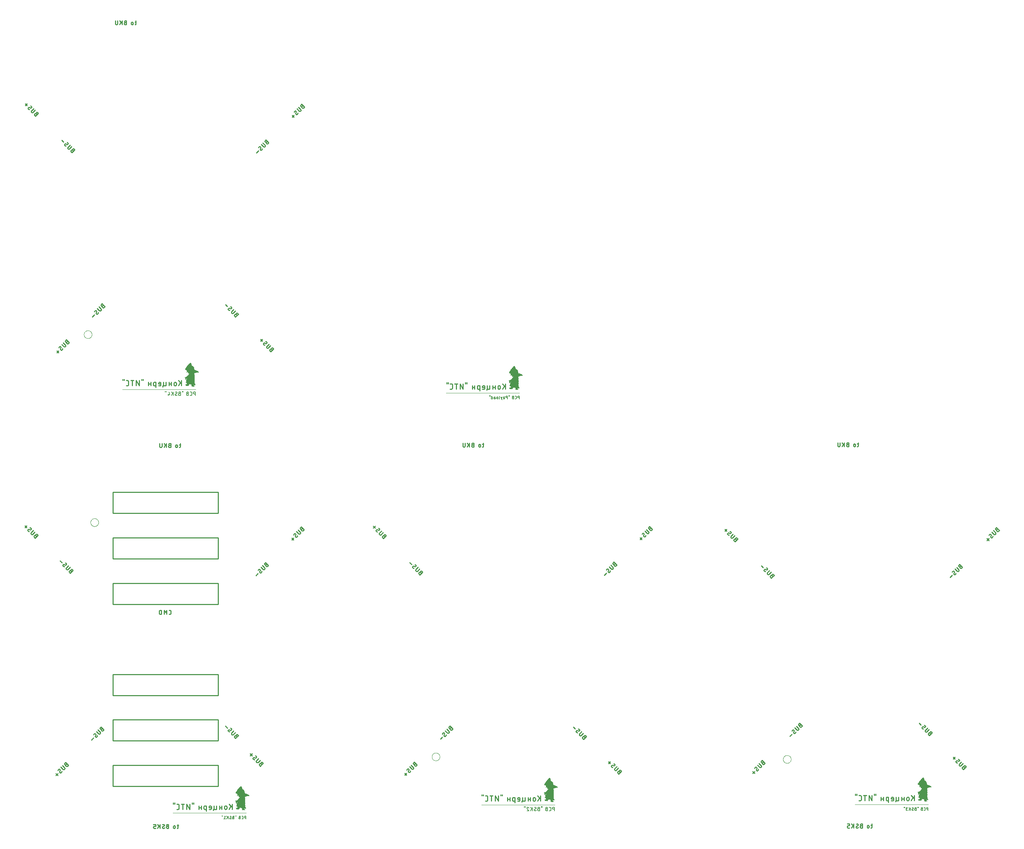
<source format=gbr>
G04 EAGLE Gerber RS-274X export*
G75*
%MOMM*%
%FSLAX34Y34*%
%LPD*%
%INSilkscreen Bottom*%
%IPPOS*%
%AMOC8*
5,1,8,0,0,1.08239X$1,22.5*%
G01*
%ADD10C,0.228600*%
%ADD11C,0.100000*%
%ADD12R,0.168000X0.008000*%
%ADD13R,0.408000X0.008000*%
%ADD14R,0.448000X0.008000*%
%ADD15R,0.480000X0.008000*%
%ADD16R,0.496000X0.008000*%
%ADD17R,0.512000X0.008000*%
%ADD18R,0.528000X0.008000*%
%ADD19R,0.544000X0.008000*%
%ADD20R,0.056000X0.008000*%
%ADD21R,0.656000X0.008000*%
%ADD22R,0.664000X0.008000*%
%ADD23R,0.672000X0.008000*%
%ADD24R,0.648000X0.008000*%
%ADD25R,0.632000X0.008000*%
%ADD26R,0.616000X0.008000*%
%ADD27R,0.600000X0.008000*%
%ADD28R,0.584000X0.008000*%
%ADD29R,0.568000X0.008000*%
%ADD30R,0.560000X0.008000*%
%ADD31R,0.552000X0.008000*%
%ADD32R,0.032000X0.008000*%
%ADD33R,0.224000X0.008000*%
%ADD34R,0.104000X0.008000*%
%ADD35R,0.520000X0.008000*%
%ADD36R,0.680000X0.008000*%
%ADD37R,0.688000X0.008000*%
%ADD38R,0.696000X0.008000*%
%ADD39R,0.536000X0.008000*%
%ADD40R,0.712000X0.008000*%
%ADD41R,0.720000X0.008000*%
%ADD42R,0.728000X0.008000*%
%ADD43R,0.744000X0.008000*%
%ADD44R,0.752000X0.008000*%
%ADD45R,0.760000X0.008000*%
%ADD46R,0.080000X0.008000*%
%ADD47R,0.768000X0.008000*%
%ADD48R,0.184000X0.008000*%
%ADD49R,0.776000X0.008000*%
%ADD50R,0.264000X0.008000*%
%ADD51R,0.304000X0.008000*%
%ADD52R,0.784000X0.008000*%
%ADD53R,0.344000X0.008000*%
%ADD54R,0.488000X0.008000*%
%ADD55R,0.376000X0.008000*%
%ADD56R,0.400000X0.008000*%
%ADD57R,0.472000X0.008000*%
%ADD58R,0.624000X0.008000*%
%ADD59R,0.160000X0.008000*%
%ADD60R,0.424000X0.008000*%
%ADD61R,0.464000X0.008000*%
%ADD62R,0.152000X0.008000*%
%ADD63R,0.904000X0.008000*%
%ADD64R,0.136000X0.008000*%
%ADD65R,0.896000X0.008000*%
%ADD66R,0.120000X0.008000*%
%ADD67R,0.888000X0.008000*%
%ADD68R,0.640000X0.008000*%
%ADD69R,0.112000X0.008000*%
%ADD70R,0.088000X0.008000*%
%ADD71R,0.912000X0.008000*%
%ADD72R,0.920000X0.008000*%
%ADD73R,0.064000X0.008000*%
%ADD74R,0.928000X0.008000*%
%ADD75R,0.936000X0.008000*%
%ADD76R,0.048000X0.008000*%
%ADD77R,0.040000X0.008000*%
%ADD78R,0.024000X0.008000*%
%ADD79R,0.960000X0.008000*%
%ADD80R,1.024000X0.008000*%
%ADD81R,1.096000X0.008000*%
%ADD82R,1.144000X0.008000*%
%ADD83R,0.608000X0.008000*%
%ADD84R,1.184000X0.008000*%
%ADD85R,1.224000X0.008000*%
%ADD86R,0.592000X0.008000*%
%ADD87R,1.256000X0.008000*%
%ADD88R,1.296000X0.008000*%
%ADD89R,1.336000X0.008000*%
%ADD90R,1.360000X0.008000*%
%ADD91R,1.392000X0.008000*%
%ADD92R,1.912000X0.008000*%
%ADD93R,1.888000X0.008000*%
%ADD94R,1.896000X0.008000*%
%ADD95R,1.904000X0.008000*%
%ADD96R,1.880000X0.008000*%
%ADD97R,1.864000X0.008000*%
%ADD98R,1.856000X0.008000*%
%ADD99R,1.848000X0.008000*%
%ADD100R,1.832000X0.008000*%
%ADD101R,1.824000X0.008000*%
%ADD102R,1.840000X0.008000*%
%ADD103R,1.936000X0.008000*%
%ADD104R,1.944000X0.008000*%
%ADD105R,1.968000X0.008000*%
%ADD106R,1.976000X0.008000*%
%ADD107R,1.992000X0.008000*%
%ADD108R,2.000000X0.008000*%
%ADD109R,2.016000X0.008000*%
%ADD110R,2.024000X0.008000*%
%ADD111R,2.040000X0.008000*%
%ADD112R,2.048000X0.008000*%
%ADD113R,2.056000X0.008000*%
%ADD114R,2.064000X0.008000*%
%ADD115R,2.080000X0.008000*%
%ADD116R,2.088000X0.008000*%
%ADD117R,2.096000X0.008000*%
%ADD118R,2.104000X0.008000*%
%ADD119R,2.120000X0.008000*%
%ADD120R,2.112000X0.008000*%
%ADD121R,2.072000X0.008000*%
%ADD122R,2.032000X0.008000*%
%ADD123R,2.008000X0.008000*%
%ADD124R,1.984000X0.008000*%
%ADD125R,1.960000X0.008000*%
%ADD126R,1.952000X0.008000*%
%ADD127R,0.072000X0.008000*%
%ADD128R,1.920000X0.008000*%
%ADD129R,0.176000X0.008000*%
%ADD130R,0.192000X0.008000*%
%ADD131R,0.200000X0.008000*%
%ADD132R,0.208000X0.008000*%
%ADD133R,0.216000X0.008000*%
%ADD134R,0.232000X0.008000*%
%ADD135R,0.240000X0.008000*%
%ADD136R,0.248000X0.008000*%
%ADD137R,0.256000X0.008000*%
%ADD138R,0.272000X0.008000*%
%ADD139R,0.280000X0.008000*%
%ADD140R,0.288000X0.008000*%
%ADD141R,1.816000X0.008000*%
%ADD142R,0.296000X0.008000*%
%ADD143R,1.808000X0.008000*%
%ADD144R,1.800000X0.008000*%
%ADD145R,0.312000X0.008000*%
%ADD146R,1.792000X0.008000*%
%ADD147R,0.320000X0.008000*%
%ADD148R,1.784000X0.008000*%
%ADD149R,0.328000X0.008000*%
%ADD150R,0.336000X0.008000*%
%ADD151R,1.776000X0.008000*%
%ADD152R,1.768000X0.008000*%
%ADD153R,0.352000X0.008000*%
%ADD154R,2.168000X0.008000*%
%ADD155R,2.160000X0.008000*%
%ADD156R,2.152000X0.008000*%
%ADD157R,2.144000X0.008000*%
%ADD158R,0.016000X0.008000*%
%ADD159R,2.208000X0.008000*%
%ADD160R,2.232000X0.008000*%
%ADD161R,2.248000X0.008000*%
%ADD162R,2.256000X0.008000*%
%ADD163R,2.272000X0.008000*%
%ADD164R,2.280000X0.008000*%
%ADD165R,2.288000X0.008000*%
%ADD166R,2.264000X0.008000*%
%ADD167R,2.136000X0.008000*%
%ADD168R,1.872000X0.008000*%
%ADD169R,1.752000X0.008000*%
%ADD170R,1.744000X0.008000*%
%ADD171R,1.728000X0.008000*%
%ADD172R,1.720000X0.008000*%
%ADD173R,1.712000X0.008000*%
%ADD174R,1.704000X0.008000*%
%ADD175R,1.696000X0.008000*%
%ADD176R,1.688000X0.008000*%
%ADD177R,1.672000X0.008000*%
%ADD178R,1.664000X0.008000*%
%ADD179R,1.648000X0.008000*%
%ADD180R,1.640000X0.008000*%
%ADD181R,1.624000X0.008000*%
%ADD182R,1.608000X0.008000*%
%ADD183R,1.600000X0.008000*%
%ADD184R,1.584000X0.008000*%
%ADD185R,1.568000X0.008000*%
%ADD186R,1.560000X0.008000*%
%ADD187R,1.544000X0.008000*%
%ADD188R,1.536000X0.008000*%
%ADD189R,1.528000X0.008000*%
%ADD190R,1.520000X0.008000*%
%ADD191R,1.512000X0.008000*%
%ADD192R,1.504000X0.008000*%
%ADD193R,1.496000X0.008000*%
%ADD194R,1.488000X0.008000*%
%ADD195R,1.480000X0.008000*%
%ADD196R,1.464000X0.008000*%
%ADD197R,1.456000X0.008000*%
%ADD198R,1.448000X0.008000*%
%ADD199R,1.440000X0.008000*%
%ADD200R,1.432000X0.008000*%
%ADD201R,1.424000X0.008000*%
%ADD202R,1.408000X0.008000*%
%ADD203R,1.400000X0.008000*%
%ADD204R,1.384000X0.008000*%
%ADD205R,1.376000X0.008000*%
%ADD206R,1.352000X0.008000*%
%ADD207R,1.344000X0.008000*%
%ADD208R,1.328000X0.008000*%
%ADD209R,1.304000X0.008000*%
%ADD210R,1.288000X0.008000*%
%ADD211R,1.232000X0.008000*%
%ADD212R,1.208000X0.008000*%
%ADD213R,1.200000X0.008000*%
%ADD214R,1.192000X0.008000*%
%ADD215R,1.168000X0.008000*%
%ADD216R,1.160000X0.008000*%
%ADD217R,1.128000X0.008000*%
%ADD218R,1.112000X0.008000*%
%ADD219R,1.104000X0.008000*%
%ADD220R,1.088000X0.008000*%
%ADD221R,1.080000X0.008000*%
%ADD222R,1.072000X0.008000*%
%ADD223R,1.056000X0.008000*%
%ADD224R,1.048000X0.008000*%
%ADD225R,1.248000X0.008000*%
%ADD226R,1.280000X0.008000*%
%ADD227R,1.312000X0.008000*%
%ADD228R,1.656000X0.008000*%
%ADD229R,1.736000X0.008000*%
%ADD230R,1.928000X0.008000*%
%ADD231R,0.008000X0.008000*%
%ADD232R,2.216000X0.008000*%
%ADD233R,2.312000X0.008000*%
%ADD234R,2.552000X0.008000*%
%ADD235R,2.560000X0.008000*%
%ADD236R,2.568000X0.008000*%
%ADD237R,2.576000X0.008000*%
%ADD238R,0.096000X0.008000*%
%ADD239R,2.584000X0.008000*%
%ADD240R,0.128000X0.008000*%
%ADD241R,2.592000X0.008000*%
%ADD242R,0.144000X0.008000*%
%ADD243R,2.600000X0.008000*%
%ADD244R,2.768000X0.008000*%
%ADD245R,2.760000X0.008000*%
%ADD246R,2.744000X0.008000*%
%ADD247R,2.736000X0.008000*%
%ADD248R,2.728000X0.008000*%
%ADD249R,2.720000X0.008000*%
%ADD250R,2.712000X0.008000*%
%ADD251R,2.688000X0.008000*%
%ADD252R,2.680000X0.008000*%
%ADD253R,2.672000X0.008000*%
%ADD254R,2.656000X0.008000*%
%ADD255R,2.648000X0.008000*%
%ADD256R,2.632000X0.008000*%
%ADD257R,2.608000X0.008000*%
%ADD258R,2.544000X0.008000*%
%ADD259R,2.536000X0.008000*%
%ADD260R,2.504000X0.008000*%
%ADD261R,2.488000X0.008000*%
%ADD262R,2.472000X0.008000*%
%ADD263R,2.448000X0.008000*%
%ADD264R,2.432000X0.008000*%
%ADD265R,2.408000X0.008000*%
%ADD266R,2.384000X0.008000*%
%ADD267R,2.368000X0.008000*%
%ADD268R,2.352000X0.008000*%
%ADD269R,2.344000X0.008000*%
%ADD270R,2.336000X0.008000*%
%ADD271R,2.320000X0.008000*%
%ADD272R,2.304000X0.008000*%
%ADD273R,2.296000X0.008000*%
%ADD274R,2.200000X0.008000*%
%ADD275R,2.192000X0.008000*%
%ADD276R,2.176000X0.008000*%
%ADD277R,2.184000X0.008000*%
%ADD278R,1.632000X0.008000*%
%ADD279R,1.576000X0.008000*%
%ADD280R,1.472000X0.008000*%
%ADD281R,1.272000X0.008000*%
%ADD282R,1.216000X0.008000*%
%ADD283R,1.176000X0.008000*%
%ADD284R,1.136000X0.008000*%
%ADD285R,1.040000X0.008000*%
%ADD286R,1.008000X0.008000*%
%ADD287R,1.000000X0.008000*%
%ADD288R,0.984000X0.008000*%
%ADD289R,0.944000X0.008000*%
%ADD290R,0.872000X0.008000*%
%ADD291R,0.864000X0.008000*%
%ADD292R,0.856000X0.008000*%
%ADD293R,0.848000X0.008000*%
%ADD294R,0.840000X0.008000*%
%ADD295R,0.832000X0.008000*%
%ADD296R,0.824000X0.008000*%
%ADD297R,0.816000X0.008000*%
%ADD298R,0.808000X0.008000*%
%ADD299R,0.800000X0.008000*%
%ADD300R,0.792000X0.008000*%
%ADD301R,0.736000X0.008000*%
%ADD302R,0.504000X0.008000*%
%ADD303R,0.456000X0.008000*%
%ADD304R,0.432000X0.008000*%
%ADD305R,0.416000X0.008000*%
%ADD306R,0.392000X0.008000*%
%ADD307R,0.360000X0.008000*%
%ADD308C,0.152400*%
%ADD309C,0.127000*%
%ADD310C,0.254000*%


D10*
X940118Y737160D02*
X938210Y739068D01*
X938136Y739139D01*
X938060Y739207D01*
X937981Y739272D01*
X937900Y739334D01*
X937817Y739393D01*
X937731Y739448D01*
X937644Y739501D01*
X937554Y739550D01*
X937463Y739596D01*
X937370Y739638D01*
X937275Y739676D01*
X937179Y739711D01*
X937082Y739743D01*
X936984Y739770D01*
X936885Y739794D01*
X936784Y739815D01*
X936684Y739831D01*
X936582Y739843D01*
X936481Y739852D01*
X936379Y739857D01*
X936276Y739858D01*
X936174Y739855D01*
X936073Y739848D01*
X935971Y739838D01*
X935870Y739823D01*
X935769Y739805D01*
X935670Y739783D01*
X935571Y739757D01*
X935473Y739728D01*
X935377Y739694D01*
X935281Y739657D01*
X935188Y739617D01*
X935095Y739573D01*
X935005Y739526D01*
X934916Y739475D01*
X934830Y739421D01*
X934745Y739364D01*
X934663Y739303D01*
X934583Y739239D01*
X934506Y739173D01*
X934431Y739104D01*
X934358Y739031D01*
X934289Y738956D01*
X934222Y738879D01*
X934159Y738799D01*
X934098Y738717D01*
X934041Y738632D01*
X933987Y738546D01*
X933936Y738457D01*
X933889Y738367D01*
X933845Y738274D01*
X933805Y738181D01*
X933768Y738085D01*
X933734Y737989D01*
X933705Y737891D01*
X933679Y737792D01*
X933657Y737693D01*
X933639Y737592D01*
X933624Y737491D01*
X933614Y737389D01*
X933607Y737288D01*
X933604Y737186D01*
X933605Y737083D01*
X933610Y736981D01*
X933619Y736880D01*
X933631Y736778D01*
X933647Y736678D01*
X933668Y736577D01*
X933692Y736478D01*
X933719Y736380D01*
X933751Y736283D01*
X933786Y736187D01*
X933824Y736092D01*
X933866Y735999D01*
X933912Y735908D01*
X933961Y735818D01*
X934014Y735731D01*
X934069Y735645D01*
X934128Y735562D01*
X934190Y735481D01*
X934255Y735402D01*
X934323Y735326D01*
X934394Y735252D01*
X936302Y733344D01*
X943171Y740212D01*
X941263Y742120D01*
X941264Y742121D02*
X941197Y742184D01*
X941129Y742245D01*
X941057Y742302D01*
X940984Y742357D01*
X940908Y742408D01*
X940830Y742456D01*
X940750Y742501D01*
X940668Y742542D01*
X940584Y742580D01*
X940499Y742614D01*
X940413Y742644D01*
X940325Y742671D01*
X940237Y742694D01*
X940147Y742714D01*
X940057Y742729D01*
X939966Y742741D01*
X939874Y742749D01*
X939783Y742753D01*
X939691Y742753D01*
X939600Y742749D01*
X939508Y742741D01*
X939417Y742729D01*
X939327Y742714D01*
X939237Y742694D01*
X939149Y742671D01*
X939061Y742644D01*
X938975Y742614D01*
X938890Y742580D01*
X938806Y742542D01*
X938724Y742501D01*
X938644Y742456D01*
X938566Y742408D01*
X938490Y742357D01*
X938417Y742302D01*
X938345Y742245D01*
X938277Y742184D01*
X938210Y742121D01*
X938147Y742054D01*
X938086Y741986D01*
X938029Y741914D01*
X937974Y741841D01*
X937923Y741765D01*
X937875Y741687D01*
X937830Y741607D01*
X937789Y741525D01*
X937751Y741441D01*
X937717Y741356D01*
X937687Y741270D01*
X937660Y741182D01*
X937637Y741094D01*
X937617Y741004D01*
X937602Y740914D01*
X937590Y740823D01*
X937582Y740731D01*
X937578Y740640D01*
X937578Y740548D01*
X937582Y740457D01*
X937590Y740365D01*
X937602Y740274D01*
X937617Y740184D01*
X937637Y740094D01*
X937660Y740006D01*
X937687Y739918D01*
X937717Y739832D01*
X937751Y739747D01*
X937789Y739663D01*
X937830Y739581D01*
X937875Y739501D01*
X937923Y739423D01*
X937974Y739347D01*
X938029Y739274D01*
X938086Y739202D01*
X938147Y739134D01*
X938210Y739067D01*
X930765Y742697D02*
X935726Y747658D01*
X930765Y742697D02*
X930691Y742626D01*
X930615Y742558D01*
X930536Y742493D01*
X930455Y742431D01*
X930372Y742372D01*
X930286Y742317D01*
X930199Y742264D01*
X930109Y742215D01*
X930018Y742169D01*
X929925Y742127D01*
X929830Y742089D01*
X929734Y742054D01*
X929637Y742022D01*
X929539Y741995D01*
X929440Y741971D01*
X929339Y741950D01*
X929239Y741934D01*
X929137Y741922D01*
X929036Y741913D01*
X928934Y741908D01*
X928831Y741907D01*
X928729Y741910D01*
X928628Y741917D01*
X928526Y741927D01*
X928425Y741942D01*
X928324Y741960D01*
X928225Y741982D01*
X928126Y742008D01*
X928028Y742037D01*
X927932Y742071D01*
X927836Y742108D01*
X927743Y742148D01*
X927650Y742192D01*
X927560Y742239D01*
X927471Y742290D01*
X927385Y742344D01*
X927300Y742401D01*
X927218Y742462D01*
X927138Y742526D01*
X927061Y742592D01*
X926986Y742661D01*
X926913Y742734D01*
X926844Y742809D01*
X926777Y742886D01*
X926714Y742966D01*
X926653Y743048D01*
X926596Y743133D01*
X926542Y743219D01*
X926491Y743308D01*
X926444Y743398D01*
X926400Y743491D01*
X926360Y743584D01*
X926323Y743680D01*
X926289Y743776D01*
X926260Y743874D01*
X926234Y743973D01*
X926212Y744072D01*
X926194Y744173D01*
X926179Y744274D01*
X926169Y744376D01*
X926162Y744477D01*
X926159Y744579D01*
X926160Y744682D01*
X926165Y744784D01*
X926174Y744885D01*
X926186Y744987D01*
X926202Y745087D01*
X926223Y745188D01*
X926247Y745287D01*
X926274Y745385D01*
X926306Y745482D01*
X926341Y745578D01*
X926379Y745673D01*
X926421Y745766D01*
X926467Y745857D01*
X926516Y745947D01*
X926569Y746034D01*
X926624Y746120D01*
X926683Y746203D01*
X926745Y746284D01*
X926810Y746363D01*
X926878Y746439D01*
X926949Y746513D01*
X931910Y751474D01*
X918930Y750715D02*
X918867Y750782D01*
X918806Y750850D01*
X918749Y750922D01*
X918694Y750995D01*
X918643Y751071D01*
X918595Y751149D01*
X918550Y751229D01*
X918509Y751311D01*
X918471Y751395D01*
X918437Y751480D01*
X918407Y751566D01*
X918380Y751654D01*
X918357Y751742D01*
X918337Y751832D01*
X918322Y751922D01*
X918310Y752013D01*
X918302Y752105D01*
X918298Y752196D01*
X918298Y752288D01*
X918302Y752379D01*
X918310Y752471D01*
X918322Y752562D01*
X918337Y752652D01*
X918357Y752742D01*
X918380Y752830D01*
X918407Y752918D01*
X918437Y753004D01*
X918471Y753089D01*
X918509Y753173D01*
X918550Y753255D01*
X918595Y753335D01*
X918643Y753413D01*
X918694Y753489D01*
X918749Y753562D01*
X918806Y753634D01*
X918867Y753702D01*
X918930Y753769D01*
X918931Y750716D02*
X919026Y750623D01*
X919125Y750533D01*
X919226Y750445D01*
X919329Y750361D01*
X919435Y750280D01*
X919543Y750202D01*
X919653Y750127D01*
X919766Y750056D01*
X919880Y749988D01*
X919997Y749923D01*
X920115Y749862D01*
X920236Y749804D01*
X920357Y749749D01*
X920481Y749699D01*
X920605Y749651D01*
X920731Y749608D01*
X920859Y749568D01*
X920987Y749532D01*
X921116Y749500D01*
X921247Y749471D01*
X921378Y749447D01*
X921509Y749426D01*
X921642Y749409D01*
X921774Y749396D01*
X921907Y749387D01*
X922041Y749381D01*
X922174Y749380D01*
X926372Y753958D02*
X926435Y754025D01*
X926496Y754093D01*
X926553Y754165D01*
X926608Y754238D01*
X926659Y754314D01*
X926707Y754392D01*
X926752Y754472D01*
X926793Y754554D01*
X926831Y754638D01*
X926865Y754723D01*
X926895Y754809D01*
X926922Y754897D01*
X926945Y754985D01*
X926965Y755075D01*
X926980Y755165D01*
X926992Y755256D01*
X927000Y755348D01*
X927004Y755439D01*
X927004Y755531D01*
X927000Y755622D01*
X926992Y755714D01*
X926980Y755805D01*
X926965Y755895D01*
X926945Y755985D01*
X926922Y756073D01*
X926895Y756161D01*
X926865Y756247D01*
X926831Y756332D01*
X926793Y756416D01*
X926752Y756498D01*
X926707Y756578D01*
X926659Y756656D01*
X926608Y756732D01*
X926553Y756805D01*
X926496Y756877D01*
X926435Y756945D01*
X926372Y757012D01*
X926283Y757099D01*
X926192Y757182D01*
X926097Y757263D01*
X926001Y757341D01*
X925902Y757416D01*
X925801Y757487D01*
X925697Y757556D01*
X925592Y757621D01*
X925485Y757684D01*
X925376Y757742D01*
X925265Y757798D01*
X925152Y757850D01*
X925038Y757899D01*
X924922Y757944D01*
X924805Y757985D01*
X924687Y758023D01*
X924568Y758057D01*
X924448Y758088D01*
X924327Y758115D01*
X924205Y758138D01*
X924083Y758157D01*
X924273Y753387D02*
X924362Y753366D01*
X924451Y753349D01*
X924541Y753335D01*
X924632Y753325D01*
X924723Y753319D01*
X924814Y753317D01*
X924905Y753319D01*
X924996Y753324D01*
X925086Y753333D01*
X925176Y753346D01*
X925266Y753362D01*
X925355Y753383D01*
X925443Y753407D01*
X925529Y753434D01*
X925615Y753465D01*
X925699Y753500D01*
X925782Y753538D01*
X925863Y753580D01*
X925942Y753625D01*
X926019Y753673D01*
X926094Y753724D01*
X926167Y753778D01*
X926238Y753836D01*
X926306Y753896D01*
X926372Y753959D01*
X921030Y754340D02*
X920941Y754361D01*
X920852Y754378D01*
X920762Y754392D01*
X920671Y754402D01*
X920580Y754408D01*
X920489Y754410D01*
X920398Y754408D01*
X920307Y754403D01*
X920217Y754394D01*
X920127Y754381D01*
X920037Y754365D01*
X919948Y754344D01*
X919860Y754320D01*
X919774Y754293D01*
X919688Y754262D01*
X919604Y754227D01*
X919521Y754189D01*
X919440Y754147D01*
X919361Y754102D01*
X919284Y754054D01*
X919209Y754003D01*
X919136Y753949D01*
X919065Y753891D01*
X918997Y753831D01*
X918931Y753768D01*
X921029Y754341D02*
X924273Y753387D01*
X916382Y758607D02*
X911803Y763186D01*
X911803Y758607D02*
X916382Y763186D01*
X1579932Y757210D02*
X1581840Y759118D01*
X1579932Y757210D02*
X1579861Y757136D01*
X1579793Y757060D01*
X1579728Y756981D01*
X1579666Y756900D01*
X1579607Y756817D01*
X1579552Y756731D01*
X1579499Y756644D01*
X1579450Y756554D01*
X1579404Y756463D01*
X1579362Y756370D01*
X1579324Y756275D01*
X1579289Y756179D01*
X1579257Y756082D01*
X1579230Y755984D01*
X1579206Y755885D01*
X1579185Y755784D01*
X1579169Y755684D01*
X1579157Y755582D01*
X1579148Y755481D01*
X1579143Y755379D01*
X1579142Y755276D01*
X1579145Y755174D01*
X1579152Y755073D01*
X1579162Y754971D01*
X1579177Y754870D01*
X1579195Y754769D01*
X1579217Y754670D01*
X1579243Y754571D01*
X1579272Y754473D01*
X1579306Y754377D01*
X1579343Y754281D01*
X1579383Y754188D01*
X1579427Y754095D01*
X1579474Y754005D01*
X1579525Y753916D01*
X1579579Y753830D01*
X1579636Y753745D01*
X1579697Y753663D01*
X1579761Y753583D01*
X1579827Y753506D01*
X1579896Y753431D01*
X1579969Y753358D01*
X1580044Y753289D01*
X1580121Y753222D01*
X1580201Y753159D01*
X1580283Y753098D01*
X1580368Y753041D01*
X1580454Y752987D01*
X1580543Y752936D01*
X1580633Y752889D01*
X1580726Y752845D01*
X1580819Y752805D01*
X1580915Y752768D01*
X1581011Y752734D01*
X1581109Y752705D01*
X1581208Y752679D01*
X1581307Y752657D01*
X1581408Y752639D01*
X1581509Y752624D01*
X1581611Y752614D01*
X1581712Y752607D01*
X1581814Y752604D01*
X1581917Y752605D01*
X1582019Y752610D01*
X1582120Y752619D01*
X1582222Y752631D01*
X1582322Y752647D01*
X1582423Y752668D01*
X1582522Y752692D01*
X1582620Y752719D01*
X1582717Y752751D01*
X1582813Y752786D01*
X1582908Y752824D01*
X1583001Y752866D01*
X1583092Y752912D01*
X1583182Y752961D01*
X1583269Y753014D01*
X1583355Y753069D01*
X1583438Y753128D01*
X1583519Y753190D01*
X1583598Y753255D01*
X1583674Y753323D01*
X1583748Y753394D01*
X1585656Y755302D01*
X1578788Y762171D01*
X1576880Y760263D01*
X1576879Y760264D02*
X1576816Y760197D01*
X1576755Y760129D01*
X1576698Y760057D01*
X1576643Y759984D01*
X1576592Y759908D01*
X1576544Y759830D01*
X1576499Y759750D01*
X1576458Y759668D01*
X1576420Y759584D01*
X1576386Y759499D01*
X1576356Y759413D01*
X1576329Y759325D01*
X1576306Y759237D01*
X1576286Y759147D01*
X1576271Y759057D01*
X1576259Y758966D01*
X1576251Y758874D01*
X1576247Y758783D01*
X1576247Y758691D01*
X1576251Y758600D01*
X1576259Y758508D01*
X1576271Y758417D01*
X1576286Y758327D01*
X1576306Y758237D01*
X1576329Y758149D01*
X1576356Y758061D01*
X1576386Y757975D01*
X1576420Y757890D01*
X1576458Y757806D01*
X1576499Y757724D01*
X1576544Y757644D01*
X1576592Y757566D01*
X1576643Y757490D01*
X1576698Y757417D01*
X1576755Y757345D01*
X1576816Y757277D01*
X1576879Y757210D01*
X1576946Y757147D01*
X1577014Y757086D01*
X1577086Y757029D01*
X1577159Y756974D01*
X1577235Y756923D01*
X1577313Y756875D01*
X1577393Y756830D01*
X1577475Y756789D01*
X1577559Y756751D01*
X1577644Y756717D01*
X1577730Y756687D01*
X1577818Y756660D01*
X1577906Y756637D01*
X1577996Y756617D01*
X1578086Y756602D01*
X1578177Y756590D01*
X1578269Y756582D01*
X1578360Y756578D01*
X1578452Y756578D01*
X1578543Y756582D01*
X1578635Y756590D01*
X1578726Y756602D01*
X1578816Y756617D01*
X1578906Y756637D01*
X1578994Y756660D01*
X1579082Y756687D01*
X1579168Y756717D01*
X1579253Y756751D01*
X1579337Y756789D01*
X1579419Y756830D01*
X1579499Y756875D01*
X1579577Y756923D01*
X1579653Y756974D01*
X1579726Y757029D01*
X1579798Y757086D01*
X1579866Y757147D01*
X1579933Y757210D01*
X1576303Y749765D02*
X1571342Y754726D01*
X1576303Y749765D02*
X1576374Y749691D01*
X1576442Y749615D01*
X1576507Y749536D01*
X1576569Y749455D01*
X1576628Y749372D01*
X1576683Y749286D01*
X1576736Y749199D01*
X1576785Y749109D01*
X1576831Y749018D01*
X1576873Y748925D01*
X1576911Y748830D01*
X1576946Y748734D01*
X1576978Y748637D01*
X1577005Y748539D01*
X1577029Y748440D01*
X1577050Y748339D01*
X1577066Y748239D01*
X1577078Y748137D01*
X1577087Y748036D01*
X1577092Y747934D01*
X1577093Y747831D01*
X1577090Y747729D01*
X1577083Y747628D01*
X1577073Y747526D01*
X1577058Y747425D01*
X1577040Y747324D01*
X1577018Y747225D01*
X1576992Y747126D01*
X1576963Y747028D01*
X1576929Y746932D01*
X1576892Y746836D01*
X1576852Y746743D01*
X1576808Y746650D01*
X1576761Y746560D01*
X1576710Y746471D01*
X1576656Y746385D01*
X1576599Y746300D01*
X1576538Y746218D01*
X1576474Y746138D01*
X1576408Y746061D01*
X1576339Y745986D01*
X1576266Y745913D01*
X1576191Y745844D01*
X1576114Y745777D01*
X1576034Y745714D01*
X1575952Y745653D01*
X1575867Y745596D01*
X1575781Y745542D01*
X1575692Y745491D01*
X1575602Y745444D01*
X1575509Y745400D01*
X1575416Y745360D01*
X1575320Y745323D01*
X1575224Y745289D01*
X1575126Y745260D01*
X1575027Y745234D01*
X1574928Y745212D01*
X1574827Y745194D01*
X1574726Y745179D01*
X1574624Y745169D01*
X1574523Y745162D01*
X1574421Y745159D01*
X1574318Y745160D01*
X1574216Y745165D01*
X1574115Y745174D01*
X1574013Y745186D01*
X1573913Y745202D01*
X1573812Y745223D01*
X1573713Y745247D01*
X1573615Y745274D01*
X1573518Y745306D01*
X1573422Y745341D01*
X1573327Y745379D01*
X1573234Y745421D01*
X1573143Y745467D01*
X1573053Y745516D01*
X1572966Y745569D01*
X1572880Y745624D01*
X1572797Y745683D01*
X1572716Y745745D01*
X1572637Y745810D01*
X1572561Y745878D01*
X1572487Y745949D01*
X1567526Y750910D01*
X1568285Y737930D02*
X1568218Y737867D01*
X1568150Y737806D01*
X1568078Y737749D01*
X1568005Y737694D01*
X1567929Y737643D01*
X1567851Y737595D01*
X1567771Y737550D01*
X1567689Y737509D01*
X1567605Y737471D01*
X1567520Y737437D01*
X1567434Y737407D01*
X1567346Y737380D01*
X1567258Y737357D01*
X1567168Y737337D01*
X1567078Y737322D01*
X1566987Y737310D01*
X1566895Y737302D01*
X1566804Y737298D01*
X1566712Y737298D01*
X1566621Y737302D01*
X1566529Y737310D01*
X1566438Y737322D01*
X1566348Y737337D01*
X1566258Y737357D01*
X1566170Y737380D01*
X1566082Y737407D01*
X1565996Y737437D01*
X1565911Y737471D01*
X1565827Y737509D01*
X1565745Y737550D01*
X1565665Y737595D01*
X1565587Y737643D01*
X1565511Y737694D01*
X1565438Y737749D01*
X1565366Y737806D01*
X1565298Y737867D01*
X1565231Y737930D01*
X1568284Y737931D02*
X1568377Y738026D01*
X1568467Y738125D01*
X1568555Y738226D01*
X1568639Y738329D01*
X1568720Y738435D01*
X1568798Y738543D01*
X1568873Y738653D01*
X1568944Y738766D01*
X1569012Y738880D01*
X1569077Y738997D01*
X1569138Y739115D01*
X1569196Y739236D01*
X1569251Y739357D01*
X1569301Y739481D01*
X1569349Y739605D01*
X1569392Y739731D01*
X1569432Y739859D01*
X1569468Y739987D01*
X1569500Y740116D01*
X1569529Y740247D01*
X1569553Y740378D01*
X1569574Y740509D01*
X1569591Y740642D01*
X1569604Y740774D01*
X1569613Y740907D01*
X1569619Y741041D01*
X1569620Y741174D01*
X1565042Y745372D02*
X1564975Y745435D01*
X1564907Y745496D01*
X1564835Y745553D01*
X1564762Y745608D01*
X1564686Y745659D01*
X1564608Y745707D01*
X1564528Y745752D01*
X1564446Y745793D01*
X1564362Y745831D01*
X1564277Y745865D01*
X1564191Y745895D01*
X1564103Y745922D01*
X1564015Y745945D01*
X1563925Y745965D01*
X1563835Y745980D01*
X1563744Y745992D01*
X1563652Y746000D01*
X1563561Y746004D01*
X1563469Y746004D01*
X1563378Y746000D01*
X1563286Y745992D01*
X1563195Y745980D01*
X1563105Y745965D01*
X1563015Y745945D01*
X1562927Y745922D01*
X1562839Y745895D01*
X1562753Y745865D01*
X1562668Y745831D01*
X1562584Y745793D01*
X1562502Y745752D01*
X1562422Y745707D01*
X1562344Y745659D01*
X1562268Y745608D01*
X1562195Y745553D01*
X1562123Y745496D01*
X1562055Y745435D01*
X1561988Y745372D01*
X1561902Y745283D01*
X1561818Y745191D01*
X1561738Y745097D01*
X1561660Y745000D01*
X1561585Y744901D01*
X1561513Y744800D01*
X1561445Y744697D01*
X1561379Y744592D01*
X1561317Y744484D01*
X1561258Y744375D01*
X1561203Y744264D01*
X1561151Y744152D01*
X1561102Y744038D01*
X1561057Y743922D01*
X1561016Y743805D01*
X1560978Y743687D01*
X1560944Y743568D01*
X1560913Y743448D01*
X1560886Y743327D01*
X1560863Y743205D01*
X1560844Y743082D01*
X1565613Y743272D02*
X1565634Y743361D01*
X1565651Y743450D01*
X1565665Y743540D01*
X1565675Y743631D01*
X1565681Y743722D01*
X1565683Y743813D01*
X1565681Y743904D01*
X1565676Y743995D01*
X1565667Y744085D01*
X1565654Y744175D01*
X1565638Y744265D01*
X1565617Y744354D01*
X1565593Y744442D01*
X1565566Y744528D01*
X1565535Y744614D01*
X1565500Y744698D01*
X1565462Y744781D01*
X1565420Y744862D01*
X1565375Y744941D01*
X1565327Y745018D01*
X1565276Y745093D01*
X1565222Y745166D01*
X1565164Y745237D01*
X1565104Y745305D01*
X1565041Y745371D01*
X1564660Y740030D02*
X1564639Y739941D01*
X1564622Y739852D01*
X1564608Y739762D01*
X1564598Y739671D01*
X1564592Y739580D01*
X1564590Y739489D01*
X1564592Y739398D01*
X1564597Y739307D01*
X1564606Y739217D01*
X1564619Y739127D01*
X1564635Y739037D01*
X1564656Y738948D01*
X1564680Y738860D01*
X1564707Y738774D01*
X1564738Y738688D01*
X1564773Y738604D01*
X1564811Y738521D01*
X1564853Y738440D01*
X1564898Y738361D01*
X1564946Y738284D01*
X1564997Y738209D01*
X1565051Y738136D01*
X1565109Y738065D01*
X1565169Y737997D01*
X1565232Y737931D01*
X1564660Y740029D02*
X1565613Y743273D01*
X1560393Y735381D02*
X1555814Y730802D01*
X1560393Y730802D02*
X1555814Y735381D01*
X1506210Y170068D02*
X1508118Y168160D01*
X1506210Y170068D02*
X1506136Y170139D01*
X1506060Y170207D01*
X1505981Y170272D01*
X1505900Y170334D01*
X1505817Y170393D01*
X1505731Y170448D01*
X1505644Y170501D01*
X1505554Y170550D01*
X1505463Y170596D01*
X1505370Y170638D01*
X1505275Y170676D01*
X1505179Y170711D01*
X1505082Y170743D01*
X1504984Y170770D01*
X1504885Y170794D01*
X1504784Y170815D01*
X1504684Y170831D01*
X1504582Y170843D01*
X1504481Y170852D01*
X1504379Y170857D01*
X1504276Y170858D01*
X1504174Y170855D01*
X1504073Y170848D01*
X1503971Y170838D01*
X1503870Y170823D01*
X1503769Y170805D01*
X1503670Y170783D01*
X1503571Y170757D01*
X1503473Y170728D01*
X1503377Y170694D01*
X1503281Y170657D01*
X1503188Y170617D01*
X1503095Y170573D01*
X1503005Y170526D01*
X1502916Y170475D01*
X1502830Y170421D01*
X1502745Y170364D01*
X1502663Y170303D01*
X1502583Y170239D01*
X1502506Y170173D01*
X1502431Y170104D01*
X1502358Y170031D01*
X1502289Y169956D01*
X1502222Y169879D01*
X1502159Y169799D01*
X1502098Y169717D01*
X1502041Y169632D01*
X1501987Y169546D01*
X1501936Y169457D01*
X1501889Y169367D01*
X1501845Y169274D01*
X1501805Y169181D01*
X1501768Y169085D01*
X1501734Y168989D01*
X1501705Y168891D01*
X1501679Y168792D01*
X1501657Y168693D01*
X1501639Y168592D01*
X1501624Y168491D01*
X1501614Y168389D01*
X1501607Y168288D01*
X1501604Y168186D01*
X1501605Y168083D01*
X1501610Y167981D01*
X1501619Y167880D01*
X1501631Y167778D01*
X1501647Y167678D01*
X1501668Y167577D01*
X1501692Y167478D01*
X1501719Y167380D01*
X1501751Y167283D01*
X1501786Y167187D01*
X1501824Y167092D01*
X1501866Y166999D01*
X1501912Y166908D01*
X1501961Y166818D01*
X1502014Y166731D01*
X1502069Y166645D01*
X1502128Y166562D01*
X1502190Y166481D01*
X1502255Y166402D01*
X1502323Y166326D01*
X1502394Y166252D01*
X1504302Y164344D01*
X1511171Y171212D01*
X1509263Y173120D01*
X1509264Y173121D02*
X1509197Y173184D01*
X1509129Y173245D01*
X1509057Y173302D01*
X1508984Y173357D01*
X1508908Y173408D01*
X1508830Y173456D01*
X1508750Y173501D01*
X1508668Y173542D01*
X1508584Y173580D01*
X1508499Y173614D01*
X1508413Y173644D01*
X1508325Y173671D01*
X1508237Y173694D01*
X1508147Y173714D01*
X1508057Y173729D01*
X1507966Y173741D01*
X1507874Y173749D01*
X1507783Y173753D01*
X1507691Y173753D01*
X1507600Y173749D01*
X1507508Y173741D01*
X1507417Y173729D01*
X1507327Y173714D01*
X1507237Y173694D01*
X1507149Y173671D01*
X1507061Y173644D01*
X1506975Y173614D01*
X1506890Y173580D01*
X1506806Y173542D01*
X1506724Y173501D01*
X1506644Y173456D01*
X1506566Y173408D01*
X1506490Y173357D01*
X1506417Y173302D01*
X1506345Y173245D01*
X1506277Y173184D01*
X1506210Y173121D01*
X1506147Y173054D01*
X1506086Y172986D01*
X1506029Y172914D01*
X1505974Y172841D01*
X1505923Y172765D01*
X1505875Y172687D01*
X1505830Y172607D01*
X1505789Y172525D01*
X1505751Y172441D01*
X1505717Y172356D01*
X1505687Y172270D01*
X1505660Y172182D01*
X1505637Y172094D01*
X1505617Y172004D01*
X1505602Y171914D01*
X1505590Y171823D01*
X1505582Y171731D01*
X1505578Y171640D01*
X1505578Y171548D01*
X1505582Y171457D01*
X1505590Y171365D01*
X1505602Y171274D01*
X1505617Y171184D01*
X1505637Y171094D01*
X1505660Y171006D01*
X1505687Y170918D01*
X1505717Y170832D01*
X1505751Y170747D01*
X1505789Y170663D01*
X1505830Y170581D01*
X1505875Y170501D01*
X1505923Y170423D01*
X1505974Y170347D01*
X1506029Y170274D01*
X1506086Y170202D01*
X1506147Y170134D01*
X1506210Y170067D01*
X1498765Y173697D02*
X1503726Y178658D01*
X1498765Y173697D02*
X1498691Y173626D01*
X1498615Y173558D01*
X1498536Y173493D01*
X1498455Y173431D01*
X1498372Y173372D01*
X1498286Y173317D01*
X1498199Y173264D01*
X1498109Y173215D01*
X1498018Y173169D01*
X1497925Y173127D01*
X1497830Y173089D01*
X1497734Y173054D01*
X1497637Y173022D01*
X1497539Y172995D01*
X1497440Y172971D01*
X1497339Y172950D01*
X1497239Y172934D01*
X1497137Y172922D01*
X1497036Y172913D01*
X1496934Y172908D01*
X1496831Y172907D01*
X1496729Y172910D01*
X1496628Y172917D01*
X1496526Y172927D01*
X1496425Y172942D01*
X1496324Y172960D01*
X1496225Y172982D01*
X1496126Y173008D01*
X1496028Y173037D01*
X1495932Y173071D01*
X1495836Y173108D01*
X1495743Y173148D01*
X1495650Y173192D01*
X1495560Y173239D01*
X1495471Y173290D01*
X1495385Y173344D01*
X1495300Y173401D01*
X1495218Y173462D01*
X1495138Y173526D01*
X1495061Y173592D01*
X1494986Y173661D01*
X1494913Y173734D01*
X1494844Y173809D01*
X1494777Y173886D01*
X1494714Y173966D01*
X1494653Y174048D01*
X1494596Y174133D01*
X1494542Y174219D01*
X1494491Y174308D01*
X1494444Y174398D01*
X1494400Y174491D01*
X1494360Y174584D01*
X1494323Y174680D01*
X1494289Y174776D01*
X1494260Y174874D01*
X1494234Y174973D01*
X1494212Y175072D01*
X1494194Y175173D01*
X1494179Y175274D01*
X1494169Y175376D01*
X1494162Y175477D01*
X1494159Y175579D01*
X1494160Y175682D01*
X1494165Y175784D01*
X1494174Y175885D01*
X1494186Y175987D01*
X1494202Y176087D01*
X1494223Y176188D01*
X1494247Y176287D01*
X1494274Y176385D01*
X1494306Y176482D01*
X1494341Y176578D01*
X1494379Y176673D01*
X1494421Y176766D01*
X1494467Y176857D01*
X1494516Y176947D01*
X1494569Y177034D01*
X1494624Y177120D01*
X1494683Y177203D01*
X1494745Y177284D01*
X1494810Y177363D01*
X1494878Y177439D01*
X1494949Y177513D01*
X1499910Y182474D01*
X1486930Y181715D02*
X1486867Y181782D01*
X1486806Y181850D01*
X1486749Y181922D01*
X1486694Y181995D01*
X1486643Y182071D01*
X1486595Y182149D01*
X1486550Y182229D01*
X1486509Y182311D01*
X1486471Y182395D01*
X1486437Y182480D01*
X1486407Y182566D01*
X1486380Y182654D01*
X1486357Y182742D01*
X1486337Y182832D01*
X1486322Y182922D01*
X1486310Y183013D01*
X1486302Y183105D01*
X1486298Y183196D01*
X1486298Y183288D01*
X1486302Y183379D01*
X1486310Y183471D01*
X1486322Y183562D01*
X1486337Y183652D01*
X1486357Y183742D01*
X1486380Y183830D01*
X1486407Y183918D01*
X1486437Y184004D01*
X1486471Y184089D01*
X1486509Y184173D01*
X1486550Y184255D01*
X1486595Y184335D01*
X1486643Y184413D01*
X1486694Y184489D01*
X1486749Y184562D01*
X1486806Y184634D01*
X1486867Y184702D01*
X1486930Y184769D01*
X1486931Y181716D02*
X1487026Y181623D01*
X1487125Y181533D01*
X1487226Y181445D01*
X1487329Y181361D01*
X1487435Y181280D01*
X1487543Y181202D01*
X1487653Y181127D01*
X1487766Y181056D01*
X1487880Y180988D01*
X1487997Y180923D01*
X1488115Y180862D01*
X1488236Y180804D01*
X1488357Y180749D01*
X1488481Y180699D01*
X1488605Y180651D01*
X1488731Y180608D01*
X1488859Y180568D01*
X1488987Y180532D01*
X1489116Y180500D01*
X1489247Y180471D01*
X1489378Y180447D01*
X1489509Y180426D01*
X1489642Y180409D01*
X1489774Y180396D01*
X1489907Y180387D01*
X1490041Y180381D01*
X1490174Y180380D01*
X1494372Y184958D02*
X1494435Y185025D01*
X1494496Y185093D01*
X1494553Y185165D01*
X1494608Y185238D01*
X1494659Y185314D01*
X1494707Y185392D01*
X1494752Y185472D01*
X1494793Y185554D01*
X1494831Y185638D01*
X1494865Y185723D01*
X1494895Y185809D01*
X1494922Y185897D01*
X1494945Y185985D01*
X1494965Y186075D01*
X1494980Y186165D01*
X1494992Y186256D01*
X1495000Y186348D01*
X1495004Y186439D01*
X1495004Y186531D01*
X1495000Y186622D01*
X1494992Y186714D01*
X1494980Y186805D01*
X1494965Y186895D01*
X1494945Y186985D01*
X1494922Y187073D01*
X1494895Y187161D01*
X1494865Y187247D01*
X1494831Y187332D01*
X1494793Y187416D01*
X1494752Y187498D01*
X1494707Y187578D01*
X1494659Y187656D01*
X1494608Y187732D01*
X1494553Y187805D01*
X1494496Y187877D01*
X1494435Y187945D01*
X1494372Y188012D01*
X1494283Y188099D01*
X1494192Y188182D01*
X1494097Y188263D01*
X1494001Y188341D01*
X1493902Y188416D01*
X1493801Y188487D01*
X1493697Y188556D01*
X1493592Y188621D01*
X1493485Y188684D01*
X1493376Y188742D01*
X1493265Y188798D01*
X1493152Y188850D01*
X1493038Y188899D01*
X1492922Y188944D01*
X1492805Y188985D01*
X1492687Y189023D01*
X1492568Y189057D01*
X1492448Y189088D01*
X1492327Y189115D01*
X1492205Y189138D01*
X1492083Y189157D01*
X1492273Y184387D02*
X1492362Y184366D01*
X1492451Y184349D01*
X1492541Y184335D01*
X1492632Y184325D01*
X1492723Y184319D01*
X1492814Y184317D01*
X1492905Y184319D01*
X1492996Y184324D01*
X1493086Y184333D01*
X1493176Y184346D01*
X1493266Y184362D01*
X1493355Y184383D01*
X1493443Y184407D01*
X1493529Y184434D01*
X1493615Y184465D01*
X1493699Y184500D01*
X1493782Y184538D01*
X1493863Y184580D01*
X1493942Y184625D01*
X1494019Y184673D01*
X1494094Y184724D01*
X1494167Y184778D01*
X1494238Y184836D01*
X1494306Y184896D01*
X1494372Y184959D01*
X1489030Y185340D02*
X1488941Y185361D01*
X1488852Y185378D01*
X1488762Y185392D01*
X1488671Y185402D01*
X1488580Y185408D01*
X1488489Y185410D01*
X1488398Y185408D01*
X1488307Y185403D01*
X1488217Y185394D01*
X1488127Y185381D01*
X1488037Y185365D01*
X1487948Y185344D01*
X1487860Y185320D01*
X1487774Y185293D01*
X1487688Y185262D01*
X1487604Y185227D01*
X1487521Y185189D01*
X1487440Y185147D01*
X1487361Y185102D01*
X1487284Y185054D01*
X1487209Y185003D01*
X1487136Y184949D01*
X1487065Y184891D01*
X1486997Y184831D01*
X1486931Y184768D01*
X1489029Y185341D02*
X1492273Y184387D01*
X1484382Y189607D02*
X1479803Y194186D01*
X1479803Y189607D02*
X1484382Y194186D01*
X1013840Y190118D02*
X1011932Y188210D01*
X1011861Y188136D01*
X1011793Y188060D01*
X1011728Y187981D01*
X1011666Y187900D01*
X1011607Y187817D01*
X1011552Y187731D01*
X1011499Y187644D01*
X1011450Y187554D01*
X1011404Y187463D01*
X1011362Y187370D01*
X1011324Y187275D01*
X1011289Y187179D01*
X1011257Y187082D01*
X1011230Y186984D01*
X1011206Y186885D01*
X1011185Y186784D01*
X1011169Y186684D01*
X1011157Y186582D01*
X1011148Y186481D01*
X1011143Y186379D01*
X1011142Y186276D01*
X1011145Y186174D01*
X1011152Y186073D01*
X1011162Y185971D01*
X1011177Y185870D01*
X1011195Y185769D01*
X1011217Y185670D01*
X1011243Y185571D01*
X1011272Y185473D01*
X1011306Y185377D01*
X1011343Y185281D01*
X1011383Y185188D01*
X1011427Y185095D01*
X1011474Y185005D01*
X1011525Y184916D01*
X1011579Y184830D01*
X1011636Y184745D01*
X1011697Y184663D01*
X1011761Y184583D01*
X1011827Y184506D01*
X1011896Y184431D01*
X1011969Y184358D01*
X1012044Y184289D01*
X1012121Y184222D01*
X1012201Y184159D01*
X1012283Y184098D01*
X1012368Y184041D01*
X1012454Y183987D01*
X1012543Y183936D01*
X1012633Y183889D01*
X1012726Y183845D01*
X1012819Y183805D01*
X1012915Y183768D01*
X1013011Y183734D01*
X1013109Y183705D01*
X1013208Y183679D01*
X1013307Y183657D01*
X1013408Y183639D01*
X1013509Y183624D01*
X1013611Y183614D01*
X1013712Y183607D01*
X1013814Y183604D01*
X1013917Y183605D01*
X1014019Y183610D01*
X1014120Y183619D01*
X1014222Y183631D01*
X1014322Y183647D01*
X1014423Y183668D01*
X1014522Y183692D01*
X1014620Y183719D01*
X1014717Y183751D01*
X1014813Y183786D01*
X1014908Y183824D01*
X1015001Y183866D01*
X1015092Y183912D01*
X1015182Y183961D01*
X1015269Y184014D01*
X1015355Y184069D01*
X1015438Y184128D01*
X1015519Y184190D01*
X1015598Y184255D01*
X1015674Y184323D01*
X1015748Y184394D01*
X1017656Y186302D01*
X1010788Y193171D01*
X1008880Y191263D01*
X1008879Y191264D02*
X1008816Y191197D01*
X1008755Y191129D01*
X1008698Y191057D01*
X1008643Y190984D01*
X1008592Y190908D01*
X1008544Y190830D01*
X1008499Y190750D01*
X1008458Y190668D01*
X1008420Y190584D01*
X1008386Y190499D01*
X1008356Y190413D01*
X1008329Y190325D01*
X1008306Y190237D01*
X1008286Y190147D01*
X1008271Y190057D01*
X1008259Y189966D01*
X1008251Y189874D01*
X1008247Y189783D01*
X1008247Y189691D01*
X1008251Y189600D01*
X1008259Y189508D01*
X1008271Y189417D01*
X1008286Y189327D01*
X1008306Y189237D01*
X1008329Y189149D01*
X1008356Y189061D01*
X1008386Y188975D01*
X1008420Y188890D01*
X1008458Y188806D01*
X1008499Y188724D01*
X1008544Y188644D01*
X1008592Y188566D01*
X1008643Y188490D01*
X1008698Y188417D01*
X1008755Y188345D01*
X1008816Y188277D01*
X1008879Y188210D01*
X1008946Y188147D01*
X1009014Y188086D01*
X1009086Y188029D01*
X1009159Y187974D01*
X1009235Y187923D01*
X1009313Y187875D01*
X1009393Y187830D01*
X1009475Y187789D01*
X1009559Y187751D01*
X1009644Y187717D01*
X1009730Y187687D01*
X1009818Y187660D01*
X1009906Y187637D01*
X1009996Y187617D01*
X1010086Y187602D01*
X1010177Y187590D01*
X1010269Y187582D01*
X1010360Y187578D01*
X1010452Y187578D01*
X1010543Y187582D01*
X1010635Y187590D01*
X1010726Y187602D01*
X1010816Y187617D01*
X1010906Y187637D01*
X1010994Y187660D01*
X1011082Y187687D01*
X1011168Y187717D01*
X1011253Y187751D01*
X1011337Y187789D01*
X1011419Y187830D01*
X1011499Y187875D01*
X1011577Y187923D01*
X1011653Y187974D01*
X1011726Y188029D01*
X1011798Y188086D01*
X1011866Y188147D01*
X1011933Y188210D01*
X1008303Y180765D02*
X1003342Y185726D01*
X1008303Y180765D02*
X1008374Y180691D01*
X1008442Y180615D01*
X1008507Y180536D01*
X1008569Y180455D01*
X1008628Y180372D01*
X1008683Y180286D01*
X1008736Y180199D01*
X1008785Y180109D01*
X1008831Y180018D01*
X1008873Y179925D01*
X1008911Y179830D01*
X1008946Y179734D01*
X1008978Y179637D01*
X1009005Y179539D01*
X1009029Y179440D01*
X1009050Y179339D01*
X1009066Y179239D01*
X1009078Y179137D01*
X1009087Y179036D01*
X1009092Y178934D01*
X1009093Y178831D01*
X1009090Y178729D01*
X1009083Y178628D01*
X1009073Y178526D01*
X1009058Y178425D01*
X1009040Y178324D01*
X1009018Y178225D01*
X1008992Y178126D01*
X1008963Y178028D01*
X1008929Y177932D01*
X1008892Y177836D01*
X1008852Y177743D01*
X1008808Y177650D01*
X1008761Y177560D01*
X1008710Y177471D01*
X1008656Y177385D01*
X1008599Y177300D01*
X1008538Y177218D01*
X1008474Y177138D01*
X1008408Y177061D01*
X1008339Y176986D01*
X1008266Y176913D01*
X1008191Y176844D01*
X1008114Y176777D01*
X1008034Y176714D01*
X1007952Y176653D01*
X1007867Y176596D01*
X1007781Y176542D01*
X1007692Y176491D01*
X1007602Y176444D01*
X1007509Y176400D01*
X1007416Y176360D01*
X1007320Y176323D01*
X1007224Y176289D01*
X1007126Y176260D01*
X1007027Y176234D01*
X1006928Y176212D01*
X1006827Y176194D01*
X1006726Y176179D01*
X1006624Y176169D01*
X1006523Y176162D01*
X1006421Y176159D01*
X1006318Y176160D01*
X1006216Y176165D01*
X1006115Y176174D01*
X1006013Y176186D01*
X1005913Y176202D01*
X1005812Y176223D01*
X1005713Y176247D01*
X1005615Y176274D01*
X1005518Y176306D01*
X1005422Y176341D01*
X1005327Y176379D01*
X1005234Y176421D01*
X1005143Y176467D01*
X1005053Y176516D01*
X1004966Y176569D01*
X1004880Y176624D01*
X1004797Y176683D01*
X1004716Y176745D01*
X1004637Y176810D01*
X1004561Y176878D01*
X1004487Y176949D01*
X999526Y181910D01*
X1000285Y168930D02*
X1000218Y168867D01*
X1000150Y168806D01*
X1000078Y168749D01*
X1000005Y168694D01*
X999929Y168643D01*
X999851Y168595D01*
X999771Y168550D01*
X999689Y168509D01*
X999605Y168471D01*
X999520Y168437D01*
X999434Y168407D01*
X999346Y168380D01*
X999258Y168357D01*
X999168Y168337D01*
X999078Y168322D01*
X998987Y168310D01*
X998895Y168302D01*
X998804Y168298D01*
X998712Y168298D01*
X998621Y168302D01*
X998529Y168310D01*
X998438Y168322D01*
X998348Y168337D01*
X998258Y168357D01*
X998170Y168380D01*
X998082Y168407D01*
X997996Y168437D01*
X997911Y168471D01*
X997827Y168509D01*
X997745Y168550D01*
X997665Y168595D01*
X997587Y168643D01*
X997511Y168694D01*
X997438Y168749D01*
X997366Y168806D01*
X997298Y168867D01*
X997231Y168930D01*
X1000284Y168931D02*
X1000377Y169026D01*
X1000467Y169125D01*
X1000555Y169226D01*
X1000639Y169329D01*
X1000720Y169435D01*
X1000798Y169543D01*
X1000873Y169653D01*
X1000944Y169766D01*
X1001012Y169880D01*
X1001077Y169997D01*
X1001138Y170115D01*
X1001196Y170236D01*
X1001251Y170357D01*
X1001301Y170481D01*
X1001349Y170605D01*
X1001392Y170731D01*
X1001432Y170859D01*
X1001468Y170987D01*
X1001500Y171116D01*
X1001529Y171247D01*
X1001553Y171378D01*
X1001574Y171509D01*
X1001591Y171642D01*
X1001604Y171774D01*
X1001613Y171907D01*
X1001619Y172041D01*
X1001620Y172174D01*
X997042Y176372D02*
X996975Y176435D01*
X996907Y176496D01*
X996835Y176553D01*
X996762Y176608D01*
X996686Y176659D01*
X996608Y176707D01*
X996528Y176752D01*
X996446Y176793D01*
X996362Y176831D01*
X996277Y176865D01*
X996191Y176895D01*
X996103Y176922D01*
X996015Y176945D01*
X995925Y176965D01*
X995835Y176980D01*
X995744Y176992D01*
X995652Y177000D01*
X995561Y177004D01*
X995469Y177004D01*
X995378Y177000D01*
X995286Y176992D01*
X995195Y176980D01*
X995105Y176965D01*
X995015Y176945D01*
X994927Y176922D01*
X994839Y176895D01*
X994753Y176865D01*
X994668Y176831D01*
X994584Y176793D01*
X994502Y176752D01*
X994422Y176707D01*
X994344Y176659D01*
X994268Y176608D01*
X994195Y176553D01*
X994123Y176496D01*
X994055Y176435D01*
X993988Y176372D01*
X993902Y176283D01*
X993818Y176191D01*
X993738Y176097D01*
X993660Y176000D01*
X993585Y175901D01*
X993513Y175800D01*
X993445Y175697D01*
X993379Y175592D01*
X993317Y175484D01*
X993258Y175375D01*
X993203Y175264D01*
X993151Y175152D01*
X993102Y175038D01*
X993057Y174922D01*
X993016Y174805D01*
X992978Y174687D01*
X992944Y174568D01*
X992913Y174448D01*
X992886Y174327D01*
X992863Y174205D01*
X992844Y174082D01*
X997613Y174272D02*
X997634Y174361D01*
X997651Y174450D01*
X997665Y174540D01*
X997675Y174631D01*
X997681Y174722D01*
X997683Y174813D01*
X997681Y174904D01*
X997676Y174995D01*
X997667Y175085D01*
X997654Y175175D01*
X997638Y175265D01*
X997617Y175354D01*
X997593Y175442D01*
X997566Y175528D01*
X997535Y175614D01*
X997500Y175698D01*
X997462Y175781D01*
X997420Y175862D01*
X997375Y175941D01*
X997327Y176018D01*
X997276Y176093D01*
X997222Y176166D01*
X997164Y176237D01*
X997104Y176305D01*
X997041Y176371D01*
X996660Y171030D02*
X996639Y170941D01*
X996622Y170852D01*
X996608Y170762D01*
X996598Y170671D01*
X996592Y170580D01*
X996590Y170489D01*
X996592Y170398D01*
X996597Y170307D01*
X996606Y170217D01*
X996619Y170127D01*
X996635Y170037D01*
X996656Y169948D01*
X996680Y169860D01*
X996707Y169774D01*
X996738Y169688D01*
X996773Y169604D01*
X996811Y169521D01*
X996853Y169440D01*
X996898Y169361D01*
X996946Y169284D01*
X996997Y169209D01*
X997051Y169136D01*
X997109Y169065D01*
X997169Y168997D01*
X997232Y168931D01*
X996660Y171029D02*
X997613Y174273D01*
X992393Y166381D02*
X987814Y161802D01*
X992393Y161802D02*
X987814Y166381D01*
X1028118Y649160D02*
X1026210Y651068D01*
X1026136Y651139D01*
X1026060Y651207D01*
X1025981Y651272D01*
X1025900Y651334D01*
X1025817Y651393D01*
X1025731Y651448D01*
X1025644Y651501D01*
X1025554Y651550D01*
X1025463Y651596D01*
X1025370Y651638D01*
X1025275Y651676D01*
X1025179Y651711D01*
X1025082Y651743D01*
X1024984Y651770D01*
X1024885Y651794D01*
X1024784Y651815D01*
X1024684Y651831D01*
X1024582Y651843D01*
X1024481Y651852D01*
X1024379Y651857D01*
X1024276Y651858D01*
X1024174Y651855D01*
X1024073Y651848D01*
X1023971Y651838D01*
X1023870Y651823D01*
X1023769Y651805D01*
X1023670Y651783D01*
X1023571Y651757D01*
X1023473Y651728D01*
X1023377Y651694D01*
X1023281Y651657D01*
X1023188Y651617D01*
X1023095Y651573D01*
X1023005Y651526D01*
X1022916Y651475D01*
X1022830Y651421D01*
X1022745Y651364D01*
X1022663Y651303D01*
X1022583Y651239D01*
X1022506Y651173D01*
X1022431Y651104D01*
X1022358Y651031D01*
X1022289Y650956D01*
X1022222Y650879D01*
X1022159Y650799D01*
X1022098Y650717D01*
X1022041Y650632D01*
X1021987Y650546D01*
X1021936Y650457D01*
X1021889Y650367D01*
X1021845Y650274D01*
X1021805Y650181D01*
X1021768Y650085D01*
X1021734Y649989D01*
X1021705Y649891D01*
X1021679Y649792D01*
X1021657Y649693D01*
X1021639Y649592D01*
X1021624Y649491D01*
X1021614Y649389D01*
X1021607Y649288D01*
X1021604Y649186D01*
X1021605Y649083D01*
X1021610Y648981D01*
X1021619Y648880D01*
X1021631Y648778D01*
X1021647Y648678D01*
X1021668Y648577D01*
X1021692Y648478D01*
X1021719Y648380D01*
X1021751Y648283D01*
X1021786Y648187D01*
X1021824Y648092D01*
X1021866Y647999D01*
X1021912Y647908D01*
X1021961Y647818D01*
X1022014Y647731D01*
X1022069Y647645D01*
X1022128Y647562D01*
X1022190Y647481D01*
X1022255Y647402D01*
X1022323Y647326D01*
X1022394Y647252D01*
X1024302Y645344D01*
X1031171Y652212D01*
X1029263Y654120D01*
X1029264Y654121D02*
X1029197Y654184D01*
X1029129Y654245D01*
X1029057Y654302D01*
X1028984Y654357D01*
X1028908Y654408D01*
X1028830Y654456D01*
X1028750Y654501D01*
X1028668Y654542D01*
X1028584Y654580D01*
X1028499Y654614D01*
X1028413Y654644D01*
X1028325Y654671D01*
X1028237Y654694D01*
X1028147Y654714D01*
X1028057Y654729D01*
X1027966Y654741D01*
X1027874Y654749D01*
X1027783Y654753D01*
X1027691Y654753D01*
X1027600Y654749D01*
X1027508Y654741D01*
X1027417Y654729D01*
X1027327Y654714D01*
X1027237Y654694D01*
X1027149Y654671D01*
X1027061Y654644D01*
X1026975Y654614D01*
X1026890Y654580D01*
X1026806Y654542D01*
X1026724Y654501D01*
X1026644Y654456D01*
X1026566Y654408D01*
X1026490Y654357D01*
X1026417Y654302D01*
X1026345Y654245D01*
X1026277Y654184D01*
X1026210Y654121D01*
X1026147Y654054D01*
X1026086Y653986D01*
X1026029Y653914D01*
X1025974Y653841D01*
X1025923Y653765D01*
X1025875Y653687D01*
X1025830Y653607D01*
X1025789Y653525D01*
X1025751Y653441D01*
X1025717Y653356D01*
X1025687Y653270D01*
X1025660Y653182D01*
X1025637Y653094D01*
X1025617Y653004D01*
X1025602Y652914D01*
X1025590Y652823D01*
X1025582Y652731D01*
X1025578Y652640D01*
X1025578Y652548D01*
X1025582Y652457D01*
X1025590Y652365D01*
X1025602Y652274D01*
X1025617Y652184D01*
X1025637Y652094D01*
X1025660Y652006D01*
X1025687Y651918D01*
X1025717Y651832D01*
X1025751Y651747D01*
X1025789Y651663D01*
X1025830Y651581D01*
X1025875Y651501D01*
X1025923Y651423D01*
X1025974Y651347D01*
X1026029Y651274D01*
X1026086Y651202D01*
X1026147Y651134D01*
X1026210Y651067D01*
X1018765Y654697D02*
X1023726Y659658D01*
X1018765Y654697D02*
X1018691Y654626D01*
X1018615Y654558D01*
X1018536Y654493D01*
X1018455Y654431D01*
X1018372Y654372D01*
X1018286Y654317D01*
X1018199Y654264D01*
X1018109Y654215D01*
X1018018Y654169D01*
X1017925Y654127D01*
X1017830Y654089D01*
X1017734Y654054D01*
X1017637Y654022D01*
X1017539Y653995D01*
X1017440Y653971D01*
X1017339Y653950D01*
X1017239Y653934D01*
X1017137Y653922D01*
X1017036Y653913D01*
X1016934Y653908D01*
X1016831Y653907D01*
X1016729Y653910D01*
X1016628Y653917D01*
X1016526Y653927D01*
X1016425Y653942D01*
X1016324Y653960D01*
X1016225Y653982D01*
X1016126Y654008D01*
X1016028Y654037D01*
X1015932Y654071D01*
X1015836Y654108D01*
X1015743Y654148D01*
X1015650Y654192D01*
X1015560Y654239D01*
X1015471Y654290D01*
X1015385Y654344D01*
X1015300Y654401D01*
X1015218Y654462D01*
X1015138Y654526D01*
X1015061Y654592D01*
X1014986Y654661D01*
X1014913Y654734D01*
X1014844Y654809D01*
X1014777Y654886D01*
X1014714Y654966D01*
X1014653Y655048D01*
X1014596Y655133D01*
X1014542Y655219D01*
X1014491Y655308D01*
X1014444Y655398D01*
X1014400Y655491D01*
X1014360Y655584D01*
X1014323Y655680D01*
X1014289Y655776D01*
X1014260Y655874D01*
X1014234Y655973D01*
X1014212Y656072D01*
X1014194Y656173D01*
X1014179Y656274D01*
X1014169Y656376D01*
X1014162Y656477D01*
X1014159Y656579D01*
X1014160Y656682D01*
X1014165Y656784D01*
X1014174Y656885D01*
X1014186Y656987D01*
X1014202Y657087D01*
X1014223Y657188D01*
X1014247Y657287D01*
X1014274Y657385D01*
X1014306Y657482D01*
X1014341Y657578D01*
X1014379Y657673D01*
X1014421Y657766D01*
X1014467Y657857D01*
X1014516Y657947D01*
X1014569Y658034D01*
X1014624Y658120D01*
X1014683Y658203D01*
X1014745Y658284D01*
X1014810Y658363D01*
X1014878Y658439D01*
X1014949Y658513D01*
X1019910Y663474D01*
X1006930Y662715D02*
X1006867Y662782D01*
X1006806Y662850D01*
X1006749Y662922D01*
X1006694Y662995D01*
X1006643Y663071D01*
X1006595Y663149D01*
X1006550Y663229D01*
X1006509Y663311D01*
X1006471Y663395D01*
X1006437Y663480D01*
X1006407Y663566D01*
X1006380Y663654D01*
X1006357Y663742D01*
X1006337Y663832D01*
X1006322Y663922D01*
X1006310Y664013D01*
X1006302Y664105D01*
X1006298Y664196D01*
X1006298Y664288D01*
X1006302Y664379D01*
X1006310Y664471D01*
X1006322Y664562D01*
X1006337Y664652D01*
X1006357Y664742D01*
X1006380Y664830D01*
X1006407Y664918D01*
X1006437Y665004D01*
X1006471Y665089D01*
X1006509Y665173D01*
X1006550Y665255D01*
X1006595Y665335D01*
X1006643Y665413D01*
X1006694Y665489D01*
X1006749Y665562D01*
X1006806Y665634D01*
X1006867Y665702D01*
X1006930Y665769D01*
X1006931Y662716D02*
X1007026Y662623D01*
X1007125Y662533D01*
X1007226Y662445D01*
X1007329Y662361D01*
X1007435Y662280D01*
X1007543Y662202D01*
X1007653Y662127D01*
X1007766Y662056D01*
X1007880Y661988D01*
X1007997Y661923D01*
X1008115Y661862D01*
X1008236Y661804D01*
X1008357Y661749D01*
X1008481Y661699D01*
X1008605Y661651D01*
X1008731Y661608D01*
X1008859Y661568D01*
X1008987Y661532D01*
X1009116Y661500D01*
X1009247Y661471D01*
X1009378Y661447D01*
X1009509Y661426D01*
X1009642Y661409D01*
X1009774Y661396D01*
X1009907Y661387D01*
X1010041Y661381D01*
X1010174Y661380D01*
X1014372Y665958D02*
X1014435Y666025D01*
X1014496Y666093D01*
X1014553Y666165D01*
X1014608Y666238D01*
X1014659Y666314D01*
X1014707Y666392D01*
X1014752Y666472D01*
X1014793Y666554D01*
X1014831Y666638D01*
X1014865Y666723D01*
X1014895Y666809D01*
X1014922Y666897D01*
X1014945Y666985D01*
X1014965Y667075D01*
X1014980Y667165D01*
X1014992Y667256D01*
X1015000Y667348D01*
X1015004Y667439D01*
X1015004Y667531D01*
X1015000Y667622D01*
X1014992Y667714D01*
X1014980Y667805D01*
X1014965Y667895D01*
X1014945Y667985D01*
X1014922Y668073D01*
X1014895Y668161D01*
X1014865Y668247D01*
X1014831Y668332D01*
X1014793Y668416D01*
X1014752Y668498D01*
X1014707Y668578D01*
X1014659Y668656D01*
X1014608Y668732D01*
X1014553Y668805D01*
X1014496Y668877D01*
X1014435Y668945D01*
X1014372Y669012D01*
X1014283Y669099D01*
X1014192Y669182D01*
X1014097Y669263D01*
X1014001Y669341D01*
X1013902Y669416D01*
X1013801Y669487D01*
X1013697Y669556D01*
X1013592Y669621D01*
X1013485Y669684D01*
X1013376Y669742D01*
X1013265Y669798D01*
X1013152Y669850D01*
X1013038Y669899D01*
X1012922Y669944D01*
X1012805Y669985D01*
X1012687Y670023D01*
X1012568Y670057D01*
X1012448Y670088D01*
X1012327Y670115D01*
X1012205Y670138D01*
X1012083Y670157D01*
X1012273Y665387D02*
X1012362Y665366D01*
X1012451Y665349D01*
X1012541Y665335D01*
X1012632Y665325D01*
X1012723Y665319D01*
X1012814Y665317D01*
X1012905Y665319D01*
X1012996Y665324D01*
X1013086Y665333D01*
X1013176Y665346D01*
X1013266Y665362D01*
X1013355Y665383D01*
X1013443Y665407D01*
X1013529Y665434D01*
X1013615Y665465D01*
X1013699Y665500D01*
X1013782Y665538D01*
X1013863Y665580D01*
X1013942Y665625D01*
X1014019Y665673D01*
X1014094Y665724D01*
X1014167Y665778D01*
X1014238Y665836D01*
X1014306Y665896D01*
X1014372Y665959D01*
X1009030Y666340D02*
X1008941Y666361D01*
X1008852Y666378D01*
X1008762Y666392D01*
X1008671Y666402D01*
X1008580Y666408D01*
X1008489Y666410D01*
X1008398Y666408D01*
X1008307Y666403D01*
X1008217Y666394D01*
X1008127Y666381D01*
X1008037Y666365D01*
X1007948Y666344D01*
X1007860Y666320D01*
X1007774Y666293D01*
X1007688Y666262D01*
X1007604Y666227D01*
X1007521Y666189D01*
X1007440Y666147D01*
X1007361Y666102D01*
X1007284Y666054D01*
X1007209Y666003D01*
X1007136Y665949D01*
X1007065Y665891D01*
X1006997Y665831D01*
X1006931Y665768D01*
X1009029Y666341D02*
X1012273Y665387D01*
X1004382Y670607D02*
X999803Y675186D01*
X1493932Y671210D02*
X1495840Y673118D01*
X1493932Y671210D02*
X1493861Y671136D01*
X1493793Y671060D01*
X1493728Y670981D01*
X1493666Y670900D01*
X1493607Y670817D01*
X1493552Y670731D01*
X1493499Y670644D01*
X1493450Y670554D01*
X1493404Y670463D01*
X1493362Y670370D01*
X1493324Y670275D01*
X1493289Y670179D01*
X1493257Y670082D01*
X1493230Y669984D01*
X1493206Y669885D01*
X1493185Y669784D01*
X1493169Y669684D01*
X1493157Y669582D01*
X1493148Y669481D01*
X1493143Y669379D01*
X1493142Y669276D01*
X1493145Y669174D01*
X1493152Y669073D01*
X1493162Y668971D01*
X1493177Y668870D01*
X1493195Y668769D01*
X1493217Y668670D01*
X1493243Y668571D01*
X1493272Y668473D01*
X1493306Y668377D01*
X1493343Y668281D01*
X1493383Y668188D01*
X1493427Y668095D01*
X1493474Y668005D01*
X1493525Y667916D01*
X1493579Y667830D01*
X1493636Y667745D01*
X1493697Y667663D01*
X1493761Y667583D01*
X1493827Y667506D01*
X1493896Y667431D01*
X1493969Y667358D01*
X1494044Y667289D01*
X1494121Y667222D01*
X1494201Y667159D01*
X1494283Y667098D01*
X1494368Y667041D01*
X1494454Y666987D01*
X1494543Y666936D01*
X1494633Y666889D01*
X1494726Y666845D01*
X1494819Y666805D01*
X1494915Y666768D01*
X1495011Y666734D01*
X1495109Y666705D01*
X1495208Y666679D01*
X1495307Y666657D01*
X1495408Y666639D01*
X1495509Y666624D01*
X1495611Y666614D01*
X1495712Y666607D01*
X1495814Y666604D01*
X1495917Y666605D01*
X1496019Y666610D01*
X1496120Y666619D01*
X1496222Y666631D01*
X1496322Y666647D01*
X1496423Y666668D01*
X1496522Y666692D01*
X1496620Y666719D01*
X1496717Y666751D01*
X1496813Y666786D01*
X1496908Y666824D01*
X1497001Y666866D01*
X1497092Y666912D01*
X1497182Y666961D01*
X1497269Y667014D01*
X1497355Y667069D01*
X1497438Y667128D01*
X1497519Y667190D01*
X1497598Y667255D01*
X1497674Y667323D01*
X1497748Y667394D01*
X1499656Y669302D01*
X1492788Y676171D01*
X1490880Y674263D01*
X1490879Y674264D02*
X1490816Y674197D01*
X1490755Y674129D01*
X1490698Y674057D01*
X1490643Y673984D01*
X1490592Y673908D01*
X1490544Y673830D01*
X1490499Y673750D01*
X1490458Y673668D01*
X1490420Y673584D01*
X1490386Y673499D01*
X1490356Y673413D01*
X1490329Y673325D01*
X1490306Y673237D01*
X1490286Y673147D01*
X1490271Y673057D01*
X1490259Y672966D01*
X1490251Y672874D01*
X1490247Y672783D01*
X1490247Y672691D01*
X1490251Y672600D01*
X1490259Y672508D01*
X1490271Y672417D01*
X1490286Y672327D01*
X1490306Y672237D01*
X1490329Y672149D01*
X1490356Y672061D01*
X1490386Y671975D01*
X1490420Y671890D01*
X1490458Y671806D01*
X1490499Y671724D01*
X1490544Y671644D01*
X1490592Y671566D01*
X1490643Y671490D01*
X1490698Y671417D01*
X1490755Y671345D01*
X1490816Y671277D01*
X1490879Y671210D01*
X1490946Y671147D01*
X1491014Y671086D01*
X1491086Y671029D01*
X1491159Y670974D01*
X1491235Y670923D01*
X1491313Y670875D01*
X1491393Y670830D01*
X1491475Y670789D01*
X1491559Y670751D01*
X1491644Y670717D01*
X1491730Y670687D01*
X1491818Y670660D01*
X1491906Y670637D01*
X1491996Y670617D01*
X1492086Y670602D01*
X1492177Y670590D01*
X1492269Y670582D01*
X1492360Y670578D01*
X1492452Y670578D01*
X1492543Y670582D01*
X1492635Y670590D01*
X1492726Y670602D01*
X1492816Y670617D01*
X1492906Y670637D01*
X1492994Y670660D01*
X1493082Y670687D01*
X1493168Y670717D01*
X1493253Y670751D01*
X1493337Y670789D01*
X1493419Y670830D01*
X1493499Y670875D01*
X1493577Y670923D01*
X1493653Y670974D01*
X1493726Y671029D01*
X1493798Y671086D01*
X1493866Y671147D01*
X1493933Y671210D01*
X1490303Y663765D02*
X1485342Y668726D01*
X1490303Y663765D02*
X1490374Y663691D01*
X1490442Y663615D01*
X1490507Y663536D01*
X1490569Y663455D01*
X1490628Y663372D01*
X1490683Y663286D01*
X1490736Y663199D01*
X1490785Y663109D01*
X1490831Y663018D01*
X1490873Y662925D01*
X1490911Y662830D01*
X1490946Y662734D01*
X1490978Y662637D01*
X1491005Y662539D01*
X1491029Y662440D01*
X1491050Y662339D01*
X1491066Y662239D01*
X1491078Y662137D01*
X1491087Y662036D01*
X1491092Y661934D01*
X1491093Y661831D01*
X1491090Y661729D01*
X1491083Y661628D01*
X1491073Y661526D01*
X1491058Y661425D01*
X1491040Y661324D01*
X1491018Y661225D01*
X1490992Y661126D01*
X1490963Y661028D01*
X1490929Y660932D01*
X1490892Y660836D01*
X1490852Y660743D01*
X1490808Y660650D01*
X1490761Y660560D01*
X1490710Y660471D01*
X1490656Y660385D01*
X1490599Y660300D01*
X1490538Y660218D01*
X1490474Y660138D01*
X1490408Y660061D01*
X1490339Y659986D01*
X1490266Y659913D01*
X1490191Y659844D01*
X1490114Y659777D01*
X1490034Y659714D01*
X1489952Y659653D01*
X1489867Y659596D01*
X1489781Y659542D01*
X1489692Y659491D01*
X1489602Y659444D01*
X1489509Y659400D01*
X1489416Y659360D01*
X1489320Y659323D01*
X1489224Y659289D01*
X1489126Y659260D01*
X1489027Y659234D01*
X1488928Y659212D01*
X1488827Y659194D01*
X1488726Y659179D01*
X1488624Y659169D01*
X1488523Y659162D01*
X1488421Y659159D01*
X1488318Y659160D01*
X1488216Y659165D01*
X1488115Y659174D01*
X1488013Y659186D01*
X1487913Y659202D01*
X1487812Y659223D01*
X1487713Y659247D01*
X1487615Y659274D01*
X1487518Y659306D01*
X1487422Y659341D01*
X1487327Y659379D01*
X1487234Y659421D01*
X1487143Y659467D01*
X1487053Y659516D01*
X1486966Y659569D01*
X1486880Y659624D01*
X1486797Y659683D01*
X1486716Y659745D01*
X1486637Y659810D01*
X1486561Y659878D01*
X1486487Y659949D01*
X1481526Y664910D01*
X1482285Y651930D02*
X1482218Y651867D01*
X1482150Y651806D01*
X1482078Y651749D01*
X1482005Y651694D01*
X1481929Y651643D01*
X1481851Y651595D01*
X1481771Y651550D01*
X1481689Y651509D01*
X1481605Y651471D01*
X1481520Y651437D01*
X1481434Y651407D01*
X1481346Y651380D01*
X1481258Y651357D01*
X1481168Y651337D01*
X1481078Y651322D01*
X1480987Y651310D01*
X1480895Y651302D01*
X1480804Y651298D01*
X1480712Y651298D01*
X1480621Y651302D01*
X1480529Y651310D01*
X1480438Y651322D01*
X1480348Y651337D01*
X1480258Y651357D01*
X1480170Y651380D01*
X1480082Y651407D01*
X1479996Y651437D01*
X1479911Y651471D01*
X1479827Y651509D01*
X1479745Y651550D01*
X1479665Y651595D01*
X1479587Y651643D01*
X1479511Y651694D01*
X1479438Y651749D01*
X1479366Y651806D01*
X1479298Y651867D01*
X1479231Y651930D01*
X1482284Y651931D02*
X1482377Y652026D01*
X1482467Y652125D01*
X1482555Y652226D01*
X1482639Y652329D01*
X1482720Y652435D01*
X1482798Y652543D01*
X1482873Y652653D01*
X1482944Y652766D01*
X1483012Y652880D01*
X1483077Y652997D01*
X1483138Y653115D01*
X1483196Y653236D01*
X1483251Y653357D01*
X1483301Y653481D01*
X1483349Y653605D01*
X1483392Y653731D01*
X1483432Y653859D01*
X1483468Y653987D01*
X1483500Y654116D01*
X1483529Y654247D01*
X1483553Y654378D01*
X1483574Y654509D01*
X1483591Y654642D01*
X1483604Y654774D01*
X1483613Y654907D01*
X1483619Y655041D01*
X1483620Y655174D01*
X1479042Y659372D02*
X1478975Y659435D01*
X1478907Y659496D01*
X1478835Y659553D01*
X1478762Y659608D01*
X1478686Y659659D01*
X1478608Y659707D01*
X1478528Y659752D01*
X1478446Y659793D01*
X1478362Y659831D01*
X1478277Y659865D01*
X1478191Y659895D01*
X1478103Y659922D01*
X1478015Y659945D01*
X1477925Y659965D01*
X1477835Y659980D01*
X1477744Y659992D01*
X1477652Y660000D01*
X1477561Y660004D01*
X1477469Y660004D01*
X1477378Y660000D01*
X1477286Y659992D01*
X1477195Y659980D01*
X1477105Y659965D01*
X1477015Y659945D01*
X1476927Y659922D01*
X1476839Y659895D01*
X1476753Y659865D01*
X1476668Y659831D01*
X1476584Y659793D01*
X1476502Y659752D01*
X1476422Y659707D01*
X1476344Y659659D01*
X1476268Y659608D01*
X1476195Y659553D01*
X1476123Y659496D01*
X1476055Y659435D01*
X1475988Y659372D01*
X1475902Y659283D01*
X1475818Y659191D01*
X1475738Y659097D01*
X1475660Y659000D01*
X1475585Y658901D01*
X1475513Y658800D01*
X1475445Y658697D01*
X1475379Y658592D01*
X1475317Y658484D01*
X1475258Y658375D01*
X1475203Y658264D01*
X1475151Y658152D01*
X1475102Y658038D01*
X1475057Y657922D01*
X1475016Y657805D01*
X1474978Y657687D01*
X1474944Y657568D01*
X1474913Y657448D01*
X1474886Y657327D01*
X1474863Y657205D01*
X1474844Y657082D01*
X1479613Y657272D02*
X1479634Y657361D01*
X1479651Y657450D01*
X1479665Y657540D01*
X1479675Y657631D01*
X1479681Y657722D01*
X1479683Y657813D01*
X1479681Y657904D01*
X1479676Y657995D01*
X1479667Y658085D01*
X1479654Y658175D01*
X1479638Y658265D01*
X1479617Y658354D01*
X1479593Y658442D01*
X1479566Y658528D01*
X1479535Y658614D01*
X1479500Y658698D01*
X1479462Y658781D01*
X1479420Y658862D01*
X1479375Y658941D01*
X1479327Y659018D01*
X1479276Y659093D01*
X1479222Y659166D01*
X1479164Y659237D01*
X1479104Y659305D01*
X1479041Y659371D01*
X1478660Y654030D02*
X1478639Y653941D01*
X1478622Y653852D01*
X1478608Y653762D01*
X1478598Y653671D01*
X1478592Y653580D01*
X1478590Y653489D01*
X1478592Y653398D01*
X1478597Y653307D01*
X1478606Y653217D01*
X1478619Y653127D01*
X1478635Y653037D01*
X1478656Y652948D01*
X1478680Y652860D01*
X1478707Y652774D01*
X1478738Y652688D01*
X1478773Y652604D01*
X1478811Y652521D01*
X1478853Y652440D01*
X1478898Y652361D01*
X1478946Y652284D01*
X1478997Y652209D01*
X1479051Y652136D01*
X1479109Y652065D01*
X1479169Y651997D01*
X1479232Y651931D01*
X1478660Y654029D02*
X1479613Y657273D01*
X1474393Y649381D02*
X1469814Y644802D01*
X1421210Y254068D02*
X1423118Y252160D01*
X1421210Y254068D02*
X1421136Y254139D01*
X1421060Y254207D01*
X1420981Y254272D01*
X1420900Y254334D01*
X1420817Y254393D01*
X1420731Y254448D01*
X1420644Y254501D01*
X1420554Y254550D01*
X1420463Y254596D01*
X1420370Y254638D01*
X1420275Y254676D01*
X1420179Y254711D01*
X1420082Y254743D01*
X1419984Y254770D01*
X1419885Y254794D01*
X1419784Y254815D01*
X1419684Y254831D01*
X1419582Y254843D01*
X1419481Y254852D01*
X1419379Y254857D01*
X1419276Y254858D01*
X1419174Y254855D01*
X1419073Y254848D01*
X1418971Y254838D01*
X1418870Y254823D01*
X1418769Y254805D01*
X1418670Y254783D01*
X1418571Y254757D01*
X1418473Y254728D01*
X1418377Y254694D01*
X1418281Y254657D01*
X1418188Y254617D01*
X1418095Y254573D01*
X1418005Y254526D01*
X1417916Y254475D01*
X1417830Y254421D01*
X1417745Y254364D01*
X1417663Y254303D01*
X1417583Y254239D01*
X1417506Y254173D01*
X1417431Y254104D01*
X1417358Y254031D01*
X1417289Y253956D01*
X1417222Y253879D01*
X1417159Y253799D01*
X1417098Y253717D01*
X1417041Y253632D01*
X1416987Y253546D01*
X1416936Y253457D01*
X1416889Y253367D01*
X1416845Y253274D01*
X1416805Y253181D01*
X1416768Y253085D01*
X1416734Y252989D01*
X1416705Y252891D01*
X1416679Y252792D01*
X1416657Y252693D01*
X1416639Y252592D01*
X1416624Y252491D01*
X1416614Y252389D01*
X1416607Y252288D01*
X1416604Y252186D01*
X1416605Y252083D01*
X1416610Y251981D01*
X1416619Y251880D01*
X1416631Y251778D01*
X1416647Y251678D01*
X1416668Y251577D01*
X1416692Y251478D01*
X1416719Y251380D01*
X1416751Y251283D01*
X1416786Y251187D01*
X1416824Y251092D01*
X1416866Y250999D01*
X1416912Y250908D01*
X1416961Y250818D01*
X1417014Y250731D01*
X1417069Y250645D01*
X1417128Y250562D01*
X1417190Y250481D01*
X1417255Y250402D01*
X1417323Y250326D01*
X1417394Y250252D01*
X1419302Y248344D01*
X1426171Y255212D01*
X1424263Y257120D01*
X1424264Y257121D02*
X1424197Y257184D01*
X1424129Y257245D01*
X1424057Y257302D01*
X1423984Y257357D01*
X1423908Y257408D01*
X1423830Y257456D01*
X1423750Y257501D01*
X1423668Y257542D01*
X1423584Y257580D01*
X1423499Y257614D01*
X1423413Y257644D01*
X1423325Y257671D01*
X1423237Y257694D01*
X1423147Y257714D01*
X1423057Y257729D01*
X1422966Y257741D01*
X1422874Y257749D01*
X1422783Y257753D01*
X1422691Y257753D01*
X1422600Y257749D01*
X1422508Y257741D01*
X1422417Y257729D01*
X1422327Y257714D01*
X1422237Y257694D01*
X1422149Y257671D01*
X1422061Y257644D01*
X1421975Y257614D01*
X1421890Y257580D01*
X1421806Y257542D01*
X1421724Y257501D01*
X1421644Y257456D01*
X1421566Y257408D01*
X1421490Y257357D01*
X1421417Y257302D01*
X1421345Y257245D01*
X1421277Y257184D01*
X1421210Y257121D01*
X1421147Y257054D01*
X1421086Y256986D01*
X1421029Y256914D01*
X1420974Y256841D01*
X1420923Y256765D01*
X1420875Y256687D01*
X1420830Y256607D01*
X1420789Y256525D01*
X1420751Y256441D01*
X1420717Y256356D01*
X1420687Y256270D01*
X1420660Y256182D01*
X1420637Y256094D01*
X1420617Y256004D01*
X1420602Y255914D01*
X1420590Y255823D01*
X1420582Y255731D01*
X1420578Y255640D01*
X1420578Y255548D01*
X1420582Y255457D01*
X1420590Y255365D01*
X1420602Y255274D01*
X1420617Y255184D01*
X1420637Y255094D01*
X1420660Y255006D01*
X1420687Y254918D01*
X1420717Y254832D01*
X1420751Y254747D01*
X1420789Y254663D01*
X1420830Y254581D01*
X1420875Y254501D01*
X1420923Y254423D01*
X1420974Y254347D01*
X1421029Y254274D01*
X1421086Y254202D01*
X1421147Y254134D01*
X1421210Y254067D01*
X1413765Y257697D02*
X1418726Y262658D01*
X1413765Y257697D02*
X1413691Y257626D01*
X1413615Y257558D01*
X1413536Y257493D01*
X1413455Y257431D01*
X1413372Y257372D01*
X1413286Y257317D01*
X1413199Y257264D01*
X1413109Y257215D01*
X1413018Y257169D01*
X1412925Y257127D01*
X1412830Y257089D01*
X1412734Y257054D01*
X1412637Y257022D01*
X1412539Y256995D01*
X1412440Y256971D01*
X1412339Y256950D01*
X1412239Y256934D01*
X1412137Y256922D01*
X1412036Y256913D01*
X1411934Y256908D01*
X1411831Y256907D01*
X1411729Y256910D01*
X1411628Y256917D01*
X1411526Y256927D01*
X1411425Y256942D01*
X1411324Y256960D01*
X1411225Y256982D01*
X1411126Y257008D01*
X1411028Y257037D01*
X1410932Y257071D01*
X1410836Y257108D01*
X1410743Y257148D01*
X1410650Y257192D01*
X1410560Y257239D01*
X1410471Y257290D01*
X1410385Y257344D01*
X1410300Y257401D01*
X1410218Y257462D01*
X1410138Y257526D01*
X1410061Y257592D01*
X1409986Y257661D01*
X1409913Y257734D01*
X1409844Y257809D01*
X1409777Y257886D01*
X1409714Y257966D01*
X1409653Y258048D01*
X1409596Y258133D01*
X1409542Y258219D01*
X1409491Y258308D01*
X1409444Y258398D01*
X1409400Y258491D01*
X1409360Y258584D01*
X1409323Y258680D01*
X1409289Y258776D01*
X1409260Y258874D01*
X1409234Y258973D01*
X1409212Y259072D01*
X1409194Y259173D01*
X1409179Y259274D01*
X1409169Y259376D01*
X1409162Y259477D01*
X1409159Y259579D01*
X1409160Y259682D01*
X1409165Y259784D01*
X1409174Y259885D01*
X1409186Y259987D01*
X1409202Y260087D01*
X1409223Y260188D01*
X1409247Y260287D01*
X1409274Y260385D01*
X1409306Y260482D01*
X1409341Y260578D01*
X1409379Y260673D01*
X1409421Y260766D01*
X1409467Y260857D01*
X1409516Y260947D01*
X1409569Y261034D01*
X1409624Y261120D01*
X1409683Y261203D01*
X1409745Y261284D01*
X1409810Y261363D01*
X1409878Y261439D01*
X1409949Y261513D01*
X1414910Y266474D01*
X1401930Y265715D02*
X1401867Y265782D01*
X1401806Y265850D01*
X1401749Y265922D01*
X1401694Y265995D01*
X1401643Y266071D01*
X1401595Y266149D01*
X1401550Y266229D01*
X1401509Y266311D01*
X1401471Y266395D01*
X1401437Y266480D01*
X1401407Y266566D01*
X1401380Y266654D01*
X1401357Y266742D01*
X1401337Y266832D01*
X1401322Y266922D01*
X1401310Y267013D01*
X1401302Y267105D01*
X1401298Y267196D01*
X1401298Y267288D01*
X1401302Y267379D01*
X1401310Y267471D01*
X1401322Y267562D01*
X1401337Y267652D01*
X1401357Y267742D01*
X1401380Y267830D01*
X1401407Y267918D01*
X1401437Y268004D01*
X1401471Y268089D01*
X1401509Y268173D01*
X1401550Y268255D01*
X1401595Y268335D01*
X1401643Y268413D01*
X1401694Y268489D01*
X1401749Y268562D01*
X1401806Y268634D01*
X1401867Y268702D01*
X1401930Y268769D01*
X1401931Y265716D02*
X1402026Y265623D01*
X1402125Y265533D01*
X1402226Y265445D01*
X1402329Y265361D01*
X1402435Y265280D01*
X1402543Y265202D01*
X1402653Y265127D01*
X1402766Y265056D01*
X1402880Y264988D01*
X1402997Y264923D01*
X1403115Y264862D01*
X1403236Y264804D01*
X1403357Y264749D01*
X1403481Y264699D01*
X1403605Y264651D01*
X1403731Y264608D01*
X1403859Y264568D01*
X1403987Y264532D01*
X1404116Y264500D01*
X1404247Y264471D01*
X1404378Y264447D01*
X1404509Y264426D01*
X1404642Y264409D01*
X1404774Y264396D01*
X1404907Y264387D01*
X1405041Y264381D01*
X1405174Y264380D01*
X1409372Y268958D02*
X1409435Y269025D01*
X1409496Y269093D01*
X1409553Y269165D01*
X1409608Y269238D01*
X1409659Y269314D01*
X1409707Y269392D01*
X1409752Y269472D01*
X1409793Y269554D01*
X1409831Y269638D01*
X1409865Y269723D01*
X1409895Y269809D01*
X1409922Y269897D01*
X1409945Y269985D01*
X1409965Y270075D01*
X1409980Y270165D01*
X1409992Y270256D01*
X1410000Y270348D01*
X1410004Y270439D01*
X1410004Y270531D01*
X1410000Y270622D01*
X1409992Y270714D01*
X1409980Y270805D01*
X1409965Y270895D01*
X1409945Y270985D01*
X1409922Y271073D01*
X1409895Y271161D01*
X1409865Y271247D01*
X1409831Y271332D01*
X1409793Y271416D01*
X1409752Y271498D01*
X1409707Y271578D01*
X1409659Y271656D01*
X1409608Y271732D01*
X1409553Y271805D01*
X1409496Y271877D01*
X1409435Y271945D01*
X1409372Y272012D01*
X1409283Y272099D01*
X1409192Y272182D01*
X1409097Y272263D01*
X1409001Y272341D01*
X1408902Y272416D01*
X1408801Y272487D01*
X1408697Y272556D01*
X1408592Y272621D01*
X1408485Y272684D01*
X1408376Y272742D01*
X1408265Y272798D01*
X1408152Y272850D01*
X1408038Y272899D01*
X1407922Y272944D01*
X1407805Y272985D01*
X1407687Y273023D01*
X1407568Y273057D01*
X1407448Y273088D01*
X1407327Y273115D01*
X1407205Y273138D01*
X1407083Y273157D01*
X1407273Y268387D02*
X1407362Y268366D01*
X1407451Y268349D01*
X1407541Y268335D01*
X1407632Y268325D01*
X1407723Y268319D01*
X1407814Y268317D01*
X1407905Y268319D01*
X1407996Y268324D01*
X1408086Y268333D01*
X1408176Y268346D01*
X1408266Y268362D01*
X1408355Y268383D01*
X1408443Y268407D01*
X1408529Y268434D01*
X1408615Y268465D01*
X1408699Y268500D01*
X1408782Y268538D01*
X1408863Y268580D01*
X1408942Y268625D01*
X1409019Y268673D01*
X1409094Y268724D01*
X1409167Y268778D01*
X1409238Y268836D01*
X1409306Y268896D01*
X1409372Y268959D01*
X1404030Y269340D02*
X1403941Y269361D01*
X1403852Y269378D01*
X1403762Y269392D01*
X1403671Y269402D01*
X1403580Y269408D01*
X1403489Y269410D01*
X1403398Y269408D01*
X1403307Y269403D01*
X1403217Y269394D01*
X1403127Y269381D01*
X1403037Y269365D01*
X1402948Y269344D01*
X1402860Y269320D01*
X1402774Y269293D01*
X1402688Y269262D01*
X1402604Y269227D01*
X1402521Y269189D01*
X1402440Y269147D01*
X1402361Y269102D01*
X1402284Y269054D01*
X1402209Y269003D01*
X1402136Y268949D01*
X1402065Y268891D01*
X1401997Y268831D01*
X1401931Y268768D01*
X1404029Y269341D02*
X1407273Y268387D01*
X1399382Y273607D02*
X1394803Y278186D01*
X1099840Y277118D02*
X1097932Y275210D01*
X1097861Y275136D01*
X1097793Y275060D01*
X1097728Y274981D01*
X1097666Y274900D01*
X1097607Y274817D01*
X1097552Y274731D01*
X1097499Y274644D01*
X1097450Y274554D01*
X1097404Y274463D01*
X1097362Y274370D01*
X1097324Y274275D01*
X1097289Y274179D01*
X1097257Y274082D01*
X1097230Y273984D01*
X1097206Y273885D01*
X1097185Y273784D01*
X1097169Y273684D01*
X1097157Y273582D01*
X1097148Y273481D01*
X1097143Y273379D01*
X1097142Y273276D01*
X1097145Y273174D01*
X1097152Y273073D01*
X1097162Y272971D01*
X1097177Y272870D01*
X1097195Y272769D01*
X1097217Y272670D01*
X1097243Y272571D01*
X1097272Y272473D01*
X1097306Y272377D01*
X1097343Y272281D01*
X1097383Y272188D01*
X1097427Y272095D01*
X1097474Y272005D01*
X1097525Y271916D01*
X1097579Y271830D01*
X1097636Y271745D01*
X1097697Y271663D01*
X1097761Y271583D01*
X1097827Y271506D01*
X1097896Y271431D01*
X1097969Y271358D01*
X1098044Y271289D01*
X1098121Y271222D01*
X1098201Y271159D01*
X1098283Y271098D01*
X1098368Y271041D01*
X1098454Y270987D01*
X1098543Y270936D01*
X1098633Y270889D01*
X1098726Y270845D01*
X1098819Y270805D01*
X1098915Y270768D01*
X1099011Y270734D01*
X1099109Y270705D01*
X1099208Y270679D01*
X1099307Y270657D01*
X1099408Y270639D01*
X1099509Y270624D01*
X1099611Y270614D01*
X1099712Y270607D01*
X1099814Y270604D01*
X1099917Y270605D01*
X1100019Y270610D01*
X1100120Y270619D01*
X1100222Y270631D01*
X1100322Y270647D01*
X1100423Y270668D01*
X1100522Y270692D01*
X1100620Y270719D01*
X1100717Y270751D01*
X1100813Y270786D01*
X1100908Y270824D01*
X1101001Y270866D01*
X1101092Y270912D01*
X1101182Y270961D01*
X1101269Y271014D01*
X1101355Y271069D01*
X1101438Y271128D01*
X1101519Y271190D01*
X1101598Y271255D01*
X1101674Y271323D01*
X1101748Y271394D01*
X1103656Y273302D01*
X1096788Y280171D01*
X1094880Y278263D01*
X1094879Y278264D02*
X1094816Y278197D01*
X1094755Y278129D01*
X1094698Y278057D01*
X1094643Y277984D01*
X1094592Y277908D01*
X1094544Y277830D01*
X1094499Y277750D01*
X1094458Y277668D01*
X1094420Y277584D01*
X1094386Y277499D01*
X1094356Y277413D01*
X1094329Y277325D01*
X1094306Y277237D01*
X1094286Y277147D01*
X1094271Y277057D01*
X1094259Y276966D01*
X1094251Y276874D01*
X1094247Y276783D01*
X1094247Y276691D01*
X1094251Y276600D01*
X1094259Y276508D01*
X1094271Y276417D01*
X1094286Y276327D01*
X1094306Y276237D01*
X1094329Y276149D01*
X1094356Y276061D01*
X1094386Y275975D01*
X1094420Y275890D01*
X1094458Y275806D01*
X1094499Y275724D01*
X1094544Y275644D01*
X1094592Y275566D01*
X1094643Y275490D01*
X1094698Y275417D01*
X1094755Y275345D01*
X1094816Y275277D01*
X1094879Y275210D01*
X1094946Y275147D01*
X1095014Y275086D01*
X1095086Y275029D01*
X1095159Y274974D01*
X1095235Y274923D01*
X1095313Y274875D01*
X1095393Y274830D01*
X1095475Y274789D01*
X1095559Y274751D01*
X1095644Y274717D01*
X1095730Y274687D01*
X1095818Y274660D01*
X1095906Y274637D01*
X1095996Y274617D01*
X1096086Y274602D01*
X1096177Y274590D01*
X1096269Y274582D01*
X1096360Y274578D01*
X1096452Y274578D01*
X1096543Y274582D01*
X1096635Y274590D01*
X1096726Y274602D01*
X1096816Y274617D01*
X1096906Y274637D01*
X1096994Y274660D01*
X1097082Y274687D01*
X1097168Y274717D01*
X1097253Y274751D01*
X1097337Y274789D01*
X1097419Y274830D01*
X1097499Y274875D01*
X1097577Y274923D01*
X1097653Y274974D01*
X1097726Y275029D01*
X1097798Y275086D01*
X1097866Y275147D01*
X1097933Y275210D01*
X1094303Y267765D02*
X1089342Y272726D01*
X1094303Y267765D02*
X1094374Y267691D01*
X1094442Y267615D01*
X1094507Y267536D01*
X1094569Y267455D01*
X1094628Y267372D01*
X1094683Y267286D01*
X1094736Y267199D01*
X1094785Y267109D01*
X1094831Y267018D01*
X1094873Y266925D01*
X1094911Y266830D01*
X1094946Y266734D01*
X1094978Y266637D01*
X1095005Y266539D01*
X1095029Y266440D01*
X1095050Y266339D01*
X1095066Y266239D01*
X1095078Y266137D01*
X1095087Y266036D01*
X1095092Y265934D01*
X1095093Y265831D01*
X1095090Y265729D01*
X1095083Y265628D01*
X1095073Y265526D01*
X1095058Y265425D01*
X1095040Y265324D01*
X1095018Y265225D01*
X1094992Y265126D01*
X1094963Y265028D01*
X1094929Y264932D01*
X1094892Y264836D01*
X1094852Y264743D01*
X1094808Y264650D01*
X1094761Y264560D01*
X1094710Y264471D01*
X1094656Y264385D01*
X1094599Y264300D01*
X1094538Y264218D01*
X1094474Y264138D01*
X1094408Y264061D01*
X1094339Y263986D01*
X1094266Y263913D01*
X1094191Y263844D01*
X1094114Y263777D01*
X1094034Y263714D01*
X1093952Y263653D01*
X1093867Y263596D01*
X1093781Y263542D01*
X1093692Y263491D01*
X1093602Y263444D01*
X1093509Y263400D01*
X1093416Y263360D01*
X1093320Y263323D01*
X1093224Y263289D01*
X1093126Y263260D01*
X1093027Y263234D01*
X1092928Y263212D01*
X1092827Y263194D01*
X1092726Y263179D01*
X1092624Y263169D01*
X1092523Y263162D01*
X1092421Y263159D01*
X1092318Y263160D01*
X1092216Y263165D01*
X1092115Y263174D01*
X1092013Y263186D01*
X1091913Y263202D01*
X1091812Y263223D01*
X1091713Y263247D01*
X1091615Y263274D01*
X1091518Y263306D01*
X1091422Y263341D01*
X1091327Y263379D01*
X1091234Y263421D01*
X1091143Y263467D01*
X1091053Y263516D01*
X1090966Y263569D01*
X1090880Y263624D01*
X1090797Y263683D01*
X1090716Y263745D01*
X1090637Y263810D01*
X1090561Y263878D01*
X1090487Y263949D01*
X1085526Y268910D01*
X1086285Y255930D02*
X1086218Y255867D01*
X1086150Y255806D01*
X1086078Y255749D01*
X1086005Y255694D01*
X1085929Y255643D01*
X1085851Y255595D01*
X1085771Y255550D01*
X1085689Y255509D01*
X1085605Y255471D01*
X1085520Y255437D01*
X1085434Y255407D01*
X1085346Y255380D01*
X1085258Y255357D01*
X1085168Y255337D01*
X1085078Y255322D01*
X1084987Y255310D01*
X1084895Y255302D01*
X1084804Y255298D01*
X1084712Y255298D01*
X1084621Y255302D01*
X1084529Y255310D01*
X1084438Y255322D01*
X1084348Y255337D01*
X1084258Y255357D01*
X1084170Y255380D01*
X1084082Y255407D01*
X1083996Y255437D01*
X1083911Y255471D01*
X1083827Y255509D01*
X1083745Y255550D01*
X1083665Y255595D01*
X1083587Y255643D01*
X1083511Y255694D01*
X1083438Y255749D01*
X1083366Y255806D01*
X1083298Y255867D01*
X1083231Y255930D01*
X1086284Y255931D02*
X1086377Y256026D01*
X1086467Y256125D01*
X1086555Y256226D01*
X1086639Y256329D01*
X1086720Y256435D01*
X1086798Y256543D01*
X1086873Y256653D01*
X1086944Y256766D01*
X1087012Y256880D01*
X1087077Y256997D01*
X1087138Y257115D01*
X1087196Y257236D01*
X1087251Y257357D01*
X1087301Y257481D01*
X1087349Y257605D01*
X1087392Y257731D01*
X1087432Y257859D01*
X1087468Y257987D01*
X1087500Y258116D01*
X1087529Y258247D01*
X1087553Y258378D01*
X1087574Y258509D01*
X1087591Y258642D01*
X1087604Y258774D01*
X1087613Y258907D01*
X1087619Y259041D01*
X1087620Y259174D01*
X1083042Y263372D02*
X1082975Y263435D01*
X1082907Y263496D01*
X1082835Y263553D01*
X1082762Y263608D01*
X1082686Y263659D01*
X1082608Y263707D01*
X1082528Y263752D01*
X1082446Y263793D01*
X1082362Y263831D01*
X1082277Y263865D01*
X1082191Y263895D01*
X1082103Y263922D01*
X1082015Y263945D01*
X1081925Y263965D01*
X1081835Y263980D01*
X1081744Y263992D01*
X1081652Y264000D01*
X1081561Y264004D01*
X1081469Y264004D01*
X1081378Y264000D01*
X1081286Y263992D01*
X1081195Y263980D01*
X1081105Y263965D01*
X1081015Y263945D01*
X1080927Y263922D01*
X1080839Y263895D01*
X1080753Y263865D01*
X1080668Y263831D01*
X1080584Y263793D01*
X1080502Y263752D01*
X1080422Y263707D01*
X1080344Y263659D01*
X1080268Y263608D01*
X1080195Y263553D01*
X1080123Y263496D01*
X1080055Y263435D01*
X1079988Y263372D01*
X1079902Y263283D01*
X1079818Y263191D01*
X1079738Y263097D01*
X1079660Y263000D01*
X1079585Y262901D01*
X1079513Y262800D01*
X1079445Y262697D01*
X1079379Y262592D01*
X1079317Y262484D01*
X1079258Y262375D01*
X1079203Y262264D01*
X1079151Y262152D01*
X1079102Y262038D01*
X1079057Y261922D01*
X1079016Y261805D01*
X1078978Y261687D01*
X1078944Y261568D01*
X1078913Y261448D01*
X1078886Y261327D01*
X1078863Y261205D01*
X1078844Y261082D01*
X1083613Y261272D02*
X1083634Y261361D01*
X1083651Y261450D01*
X1083665Y261540D01*
X1083675Y261631D01*
X1083681Y261722D01*
X1083683Y261813D01*
X1083681Y261904D01*
X1083676Y261995D01*
X1083667Y262085D01*
X1083654Y262175D01*
X1083638Y262265D01*
X1083617Y262354D01*
X1083593Y262442D01*
X1083566Y262528D01*
X1083535Y262614D01*
X1083500Y262698D01*
X1083462Y262781D01*
X1083420Y262862D01*
X1083375Y262941D01*
X1083327Y263018D01*
X1083276Y263093D01*
X1083222Y263166D01*
X1083164Y263237D01*
X1083104Y263305D01*
X1083041Y263371D01*
X1082660Y258030D02*
X1082639Y257941D01*
X1082622Y257852D01*
X1082608Y257762D01*
X1082598Y257671D01*
X1082592Y257580D01*
X1082590Y257489D01*
X1082592Y257398D01*
X1082597Y257307D01*
X1082606Y257217D01*
X1082619Y257127D01*
X1082635Y257037D01*
X1082656Y256948D01*
X1082680Y256860D01*
X1082707Y256774D01*
X1082738Y256688D01*
X1082773Y256604D01*
X1082811Y256521D01*
X1082853Y256440D01*
X1082898Y256361D01*
X1082946Y256284D01*
X1082997Y256209D01*
X1083051Y256136D01*
X1083109Y256065D01*
X1083169Y255997D01*
X1083232Y255931D01*
X1082660Y258029D02*
X1083613Y261273D01*
X1078393Y253381D02*
X1073814Y248802D01*
X1175350Y960719D02*
X1178588Y960719D01*
X1177508Y963957D02*
X1177508Y955862D01*
X1177506Y955783D01*
X1177500Y955703D01*
X1177490Y955624D01*
X1177477Y955546D01*
X1177459Y955469D01*
X1177438Y955392D01*
X1177413Y955317D01*
X1177385Y955242D01*
X1177353Y955170D01*
X1177317Y955099D01*
X1177278Y955030D01*
X1177235Y954963D01*
X1177189Y954898D01*
X1177141Y954835D01*
X1177089Y954775D01*
X1177034Y954717D01*
X1176976Y954662D01*
X1176916Y954610D01*
X1176853Y954562D01*
X1176788Y954516D01*
X1176721Y954473D01*
X1176652Y954434D01*
X1176581Y954398D01*
X1176509Y954366D01*
X1176434Y954338D01*
X1176359Y954313D01*
X1176282Y954292D01*
X1176205Y954274D01*
X1176127Y954261D01*
X1176048Y954251D01*
X1175968Y954245D01*
X1175889Y954243D01*
X1175350Y954243D01*
X1170700Y956402D02*
X1170700Y958560D01*
X1170698Y958652D01*
X1170692Y958743D01*
X1170683Y958834D01*
X1170669Y958925D01*
X1170652Y959015D01*
X1170630Y959104D01*
X1170605Y959192D01*
X1170577Y959279D01*
X1170544Y959365D01*
X1170508Y959449D01*
X1170469Y959532D01*
X1170426Y959613D01*
X1170379Y959692D01*
X1170330Y959769D01*
X1170277Y959844D01*
X1170221Y959916D01*
X1170162Y959986D01*
X1170100Y960054D01*
X1170035Y960119D01*
X1169967Y960181D01*
X1169897Y960240D01*
X1169825Y960296D01*
X1169750Y960349D01*
X1169673Y960398D01*
X1169594Y960445D01*
X1169513Y960488D01*
X1169430Y960527D01*
X1169346Y960563D01*
X1169260Y960596D01*
X1169173Y960624D01*
X1169085Y960649D01*
X1168996Y960671D01*
X1168906Y960688D01*
X1168815Y960702D01*
X1168724Y960711D01*
X1168633Y960717D01*
X1168541Y960719D01*
X1168449Y960717D01*
X1168358Y960711D01*
X1168267Y960702D01*
X1168176Y960688D01*
X1168086Y960671D01*
X1167997Y960649D01*
X1167909Y960624D01*
X1167822Y960596D01*
X1167736Y960563D01*
X1167652Y960527D01*
X1167569Y960488D01*
X1167488Y960445D01*
X1167409Y960398D01*
X1167332Y960349D01*
X1167257Y960296D01*
X1167185Y960240D01*
X1167115Y960181D01*
X1167047Y960119D01*
X1166982Y960054D01*
X1166920Y959986D01*
X1166861Y959916D01*
X1166805Y959844D01*
X1166752Y959769D01*
X1166703Y959692D01*
X1166656Y959613D01*
X1166613Y959532D01*
X1166574Y959449D01*
X1166538Y959365D01*
X1166505Y959279D01*
X1166477Y959192D01*
X1166452Y959104D01*
X1166430Y959015D01*
X1166413Y958925D01*
X1166399Y958834D01*
X1166390Y958743D01*
X1166384Y958652D01*
X1166382Y958560D01*
X1166383Y958560D02*
X1166383Y956402D01*
X1166382Y956402D02*
X1166384Y956310D01*
X1166390Y956219D01*
X1166399Y956128D01*
X1166413Y956037D01*
X1166430Y955947D01*
X1166452Y955858D01*
X1166477Y955770D01*
X1166505Y955683D01*
X1166538Y955597D01*
X1166574Y955513D01*
X1166613Y955430D01*
X1166656Y955349D01*
X1166703Y955270D01*
X1166752Y955193D01*
X1166805Y955118D01*
X1166861Y955046D01*
X1166920Y954976D01*
X1166982Y954908D01*
X1167047Y954843D01*
X1167115Y954781D01*
X1167185Y954722D01*
X1167257Y954666D01*
X1167332Y954613D01*
X1167409Y954564D01*
X1167488Y954517D01*
X1167569Y954474D01*
X1167652Y954435D01*
X1167736Y954399D01*
X1167822Y954366D01*
X1167909Y954338D01*
X1167997Y954313D01*
X1168086Y954291D01*
X1168176Y954274D01*
X1168267Y954260D01*
X1168358Y954251D01*
X1168449Y954245D01*
X1168541Y954243D01*
X1168633Y954245D01*
X1168724Y954251D01*
X1168815Y954260D01*
X1168906Y954274D01*
X1168996Y954291D01*
X1169085Y954313D01*
X1169173Y954338D01*
X1169260Y954366D01*
X1169346Y954399D01*
X1169430Y954435D01*
X1169513Y954474D01*
X1169594Y954517D01*
X1169673Y954564D01*
X1169750Y954613D01*
X1169825Y954666D01*
X1169897Y954722D01*
X1169967Y954781D01*
X1170035Y954843D01*
X1170100Y954908D01*
X1170162Y954976D01*
X1170221Y955046D01*
X1170277Y955118D01*
X1170330Y955193D01*
X1170379Y955270D01*
X1170426Y955349D01*
X1170469Y955430D01*
X1170508Y955513D01*
X1170544Y955597D01*
X1170577Y955683D01*
X1170605Y955770D01*
X1170630Y955858D01*
X1170652Y955947D01*
X1170669Y956037D01*
X1170683Y956128D01*
X1170692Y956219D01*
X1170698Y956310D01*
X1170700Y956402D01*
X1154769Y959640D02*
X1152071Y959640D01*
X1152071Y959639D02*
X1151969Y959637D01*
X1151867Y959631D01*
X1151765Y959622D01*
X1151664Y959608D01*
X1151563Y959591D01*
X1151464Y959570D01*
X1151364Y959545D01*
X1151266Y959516D01*
X1151170Y959484D01*
X1151074Y959448D01*
X1150980Y959409D01*
X1150887Y959365D01*
X1150796Y959319D01*
X1150707Y959269D01*
X1150620Y959216D01*
X1150535Y959159D01*
X1150452Y959099D01*
X1150372Y959037D01*
X1150294Y958971D01*
X1150218Y958902D01*
X1150145Y958831D01*
X1150075Y958756D01*
X1150008Y958680D01*
X1149944Y958600D01*
X1149882Y958519D01*
X1149824Y958435D01*
X1149769Y958349D01*
X1149718Y958260D01*
X1149669Y958170D01*
X1149625Y958079D01*
X1149583Y957985D01*
X1149546Y957890D01*
X1149511Y957794D01*
X1149481Y957697D01*
X1149454Y957598D01*
X1149431Y957499D01*
X1149412Y957398D01*
X1149397Y957297D01*
X1149385Y957196D01*
X1149377Y957094D01*
X1149373Y956992D01*
X1149373Y956890D01*
X1149377Y956788D01*
X1149385Y956686D01*
X1149397Y956585D01*
X1149412Y956484D01*
X1149431Y956383D01*
X1149454Y956284D01*
X1149481Y956185D01*
X1149511Y956088D01*
X1149546Y955992D01*
X1149583Y955897D01*
X1149625Y955803D01*
X1149669Y955712D01*
X1149718Y955622D01*
X1149769Y955533D01*
X1149824Y955447D01*
X1149882Y955363D01*
X1149944Y955282D01*
X1150008Y955202D01*
X1150075Y955126D01*
X1150145Y955051D01*
X1150218Y954980D01*
X1150294Y954911D01*
X1150372Y954845D01*
X1150452Y954783D01*
X1150535Y954723D01*
X1150620Y954666D01*
X1150707Y954613D01*
X1150796Y954563D01*
X1150887Y954517D01*
X1150980Y954473D01*
X1151074Y954434D01*
X1151170Y954398D01*
X1151266Y954366D01*
X1151364Y954337D01*
X1151464Y954312D01*
X1151563Y954291D01*
X1151664Y954274D01*
X1151765Y954260D01*
X1151867Y954251D01*
X1151969Y954245D01*
X1152071Y954243D01*
X1154769Y954243D01*
X1154769Y963957D01*
X1152071Y963957D01*
X1151979Y963955D01*
X1151888Y963949D01*
X1151797Y963940D01*
X1151706Y963926D01*
X1151616Y963909D01*
X1151527Y963887D01*
X1151439Y963862D01*
X1151352Y963834D01*
X1151266Y963801D01*
X1151182Y963765D01*
X1151099Y963726D01*
X1151018Y963683D01*
X1150939Y963636D01*
X1150862Y963587D01*
X1150787Y963534D01*
X1150715Y963478D01*
X1150645Y963419D01*
X1150577Y963357D01*
X1150512Y963292D01*
X1150450Y963224D01*
X1150391Y963154D01*
X1150335Y963082D01*
X1150282Y963007D01*
X1150233Y962930D01*
X1150186Y962851D01*
X1150143Y962770D01*
X1150104Y962687D01*
X1150068Y962603D01*
X1150035Y962517D01*
X1150007Y962430D01*
X1149982Y962342D01*
X1149960Y962253D01*
X1149943Y962163D01*
X1149929Y962072D01*
X1149920Y961981D01*
X1149914Y961890D01*
X1149912Y961798D01*
X1149914Y961706D01*
X1149920Y961615D01*
X1149929Y961524D01*
X1149943Y961433D01*
X1149960Y961343D01*
X1149982Y961254D01*
X1150007Y961166D01*
X1150035Y961079D01*
X1150068Y960993D01*
X1150104Y960909D01*
X1150143Y960826D01*
X1150186Y960745D01*
X1150233Y960666D01*
X1150282Y960589D01*
X1150335Y960514D01*
X1150391Y960442D01*
X1150450Y960372D01*
X1150512Y960304D01*
X1150577Y960239D01*
X1150645Y960177D01*
X1150715Y960118D01*
X1150787Y960062D01*
X1150862Y960009D01*
X1150939Y959960D01*
X1151018Y959913D01*
X1151099Y959870D01*
X1151182Y959831D01*
X1151266Y959795D01*
X1151352Y959762D01*
X1151439Y959734D01*
X1151527Y959709D01*
X1151616Y959687D01*
X1151706Y959670D01*
X1151797Y959656D01*
X1151888Y959647D01*
X1151979Y959641D01*
X1152071Y959639D01*
X1143969Y963957D02*
X1143969Y954243D01*
X1143969Y958021D02*
X1138572Y963957D01*
X1141810Y960179D02*
X1138572Y954243D01*
X1133440Y956941D02*
X1133440Y963957D01*
X1133439Y956941D02*
X1133437Y956839D01*
X1133431Y956737D01*
X1133422Y956635D01*
X1133408Y956534D01*
X1133391Y956433D01*
X1133370Y956334D01*
X1133345Y956234D01*
X1133316Y956136D01*
X1133284Y956040D01*
X1133248Y955944D01*
X1133209Y955850D01*
X1133165Y955757D01*
X1133119Y955666D01*
X1133069Y955577D01*
X1133016Y955490D01*
X1132959Y955405D01*
X1132899Y955322D01*
X1132837Y955242D01*
X1132771Y955164D01*
X1132702Y955088D01*
X1132631Y955015D01*
X1132556Y954945D01*
X1132480Y954878D01*
X1132400Y954814D01*
X1132319Y954752D01*
X1132235Y954694D01*
X1132149Y954639D01*
X1132060Y954588D01*
X1131970Y954539D01*
X1131879Y954495D01*
X1131785Y954453D01*
X1131690Y954416D01*
X1131594Y954381D01*
X1131497Y954351D01*
X1131398Y954324D01*
X1131299Y954301D01*
X1131198Y954282D01*
X1131097Y954267D01*
X1130996Y954255D01*
X1130894Y954247D01*
X1130792Y954243D01*
X1130690Y954243D01*
X1130588Y954247D01*
X1130486Y954255D01*
X1130385Y954267D01*
X1130284Y954282D01*
X1130183Y954301D01*
X1130084Y954324D01*
X1129985Y954351D01*
X1129888Y954381D01*
X1129792Y954416D01*
X1129697Y954453D01*
X1129603Y954495D01*
X1129512Y954539D01*
X1129422Y954588D01*
X1129333Y954639D01*
X1129247Y954694D01*
X1129163Y954752D01*
X1129082Y954814D01*
X1129002Y954878D01*
X1128926Y954945D01*
X1128851Y955015D01*
X1128780Y955088D01*
X1128711Y955164D01*
X1128645Y955242D01*
X1128583Y955322D01*
X1128523Y955405D01*
X1128466Y955490D01*
X1128413Y955577D01*
X1128363Y955666D01*
X1128317Y955757D01*
X1128273Y955850D01*
X1128234Y955944D01*
X1128198Y956040D01*
X1128166Y956136D01*
X1128137Y956234D01*
X1128112Y956334D01*
X1128091Y956433D01*
X1128074Y956534D01*
X1128060Y956635D01*
X1128051Y956737D01*
X1128045Y956839D01*
X1128043Y956941D01*
X1128043Y963957D01*
X1786908Y731340D02*
X1788816Y729432D01*
X1786908Y731340D02*
X1786834Y731411D01*
X1786758Y731479D01*
X1786679Y731544D01*
X1786598Y731606D01*
X1786515Y731665D01*
X1786429Y731720D01*
X1786342Y731773D01*
X1786252Y731822D01*
X1786161Y731868D01*
X1786068Y731910D01*
X1785973Y731948D01*
X1785877Y731983D01*
X1785780Y732015D01*
X1785682Y732042D01*
X1785583Y732066D01*
X1785482Y732087D01*
X1785382Y732103D01*
X1785280Y732115D01*
X1785179Y732124D01*
X1785077Y732129D01*
X1784974Y732130D01*
X1784872Y732127D01*
X1784771Y732120D01*
X1784669Y732110D01*
X1784568Y732095D01*
X1784467Y732077D01*
X1784368Y732055D01*
X1784269Y732029D01*
X1784171Y732000D01*
X1784075Y731966D01*
X1783979Y731929D01*
X1783886Y731889D01*
X1783793Y731845D01*
X1783703Y731798D01*
X1783614Y731747D01*
X1783528Y731693D01*
X1783443Y731636D01*
X1783361Y731575D01*
X1783281Y731511D01*
X1783204Y731445D01*
X1783129Y731376D01*
X1783056Y731303D01*
X1782987Y731228D01*
X1782920Y731151D01*
X1782857Y731071D01*
X1782796Y730989D01*
X1782739Y730904D01*
X1782685Y730818D01*
X1782634Y730729D01*
X1782587Y730639D01*
X1782543Y730546D01*
X1782503Y730453D01*
X1782466Y730357D01*
X1782432Y730261D01*
X1782403Y730163D01*
X1782377Y730064D01*
X1782355Y729965D01*
X1782337Y729864D01*
X1782322Y729763D01*
X1782312Y729661D01*
X1782305Y729560D01*
X1782302Y729458D01*
X1782303Y729355D01*
X1782308Y729253D01*
X1782317Y729152D01*
X1782329Y729050D01*
X1782345Y728950D01*
X1782366Y728849D01*
X1782390Y728750D01*
X1782417Y728652D01*
X1782449Y728555D01*
X1782484Y728459D01*
X1782522Y728364D01*
X1782564Y728271D01*
X1782610Y728180D01*
X1782659Y728090D01*
X1782712Y728003D01*
X1782767Y727917D01*
X1782826Y727834D01*
X1782888Y727753D01*
X1782953Y727674D01*
X1783021Y727598D01*
X1783092Y727524D01*
X1785000Y725616D01*
X1791869Y732485D01*
X1789961Y734393D01*
X1789961Y734394D02*
X1789894Y734457D01*
X1789826Y734518D01*
X1789754Y734575D01*
X1789681Y734630D01*
X1789605Y734681D01*
X1789527Y734729D01*
X1789447Y734774D01*
X1789365Y734815D01*
X1789281Y734853D01*
X1789196Y734887D01*
X1789110Y734917D01*
X1789022Y734944D01*
X1788934Y734967D01*
X1788844Y734987D01*
X1788754Y735002D01*
X1788663Y735014D01*
X1788571Y735022D01*
X1788480Y735026D01*
X1788388Y735026D01*
X1788297Y735022D01*
X1788205Y735014D01*
X1788114Y735002D01*
X1788024Y734987D01*
X1787934Y734967D01*
X1787846Y734944D01*
X1787758Y734917D01*
X1787672Y734887D01*
X1787587Y734853D01*
X1787503Y734815D01*
X1787421Y734774D01*
X1787341Y734729D01*
X1787263Y734681D01*
X1787187Y734630D01*
X1787114Y734575D01*
X1787042Y734518D01*
X1786974Y734457D01*
X1786907Y734394D01*
X1786844Y734327D01*
X1786783Y734259D01*
X1786726Y734187D01*
X1786671Y734114D01*
X1786620Y734038D01*
X1786572Y733960D01*
X1786527Y733880D01*
X1786486Y733798D01*
X1786448Y733714D01*
X1786414Y733629D01*
X1786384Y733543D01*
X1786357Y733455D01*
X1786334Y733367D01*
X1786314Y733277D01*
X1786299Y733187D01*
X1786287Y733096D01*
X1786279Y733004D01*
X1786275Y732913D01*
X1786275Y732821D01*
X1786279Y732730D01*
X1786287Y732638D01*
X1786299Y732547D01*
X1786314Y732457D01*
X1786334Y732367D01*
X1786357Y732279D01*
X1786384Y732191D01*
X1786414Y732105D01*
X1786448Y732020D01*
X1786486Y731936D01*
X1786527Y731854D01*
X1786572Y731774D01*
X1786620Y731696D01*
X1786671Y731620D01*
X1786726Y731547D01*
X1786783Y731475D01*
X1786844Y731407D01*
X1786907Y731340D01*
X1779463Y734970D02*
X1784423Y739931D01*
X1779463Y734970D02*
X1779389Y734899D01*
X1779313Y734831D01*
X1779234Y734766D01*
X1779153Y734704D01*
X1779070Y734645D01*
X1778984Y734590D01*
X1778897Y734537D01*
X1778807Y734488D01*
X1778716Y734442D01*
X1778623Y734400D01*
X1778528Y734362D01*
X1778432Y734327D01*
X1778335Y734295D01*
X1778237Y734268D01*
X1778138Y734244D01*
X1778037Y734223D01*
X1777937Y734207D01*
X1777835Y734195D01*
X1777734Y734186D01*
X1777632Y734181D01*
X1777529Y734180D01*
X1777427Y734183D01*
X1777326Y734190D01*
X1777224Y734200D01*
X1777123Y734215D01*
X1777022Y734233D01*
X1776923Y734255D01*
X1776824Y734281D01*
X1776726Y734310D01*
X1776630Y734344D01*
X1776534Y734381D01*
X1776441Y734421D01*
X1776348Y734465D01*
X1776258Y734512D01*
X1776169Y734563D01*
X1776083Y734617D01*
X1775998Y734674D01*
X1775916Y734735D01*
X1775836Y734799D01*
X1775759Y734865D01*
X1775684Y734934D01*
X1775611Y735007D01*
X1775542Y735082D01*
X1775475Y735159D01*
X1775412Y735239D01*
X1775351Y735321D01*
X1775294Y735406D01*
X1775240Y735492D01*
X1775189Y735581D01*
X1775142Y735671D01*
X1775098Y735764D01*
X1775058Y735857D01*
X1775021Y735953D01*
X1774987Y736049D01*
X1774958Y736147D01*
X1774932Y736246D01*
X1774910Y736345D01*
X1774892Y736446D01*
X1774877Y736547D01*
X1774867Y736649D01*
X1774860Y736750D01*
X1774857Y736852D01*
X1774858Y736955D01*
X1774863Y737057D01*
X1774872Y737158D01*
X1774884Y737260D01*
X1774900Y737360D01*
X1774921Y737461D01*
X1774945Y737560D01*
X1774972Y737658D01*
X1775004Y737755D01*
X1775039Y737851D01*
X1775077Y737946D01*
X1775119Y738039D01*
X1775165Y738130D01*
X1775214Y738220D01*
X1775267Y738307D01*
X1775322Y738393D01*
X1775381Y738476D01*
X1775443Y738557D01*
X1775508Y738636D01*
X1775576Y738712D01*
X1775647Y738786D01*
X1780607Y743747D01*
X1767628Y742988D02*
X1767565Y743055D01*
X1767504Y743123D01*
X1767447Y743195D01*
X1767392Y743268D01*
X1767341Y743344D01*
X1767293Y743422D01*
X1767248Y743502D01*
X1767207Y743584D01*
X1767169Y743668D01*
X1767135Y743753D01*
X1767105Y743839D01*
X1767078Y743927D01*
X1767055Y744015D01*
X1767035Y744105D01*
X1767020Y744195D01*
X1767008Y744286D01*
X1767000Y744378D01*
X1766996Y744469D01*
X1766996Y744561D01*
X1767000Y744652D01*
X1767008Y744744D01*
X1767020Y744835D01*
X1767035Y744925D01*
X1767055Y745015D01*
X1767078Y745103D01*
X1767105Y745191D01*
X1767135Y745277D01*
X1767169Y745362D01*
X1767207Y745446D01*
X1767248Y745528D01*
X1767293Y745608D01*
X1767341Y745686D01*
X1767392Y745762D01*
X1767447Y745835D01*
X1767504Y745907D01*
X1767565Y745975D01*
X1767628Y746042D01*
X1767629Y742989D02*
X1767724Y742896D01*
X1767823Y742806D01*
X1767924Y742718D01*
X1768027Y742634D01*
X1768133Y742553D01*
X1768241Y742475D01*
X1768351Y742400D01*
X1768464Y742329D01*
X1768578Y742261D01*
X1768695Y742196D01*
X1768813Y742135D01*
X1768934Y742077D01*
X1769055Y742022D01*
X1769179Y741972D01*
X1769303Y741924D01*
X1769429Y741881D01*
X1769557Y741841D01*
X1769685Y741805D01*
X1769814Y741773D01*
X1769945Y741744D01*
X1770076Y741720D01*
X1770207Y741699D01*
X1770340Y741682D01*
X1770472Y741669D01*
X1770605Y741660D01*
X1770739Y741654D01*
X1770872Y741653D01*
X1775070Y746231D02*
X1775133Y746298D01*
X1775194Y746366D01*
X1775251Y746438D01*
X1775306Y746511D01*
X1775357Y746587D01*
X1775405Y746665D01*
X1775450Y746745D01*
X1775491Y746827D01*
X1775529Y746911D01*
X1775563Y746996D01*
X1775593Y747082D01*
X1775620Y747170D01*
X1775643Y747258D01*
X1775663Y747348D01*
X1775678Y747438D01*
X1775690Y747529D01*
X1775698Y747621D01*
X1775702Y747712D01*
X1775702Y747804D01*
X1775698Y747895D01*
X1775690Y747987D01*
X1775678Y748078D01*
X1775663Y748168D01*
X1775643Y748258D01*
X1775620Y748346D01*
X1775593Y748434D01*
X1775563Y748520D01*
X1775529Y748605D01*
X1775491Y748689D01*
X1775450Y748771D01*
X1775405Y748851D01*
X1775357Y748929D01*
X1775306Y749005D01*
X1775251Y749078D01*
X1775194Y749150D01*
X1775133Y749218D01*
X1775070Y749285D01*
X1775069Y749284D02*
X1774980Y749371D01*
X1774889Y749454D01*
X1774794Y749535D01*
X1774698Y749613D01*
X1774599Y749688D01*
X1774498Y749759D01*
X1774394Y749828D01*
X1774289Y749893D01*
X1774182Y749956D01*
X1774073Y750014D01*
X1773962Y750070D01*
X1773849Y750122D01*
X1773735Y750171D01*
X1773619Y750216D01*
X1773502Y750257D01*
X1773384Y750295D01*
X1773265Y750329D01*
X1773145Y750360D01*
X1773024Y750387D01*
X1772902Y750410D01*
X1772780Y750429D01*
X1772970Y745660D02*
X1773059Y745639D01*
X1773148Y745622D01*
X1773238Y745608D01*
X1773329Y745598D01*
X1773420Y745592D01*
X1773511Y745590D01*
X1773602Y745592D01*
X1773693Y745597D01*
X1773783Y745606D01*
X1773873Y745619D01*
X1773963Y745635D01*
X1774052Y745656D01*
X1774140Y745680D01*
X1774226Y745707D01*
X1774312Y745738D01*
X1774396Y745773D01*
X1774479Y745811D01*
X1774560Y745853D01*
X1774639Y745898D01*
X1774716Y745946D01*
X1774791Y745997D01*
X1774864Y746051D01*
X1774935Y746109D01*
X1775003Y746169D01*
X1775069Y746232D01*
X1769728Y746613D02*
X1769639Y746634D01*
X1769550Y746651D01*
X1769460Y746665D01*
X1769369Y746675D01*
X1769278Y746681D01*
X1769187Y746683D01*
X1769096Y746681D01*
X1769005Y746676D01*
X1768915Y746667D01*
X1768825Y746654D01*
X1768735Y746638D01*
X1768646Y746617D01*
X1768558Y746593D01*
X1768472Y746566D01*
X1768386Y746535D01*
X1768302Y746500D01*
X1768219Y746462D01*
X1768138Y746420D01*
X1768059Y746375D01*
X1767982Y746327D01*
X1767907Y746276D01*
X1767834Y746222D01*
X1767763Y746164D01*
X1767695Y746104D01*
X1767629Y746041D01*
X1769727Y746613D02*
X1772971Y745659D01*
X1765079Y750879D02*
X1760500Y755459D01*
X1765079Y755459D02*
X1760500Y750879D01*
X2417660Y754908D02*
X2419568Y756816D01*
X2417660Y754908D02*
X2417589Y754834D01*
X2417521Y754758D01*
X2417456Y754679D01*
X2417394Y754598D01*
X2417335Y754515D01*
X2417280Y754429D01*
X2417227Y754342D01*
X2417178Y754252D01*
X2417132Y754161D01*
X2417090Y754068D01*
X2417052Y753973D01*
X2417017Y753877D01*
X2416985Y753780D01*
X2416958Y753682D01*
X2416934Y753583D01*
X2416913Y753482D01*
X2416897Y753382D01*
X2416885Y753280D01*
X2416876Y753179D01*
X2416871Y753077D01*
X2416870Y752974D01*
X2416873Y752872D01*
X2416880Y752771D01*
X2416890Y752669D01*
X2416905Y752568D01*
X2416923Y752467D01*
X2416945Y752368D01*
X2416971Y752269D01*
X2417000Y752171D01*
X2417034Y752075D01*
X2417071Y751979D01*
X2417111Y751886D01*
X2417155Y751793D01*
X2417202Y751703D01*
X2417253Y751614D01*
X2417307Y751528D01*
X2417364Y751443D01*
X2417425Y751361D01*
X2417489Y751281D01*
X2417555Y751204D01*
X2417624Y751129D01*
X2417697Y751056D01*
X2417772Y750987D01*
X2417849Y750920D01*
X2417929Y750857D01*
X2418011Y750796D01*
X2418096Y750739D01*
X2418182Y750685D01*
X2418271Y750634D01*
X2418361Y750587D01*
X2418454Y750543D01*
X2418547Y750503D01*
X2418643Y750466D01*
X2418739Y750432D01*
X2418837Y750403D01*
X2418936Y750377D01*
X2419035Y750355D01*
X2419136Y750337D01*
X2419237Y750322D01*
X2419339Y750312D01*
X2419440Y750305D01*
X2419542Y750302D01*
X2419645Y750303D01*
X2419747Y750308D01*
X2419848Y750317D01*
X2419950Y750329D01*
X2420050Y750345D01*
X2420151Y750366D01*
X2420250Y750390D01*
X2420348Y750417D01*
X2420445Y750449D01*
X2420541Y750484D01*
X2420636Y750522D01*
X2420729Y750564D01*
X2420820Y750610D01*
X2420910Y750659D01*
X2420997Y750712D01*
X2421083Y750767D01*
X2421166Y750826D01*
X2421247Y750888D01*
X2421326Y750953D01*
X2421402Y751021D01*
X2421476Y751092D01*
X2423384Y753000D01*
X2416515Y759869D01*
X2414607Y757961D01*
X2414606Y757961D02*
X2414543Y757894D01*
X2414482Y757826D01*
X2414425Y757754D01*
X2414370Y757681D01*
X2414319Y757605D01*
X2414271Y757527D01*
X2414226Y757447D01*
X2414185Y757365D01*
X2414147Y757281D01*
X2414113Y757196D01*
X2414083Y757110D01*
X2414056Y757022D01*
X2414033Y756934D01*
X2414013Y756844D01*
X2413998Y756754D01*
X2413986Y756663D01*
X2413978Y756571D01*
X2413974Y756480D01*
X2413974Y756388D01*
X2413978Y756297D01*
X2413986Y756205D01*
X2413998Y756114D01*
X2414013Y756024D01*
X2414033Y755934D01*
X2414056Y755846D01*
X2414083Y755758D01*
X2414113Y755672D01*
X2414147Y755587D01*
X2414185Y755503D01*
X2414226Y755421D01*
X2414271Y755341D01*
X2414319Y755263D01*
X2414370Y755187D01*
X2414425Y755114D01*
X2414482Y755042D01*
X2414543Y754974D01*
X2414606Y754907D01*
X2414673Y754844D01*
X2414741Y754783D01*
X2414813Y754726D01*
X2414886Y754671D01*
X2414962Y754620D01*
X2415040Y754572D01*
X2415120Y754527D01*
X2415202Y754486D01*
X2415286Y754448D01*
X2415371Y754414D01*
X2415457Y754384D01*
X2415545Y754357D01*
X2415633Y754334D01*
X2415723Y754314D01*
X2415813Y754299D01*
X2415904Y754287D01*
X2415996Y754279D01*
X2416087Y754275D01*
X2416179Y754275D01*
X2416270Y754279D01*
X2416362Y754287D01*
X2416453Y754299D01*
X2416543Y754314D01*
X2416633Y754334D01*
X2416721Y754357D01*
X2416809Y754384D01*
X2416895Y754414D01*
X2416980Y754448D01*
X2417064Y754486D01*
X2417146Y754527D01*
X2417226Y754572D01*
X2417304Y754620D01*
X2417380Y754671D01*
X2417453Y754726D01*
X2417525Y754783D01*
X2417593Y754844D01*
X2417660Y754907D01*
X2414030Y747462D02*
X2409069Y752423D01*
X2414030Y747462D02*
X2414101Y747388D01*
X2414169Y747312D01*
X2414234Y747233D01*
X2414296Y747152D01*
X2414355Y747069D01*
X2414410Y746983D01*
X2414463Y746896D01*
X2414512Y746806D01*
X2414558Y746715D01*
X2414600Y746622D01*
X2414638Y746527D01*
X2414673Y746431D01*
X2414705Y746334D01*
X2414732Y746236D01*
X2414756Y746137D01*
X2414777Y746036D01*
X2414793Y745936D01*
X2414805Y745834D01*
X2414814Y745733D01*
X2414819Y745631D01*
X2414820Y745528D01*
X2414817Y745426D01*
X2414810Y745325D01*
X2414800Y745223D01*
X2414785Y745122D01*
X2414767Y745021D01*
X2414745Y744922D01*
X2414719Y744823D01*
X2414690Y744725D01*
X2414656Y744629D01*
X2414619Y744533D01*
X2414579Y744440D01*
X2414535Y744347D01*
X2414488Y744257D01*
X2414437Y744168D01*
X2414383Y744082D01*
X2414326Y743997D01*
X2414265Y743915D01*
X2414201Y743835D01*
X2414135Y743758D01*
X2414066Y743683D01*
X2413993Y743610D01*
X2413918Y743541D01*
X2413841Y743474D01*
X2413761Y743411D01*
X2413679Y743350D01*
X2413594Y743293D01*
X2413508Y743239D01*
X2413419Y743188D01*
X2413329Y743141D01*
X2413236Y743097D01*
X2413143Y743057D01*
X2413047Y743020D01*
X2412951Y742986D01*
X2412853Y742957D01*
X2412754Y742931D01*
X2412655Y742909D01*
X2412554Y742891D01*
X2412453Y742876D01*
X2412351Y742866D01*
X2412250Y742859D01*
X2412148Y742856D01*
X2412045Y742857D01*
X2411943Y742862D01*
X2411842Y742871D01*
X2411740Y742883D01*
X2411640Y742899D01*
X2411539Y742920D01*
X2411440Y742944D01*
X2411342Y742971D01*
X2411245Y743003D01*
X2411149Y743038D01*
X2411054Y743076D01*
X2410961Y743118D01*
X2410870Y743164D01*
X2410780Y743213D01*
X2410693Y743266D01*
X2410607Y743321D01*
X2410524Y743380D01*
X2410443Y743442D01*
X2410364Y743507D01*
X2410288Y743575D01*
X2410214Y743646D01*
X2405253Y748607D01*
X2406012Y735628D02*
X2405945Y735565D01*
X2405877Y735504D01*
X2405805Y735447D01*
X2405732Y735392D01*
X2405656Y735341D01*
X2405578Y735293D01*
X2405498Y735248D01*
X2405416Y735207D01*
X2405332Y735169D01*
X2405247Y735135D01*
X2405161Y735105D01*
X2405073Y735078D01*
X2404985Y735055D01*
X2404895Y735035D01*
X2404805Y735020D01*
X2404714Y735008D01*
X2404622Y735000D01*
X2404531Y734996D01*
X2404439Y734996D01*
X2404348Y735000D01*
X2404256Y735008D01*
X2404165Y735020D01*
X2404075Y735035D01*
X2403985Y735055D01*
X2403897Y735078D01*
X2403809Y735105D01*
X2403723Y735135D01*
X2403638Y735169D01*
X2403554Y735207D01*
X2403472Y735248D01*
X2403392Y735293D01*
X2403314Y735341D01*
X2403238Y735392D01*
X2403165Y735447D01*
X2403093Y735504D01*
X2403025Y735565D01*
X2402958Y735628D01*
X2406011Y735629D02*
X2406104Y735724D01*
X2406194Y735823D01*
X2406282Y735924D01*
X2406366Y736027D01*
X2406447Y736133D01*
X2406525Y736241D01*
X2406600Y736351D01*
X2406671Y736464D01*
X2406739Y736578D01*
X2406804Y736695D01*
X2406865Y736813D01*
X2406923Y736934D01*
X2406978Y737055D01*
X2407028Y737179D01*
X2407076Y737303D01*
X2407119Y737429D01*
X2407159Y737557D01*
X2407195Y737685D01*
X2407227Y737814D01*
X2407256Y737945D01*
X2407280Y738076D01*
X2407301Y738207D01*
X2407318Y738340D01*
X2407331Y738472D01*
X2407340Y738605D01*
X2407346Y738739D01*
X2407347Y738872D01*
X2402769Y743070D02*
X2402702Y743133D01*
X2402634Y743194D01*
X2402562Y743251D01*
X2402489Y743306D01*
X2402413Y743357D01*
X2402335Y743405D01*
X2402255Y743450D01*
X2402173Y743491D01*
X2402089Y743529D01*
X2402004Y743563D01*
X2401918Y743593D01*
X2401830Y743620D01*
X2401742Y743643D01*
X2401652Y743663D01*
X2401562Y743678D01*
X2401471Y743690D01*
X2401379Y743698D01*
X2401288Y743702D01*
X2401196Y743702D01*
X2401105Y743698D01*
X2401013Y743690D01*
X2400922Y743678D01*
X2400832Y743663D01*
X2400742Y743643D01*
X2400654Y743620D01*
X2400566Y743593D01*
X2400480Y743563D01*
X2400395Y743529D01*
X2400311Y743491D01*
X2400229Y743450D01*
X2400149Y743405D01*
X2400071Y743357D01*
X2399995Y743306D01*
X2399922Y743251D01*
X2399850Y743194D01*
X2399782Y743133D01*
X2399715Y743070D01*
X2399715Y743069D02*
X2399629Y742980D01*
X2399545Y742888D01*
X2399465Y742794D01*
X2399387Y742697D01*
X2399312Y742598D01*
X2399240Y742497D01*
X2399172Y742394D01*
X2399106Y742289D01*
X2399044Y742181D01*
X2398985Y742072D01*
X2398930Y741961D01*
X2398878Y741849D01*
X2398829Y741735D01*
X2398784Y741619D01*
X2398743Y741502D01*
X2398705Y741384D01*
X2398671Y741265D01*
X2398640Y741145D01*
X2398613Y741024D01*
X2398590Y740902D01*
X2398571Y740779D01*
X2403340Y740970D02*
X2403361Y741059D01*
X2403378Y741148D01*
X2403392Y741238D01*
X2403402Y741329D01*
X2403408Y741420D01*
X2403410Y741511D01*
X2403408Y741602D01*
X2403403Y741693D01*
X2403394Y741783D01*
X2403381Y741873D01*
X2403365Y741963D01*
X2403344Y742052D01*
X2403320Y742140D01*
X2403293Y742226D01*
X2403262Y742312D01*
X2403227Y742396D01*
X2403189Y742479D01*
X2403147Y742560D01*
X2403102Y742639D01*
X2403054Y742716D01*
X2403003Y742791D01*
X2402949Y742864D01*
X2402891Y742935D01*
X2402831Y743003D01*
X2402768Y743069D01*
X2402387Y737727D02*
X2402366Y737638D01*
X2402349Y737549D01*
X2402335Y737459D01*
X2402325Y737368D01*
X2402319Y737277D01*
X2402317Y737186D01*
X2402319Y737095D01*
X2402324Y737004D01*
X2402333Y736914D01*
X2402346Y736824D01*
X2402362Y736734D01*
X2402383Y736645D01*
X2402407Y736557D01*
X2402434Y736471D01*
X2402465Y736385D01*
X2402500Y736301D01*
X2402538Y736218D01*
X2402580Y736137D01*
X2402625Y736058D01*
X2402673Y735981D01*
X2402724Y735906D01*
X2402778Y735833D01*
X2402836Y735762D01*
X2402896Y735694D01*
X2402959Y735628D01*
X2402387Y737727D02*
X2403341Y740971D01*
X2398121Y733079D02*
X2393541Y728500D01*
X2393541Y733079D02*
X2398121Y728500D01*
X2338210Y181068D02*
X2340118Y179160D01*
X2338210Y181068D02*
X2338136Y181139D01*
X2338060Y181207D01*
X2337981Y181272D01*
X2337900Y181334D01*
X2337817Y181393D01*
X2337731Y181448D01*
X2337644Y181501D01*
X2337554Y181550D01*
X2337463Y181596D01*
X2337370Y181638D01*
X2337275Y181676D01*
X2337179Y181711D01*
X2337082Y181743D01*
X2336984Y181770D01*
X2336885Y181794D01*
X2336784Y181815D01*
X2336684Y181831D01*
X2336582Y181843D01*
X2336481Y181852D01*
X2336379Y181857D01*
X2336276Y181858D01*
X2336174Y181855D01*
X2336073Y181848D01*
X2335971Y181838D01*
X2335870Y181823D01*
X2335769Y181805D01*
X2335670Y181783D01*
X2335571Y181757D01*
X2335473Y181728D01*
X2335377Y181694D01*
X2335281Y181657D01*
X2335188Y181617D01*
X2335095Y181573D01*
X2335005Y181526D01*
X2334916Y181475D01*
X2334830Y181421D01*
X2334745Y181364D01*
X2334663Y181303D01*
X2334583Y181239D01*
X2334506Y181173D01*
X2334431Y181104D01*
X2334358Y181031D01*
X2334289Y180956D01*
X2334222Y180879D01*
X2334159Y180799D01*
X2334098Y180717D01*
X2334041Y180632D01*
X2333987Y180546D01*
X2333936Y180457D01*
X2333889Y180367D01*
X2333845Y180274D01*
X2333805Y180181D01*
X2333768Y180085D01*
X2333734Y179989D01*
X2333705Y179891D01*
X2333679Y179792D01*
X2333657Y179693D01*
X2333639Y179592D01*
X2333624Y179491D01*
X2333614Y179389D01*
X2333607Y179288D01*
X2333604Y179186D01*
X2333605Y179083D01*
X2333610Y178981D01*
X2333619Y178880D01*
X2333631Y178778D01*
X2333647Y178678D01*
X2333668Y178577D01*
X2333692Y178478D01*
X2333719Y178380D01*
X2333751Y178283D01*
X2333786Y178187D01*
X2333824Y178092D01*
X2333866Y177999D01*
X2333912Y177908D01*
X2333961Y177818D01*
X2334014Y177731D01*
X2334069Y177645D01*
X2334128Y177562D01*
X2334190Y177481D01*
X2334255Y177402D01*
X2334323Y177326D01*
X2334394Y177252D01*
X2336302Y175344D01*
X2343171Y182212D01*
X2341263Y184120D01*
X2341264Y184121D02*
X2341197Y184184D01*
X2341129Y184245D01*
X2341057Y184302D01*
X2340984Y184357D01*
X2340908Y184408D01*
X2340830Y184456D01*
X2340750Y184501D01*
X2340668Y184542D01*
X2340584Y184580D01*
X2340499Y184614D01*
X2340413Y184644D01*
X2340325Y184671D01*
X2340237Y184694D01*
X2340147Y184714D01*
X2340057Y184729D01*
X2339966Y184741D01*
X2339874Y184749D01*
X2339783Y184753D01*
X2339691Y184753D01*
X2339600Y184749D01*
X2339508Y184741D01*
X2339417Y184729D01*
X2339327Y184714D01*
X2339237Y184694D01*
X2339149Y184671D01*
X2339061Y184644D01*
X2338975Y184614D01*
X2338890Y184580D01*
X2338806Y184542D01*
X2338724Y184501D01*
X2338644Y184456D01*
X2338566Y184408D01*
X2338490Y184357D01*
X2338417Y184302D01*
X2338345Y184245D01*
X2338277Y184184D01*
X2338210Y184121D01*
X2338147Y184054D01*
X2338086Y183986D01*
X2338029Y183914D01*
X2337974Y183841D01*
X2337923Y183765D01*
X2337875Y183687D01*
X2337830Y183607D01*
X2337789Y183525D01*
X2337751Y183441D01*
X2337717Y183356D01*
X2337687Y183270D01*
X2337660Y183182D01*
X2337637Y183094D01*
X2337617Y183004D01*
X2337602Y182914D01*
X2337590Y182823D01*
X2337582Y182731D01*
X2337578Y182640D01*
X2337578Y182548D01*
X2337582Y182457D01*
X2337590Y182365D01*
X2337602Y182274D01*
X2337617Y182184D01*
X2337637Y182094D01*
X2337660Y182006D01*
X2337687Y181918D01*
X2337717Y181832D01*
X2337751Y181747D01*
X2337789Y181663D01*
X2337830Y181581D01*
X2337875Y181501D01*
X2337923Y181423D01*
X2337974Y181347D01*
X2338029Y181274D01*
X2338086Y181202D01*
X2338147Y181134D01*
X2338210Y181067D01*
X2330765Y184697D02*
X2335726Y189658D01*
X2330765Y184697D02*
X2330691Y184626D01*
X2330615Y184558D01*
X2330536Y184493D01*
X2330455Y184431D01*
X2330372Y184372D01*
X2330286Y184317D01*
X2330199Y184264D01*
X2330109Y184215D01*
X2330018Y184169D01*
X2329925Y184127D01*
X2329830Y184089D01*
X2329734Y184054D01*
X2329637Y184022D01*
X2329539Y183995D01*
X2329440Y183971D01*
X2329339Y183950D01*
X2329239Y183934D01*
X2329137Y183922D01*
X2329036Y183913D01*
X2328934Y183908D01*
X2328831Y183907D01*
X2328729Y183910D01*
X2328628Y183917D01*
X2328526Y183927D01*
X2328425Y183942D01*
X2328324Y183960D01*
X2328225Y183982D01*
X2328126Y184008D01*
X2328028Y184037D01*
X2327932Y184071D01*
X2327836Y184108D01*
X2327743Y184148D01*
X2327650Y184192D01*
X2327560Y184239D01*
X2327471Y184290D01*
X2327385Y184344D01*
X2327300Y184401D01*
X2327218Y184462D01*
X2327138Y184526D01*
X2327061Y184592D01*
X2326986Y184661D01*
X2326913Y184734D01*
X2326844Y184809D01*
X2326777Y184886D01*
X2326714Y184966D01*
X2326653Y185048D01*
X2326596Y185133D01*
X2326542Y185219D01*
X2326491Y185308D01*
X2326444Y185398D01*
X2326400Y185491D01*
X2326360Y185584D01*
X2326323Y185680D01*
X2326289Y185776D01*
X2326260Y185874D01*
X2326234Y185973D01*
X2326212Y186072D01*
X2326194Y186173D01*
X2326179Y186274D01*
X2326169Y186376D01*
X2326162Y186477D01*
X2326159Y186579D01*
X2326160Y186682D01*
X2326165Y186784D01*
X2326174Y186885D01*
X2326186Y186987D01*
X2326202Y187087D01*
X2326223Y187188D01*
X2326247Y187287D01*
X2326274Y187385D01*
X2326306Y187482D01*
X2326341Y187578D01*
X2326379Y187673D01*
X2326421Y187766D01*
X2326467Y187857D01*
X2326516Y187947D01*
X2326569Y188034D01*
X2326624Y188120D01*
X2326683Y188203D01*
X2326745Y188284D01*
X2326810Y188363D01*
X2326878Y188439D01*
X2326949Y188513D01*
X2331910Y193474D01*
X2318930Y192715D02*
X2318867Y192782D01*
X2318806Y192850D01*
X2318749Y192922D01*
X2318694Y192995D01*
X2318643Y193071D01*
X2318595Y193149D01*
X2318550Y193229D01*
X2318509Y193311D01*
X2318471Y193395D01*
X2318437Y193480D01*
X2318407Y193566D01*
X2318380Y193654D01*
X2318357Y193742D01*
X2318337Y193832D01*
X2318322Y193922D01*
X2318310Y194013D01*
X2318302Y194105D01*
X2318298Y194196D01*
X2318298Y194288D01*
X2318302Y194379D01*
X2318310Y194471D01*
X2318322Y194562D01*
X2318337Y194652D01*
X2318357Y194742D01*
X2318380Y194830D01*
X2318407Y194918D01*
X2318437Y195004D01*
X2318471Y195089D01*
X2318509Y195173D01*
X2318550Y195255D01*
X2318595Y195335D01*
X2318643Y195413D01*
X2318694Y195489D01*
X2318749Y195562D01*
X2318806Y195634D01*
X2318867Y195702D01*
X2318930Y195769D01*
X2318931Y192716D02*
X2319026Y192623D01*
X2319125Y192533D01*
X2319226Y192445D01*
X2319329Y192361D01*
X2319435Y192280D01*
X2319543Y192202D01*
X2319653Y192127D01*
X2319766Y192056D01*
X2319880Y191988D01*
X2319997Y191923D01*
X2320115Y191862D01*
X2320236Y191804D01*
X2320357Y191749D01*
X2320481Y191699D01*
X2320605Y191651D01*
X2320731Y191608D01*
X2320859Y191568D01*
X2320987Y191532D01*
X2321116Y191500D01*
X2321247Y191471D01*
X2321378Y191447D01*
X2321509Y191426D01*
X2321642Y191409D01*
X2321774Y191396D01*
X2321907Y191387D01*
X2322041Y191381D01*
X2322174Y191380D01*
X2326372Y195958D02*
X2326435Y196025D01*
X2326496Y196093D01*
X2326553Y196165D01*
X2326608Y196238D01*
X2326659Y196314D01*
X2326707Y196392D01*
X2326752Y196472D01*
X2326793Y196554D01*
X2326831Y196638D01*
X2326865Y196723D01*
X2326895Y196809D01*
X2326922Y196897D01*
X2326945Y196985D01*
X2326965Y197075D01*
X2326980Y197165D01*
X2326992Y197256D01*
X2327000Y197348D01*
X2327004Y197439D01*
X2327004Y197531D01*
X2327000Y197622D01*
X2326992Y197714D01*
X2326980Y197805D01*
X2326965Y197895D01*
X2326945Y197985D01*
X2326922Y198073D01*
X2326895Y198161D01*
X2326865Y198247D01*
X2326831Y198332D01*
X2326793Y198416D01*
X2326752Y198498D01*
X2326707Y198578D01*
X2326659Y198656D01*
X2326608Y198732D01*
X2326553Y198805D01*
X2326496Y198877D01*
X2326435Y198945D01*
X2326372Y199012D01*
X2326283Y199099D01*
X2326192Y199182D01*
X2326097Y199263D01*
X2326001Y199341D01*
X2325902Y199416D01*
X2325801Y199487D01*
X2325697Y199556D01*
X2325592Y199621D01*
X2325485Y199684D01*
X2325376Y199742D01*
X2325265Y199798D01*
X2325152Y199850D01*
X2325038Y199899D01*
X2324922Y199944D01*
X2324805Y199985D01*
X2324687Y200023D01*
X2324568Y200057D01*
X2324448Y200088D01*
X2324327Y200115D01*
X2324205Y200138D01*
X2324083Y200157D01*
X2324273Y195387D02*
X2324362Y195366D01*
X2324451Y195349D01*
X2324541Y195335D01*
X2324632Y195325D01*
X2324723Y195319D01*
X2324814Y195317D01*
X2324905Y195319D01*
X2324996Y195324D01*
X2325086Y195333D01*
X2325176Y195346D01*
X2325266Y195362D01*
X2325355Y195383D01*
X2325443Y195407D01*
X2325529Y195434D01*
X2325615Y195465D01*
X2325699Y195500D01*
X2325782Y195538D01*
X2325863Y195580D01*
X2325942Y195625D01*
X2326019Y195673D01*
X2326094Y195724D01*
X2326167Y195778D01*
X2326238Y195836D01*
X2326306Y195896D01*
X2326372Y195959D01*
X2321030Y196340D02*
X2320941Y196361D01*
X2320852Y196378D01*
X2320762Y196392D01*
X2320671Y196402D01*
X2320580Y196408D01*
X2320489Y196410D01*
X2320398Y196408D01*
X2320307Y196403D01*
X2320217Y196394D01*
X2320127Y196381D01*
X2320037Y196365D01*
X2319948Y196344D01*
X2319860Y196320D01*
X2319774Y196293D01*
X2319688Y196262D01*
X2319604Y196227D01*
X2319521Y196189D01*
X2319440Y196147D01*
X2319361Y196102D01*
X2319284Y196054D01*
X2319209Y196003D01*
X2319136Y195949D01*
X2319065Y195891D01*
X2318997Y195831D01*
X2318931Y195768D01*
X2321029Y196341D02*
X2324273Y195387D01*
X2316382Y200607D02*
X2311803Y205186D01*
X2311803Y200607D02*
X2316382Y205186D01*
X1853840Y194118D02*
X1851932Y192210D01*
X1851861Y192136D01*
X1851793Y192060D01*
X1851728Y191981D01*
X1851666Y191900D01*
X1851607Y191817D01*
X1851552Y191731D01*
X1851499Y191644D01*
X1851450Y191554D01*
X1851404Y191463D01*
X1851362Y191370D01*
X1851324Y191275D01*
X1851289Y191179D01*
X1851257Y191082D01*
X1851230Y190984D01*
X1851206Y190885D01*
X1851185Y190784D01*
X1851169Y190684D01*
X1851157Y190582D01*
X1851148Y190481D01*
X1851143Y190379D01*
X1851142Y190276D01*
X1851145Y190174D01*
X1851152Y190073D01*
X1851162Y189971D01*
X1851177Y189870D01*
X1851195Y189769D01*
X1851217Y189670D01*
X1851243Y189571D01*
X1851272Y189473D01*
X1851306Y189377D01*
X1851343Y189281D01*
X1851383Y189188D01*
X1851427Y189095D01*
X1851474Y189005D01*
X1851525Y188916D01*
X1851579Y188830D01*
X1851636Y188745D01*
X1851697Y188663D01*
X1851761Y188583D01*
X1851827Y188506D01*
X1851896Y188431D01*
X1851969Y188358D01*
X1852044Y188289D01*
X1852121Y188222D01*
X1852201Y188159D01*
X1852283Y188098D01*
X1852368Y188041D01*
X1852454Y187987D01*
X1852543Y187936D01*
X1852633Y187889D01*
X1852726Y187845D01*
X1852819Y187805D01*
X1852915Y187768D01*
X1853011Y187734D01*
X1853109Y187705D01*
X1853208Y187679D01*
X1853307Y187657D01*
X1853408Y187639D01*
X1853509Y187624D01*
X1853611Y187614D01*
X1853712Y187607D01*
X1853814Y187604D01*
X1853917Y187605D01*
X1854019Y187610D01*
X1854120Y187619D01*
X1854222Y187631D01*
X1854322Y187647D01*
X1854423Y187668D01*
X1854522Y187692D01*
X1854620Y187719D01*
X1854717Y187751D01*
X1854813Y187786D01*
X1854908Y187824D01*
X1855001Y187866D01*
X1855092Y187912D01*
X1855182Y187961D01*
X1855269Y188014D01*
X1855355Y188069D01*
X1855438Y188128D01*
X1855519Y188190D01*
X1855598Y188255D01*
X1855674Y188323D01*
X1855748Y188394D01*
X1857656Y190302D01*
X1850788Y197171D01*
X1848880Y195263D01*
X1848879Y195264D02*
X1848816Y195197D01*
X1848755Y195129D01*
X1848698Y195057D01*
X1848643Y194984D01*
X1848592Y194908D01*
X1848544Y194830D01*
X1848499Y194750D01*
X1848458Y194668D01*
X1848420Y194584D01*
X1848386Y194499D01*
X1848356Y194413D01*
X1848329Y194325D01*
X1848306Y194237D01*
X1848286Y194147D01*
X1848271Y194057D01*
X1848259Y193966D01*
X1848251Y193874D01*
X1848247Y193783D01*
X1848247Y193691D01*
X1848251Y193600D01*
X1848259Y193508D01*
X1848271Y193417D01*
X1848286Y193327D01*
X1848306Y193237D01*
X1848329Y193149D01*
X1848356Y193061D01*
X1848386Y192975D01*
X1848420Y192890D01*
X1848458Y192806D01*
X1848499Y192724D01*
X1848544Y192644D01*
X1848592Y192566D01*
X1848643Y192490D01*
X1848698Y192417D01*
X1848755Y192345D01*
X1848816Y192277D01*
X1848879Y192210D01*
X1848946Y192147D01*
X1849014Y192086D01*
X1849086Y192029D01*
X1849159Y191974D01*
X1849235Y191923D01*
X1849313Y191875D01*
X1849393Y191830D01*
X1849475Y191789D01*
X1849559Y191751D01*
X1849644Y191717D01*
X1849730Y191687D01*
X1849818Y191660D01*
X1849906Y191637D01*
X1849996Y191617D01*
X1850086Y191602D01*
X1850177Y191590D01*
X1850269Y191582D01*
X1850360Y191578D01*
X1850452Y191578D01*
X1850543Y191582D01*
X1850635Y191590D01*
X1850726Y191602D01*
X1850816Y191617D01*
X1850906Y191637D01*
X1850994Y191660D01*
X1851082Y191687D01*
X1851168Y191717D01*
X1851253Y191751D01*
X1851337Y191789D01*
X1851419Y191830D01*
X1851499Y191875D01*
X1851577Y191923D01*
X1851653Y191974D01*
X1851726Y192029D01*
X1851798Y192086D01*
X1851866Y192147D01*
X1851933Y192210D01*
X1848303Y184765D02*
X1843342Y189726D01*
X1848303Y184765D02*
X1848374Y184691D01*
X1848442Y184615D01*
X1848507Y184536D01*
X1848569Y184455D01*
X1848628Y184372D01*
X1848683Y184286D01*
X1848736Y184199D01*
X1848785Y184109D01*
X1848831Y184018D01*
X1848873Y183925D01*
X1848911Y183830D01*
X1848946Y183734D01*
X1848978Y183637D01*
X1849005Y183539D01*
X1849029Y183440D01*
X1849050Y183339D01*
X1849066Y183239D01*
X1849078Y183137D01*
X1849087Y183036D01*
X1849092Y182934D01*
X1849093Y182831D01*
X1849090Y182729D01*
X1849083Y182628D01*
X1849073Y182526D01*
X1849058Y182425D01*
X1849040Y182324D01*
X1849018Y182225D01*
X1848992Y182126D01*
X1848963Y182028D01*
X1848929Y181932D01*
X1848892Y181836D01*
X1848852Y181743D01*
X1848808Y181650D01*
X1848761Y181560D01*
X1848710Y181471D01*
X1848656Y181385D01*
X1848599Y181300D01*
X1848538Y181218D01*
X1848474Y181138D01*
X1848408Y181061D01*
X1848339Y180986D01*
X1848266Y180913D01*
X1848191Y180844D01*
X1848114Y180777D01*
X1848034Y180714D01*
X1847952Y180653D01*
X1847867Y180596D01*
X1847781Y180542D01*
X1847692Y180491D01*
X1847602Y180444D01*
X1847509Y180400D01*
X1847416Y180360D01*
X1847320Y180323D01*
X1847224Y180289D01*
X1847126Y180260D01*
X1847027Y180234D01*
X1846928Y180212D01*
X1846827Y180194D01*
X1846726Y180179D01*
X1846624Y180169D01*
X1846523Y180162D01*
X1846421Y180159D01*
X1846318Y180160D01*
X1846216Y180165D01*
X1846115Y180174D01*
X1846013Y180186D01*
X1845913Y180202D01*
X1845812Y180223D01*
X1845713Y180247D01*
X1845615Y180274D01*
X1845518Y180306D01*
X1845422Y180341D01*
X1845327Y180379D01*
X1845234Y180421D01*
X1845143Y180467D01*
X1845053Y180516D01*
X1844966Y180569D01*
X1844880Y180624D01*
X1844797Y180683D01*
X1844716Y180745D01*
X1844637Y180810D01*
X1844561Y180878D01*
X1844487Y180949D01*
X1839526Y185910D01*
X1840285Y172930D02*
X1840218Y172867D01*
X1840150Y172806D01*
X1840078Y172749D01*
X1840005Y172694D01*
X1839929Y172643D01*
X1839851Y172595D01*
X1839771Y172550D01*
X1839689Y172509D01*
X1839605Y172471D01*
X1839520Y172437D01*
X1839434Y172407D01*
X1839346Y172380D01*
X1839258Y172357D01*
X1839168Y172337D01*
X1839078Y172322D01*
X1838987Y172310D01*
X1838895Y172302D01*
X1838804Y172298D01*
X1838712Y172298D01*
X1838621Y172302D01*
X1838529Y172310D01*
X1838438Y172322D01*
X1838348Y172337D01*
X1838258Y172357D01*
X1838170Y172380D01*
X1838082Y172407D01*
X1837996Y172437D01*
X1837911Y172471D01*
X1837827Y172509D01*
X1837745Y172550D01*
X1837665Y172595D01*
X1837587Y172643D01*
X1837511Y172694D01*
X1837438Y172749D01*
X1837366Y172806D01*
X1837298Y172867D01*
X1837231Y172930D01*
X1840284Y172931D02*
X1840377Y173026D01*
X1840467Y173125D01*
X1840555Y173226D01*
X1840639Y173329D01*
X1840720Y173435D01*
X1840798Y173543D01*
X1840873Y173653D01*
X1840944Y173766D01*
X1841012Y173880D01*
X1841077Y173997D01*
X1841138Y174115D01*
X1841196Y174236D01*
X1841251Y174357D01*
X1841301Y174481D01*
X1841349Y174605D01*
X1841392Y174731D01*
X1841432Y174859D01*
X1841468Y174987D01*
X1841500Y175116D01*
X1841529Y175247D01*
X1841553Y175378D01*
X1841574Y175509D01*
X1841591Y175642D01*
X1841604Y175774D01*
X1841613Y175907D01*
X1841619Y176041D01*
X1841620Y176174D01*
X1837042Y180372D02*
X1836975Y180435D01*
X1836907Y180496D01*
X1836835Y180553D01*
X1836762Y180608D01*
X1836686Y180659D01*
X1836608Y180707D01*
X1836528Y180752D01*
X1836446Y180793D01*
X1836362Y180831D01*
X1836277Y180865D01*
X1836191Y180895D01*
X1836103Y180922D01*
X1836015Y180945D01*
X1835925Y180965D01*
X1835835Y180980D01*
X1835744Y180992D01*
X1835652Y181000D01*
X1835561Y181004D01*
X1835469Y181004D01*
X1835378Y181000D01*
X1835286Y180992D01*
X1835195Y180980D01*
X1835105Y180965D01*
X1835015Y180945D01*
X1834927Y180922D01*
X1834839Y180895D01*
X1834753Y180865D01*
X1834668Y180831D01*
X1834584Y180793D01*
X1834502Y180752D01*
X1834422Y180707D01*
X1834344Y180659D01*
X1834268Y180608D01*
X1834195Y180553D01*
X1834123Y180496D01*
X1834055Y180435D01*
X1833988Y180372D01*
X1833902Y180283D01*
X1833818Y180191D01*
X1833738Y180097D01*
X1833660Y180000D01*
X1833585Y179901D01*
X1833513Y179800D01*
X1833445Y179697D01*
X1833379Y179592D01*
X1833317Y179484D01*
X1833258Y179375D01*
X1833203Y179264D01*
X1833151Y179152D01*
X1833102Y179038D01*
X1833057Y178922D01*
X1833016Y178805D01*
X1832978Y178687D01*
X1832944Y178568D01*
X1832913Y178448D01*
X1832886Y178327D01*
X1832863Y178205D01*
X1832844Y178082D01*
X1837613Y178272D02*
X1837634Y178361D01*
X1837651Y178450D01*
X1837665Y178540D01*
X1837675Y178631D01*
X1837681Y178722D01*
X1837683Y178813D01*
X1837681Y178904D01*
X1837676Y178995D01*
X1837667Y179085D01*
X1837654Y179175D01*
X1837638Y179265D01*
X1837617Y179354D01*
X1837593Y179442D01*
X1837566Y179528D01*
X1837535Y179614D01*
X1837500Y179698D01*
X1837462Y179781D01*
X1837420Y179862D01*
X1837375Y179941D01*
X1837327Y180018D01*
X1837276Y180093D01*
X1837222Y180166D01*
X1837164Y180237D01*
X1837104Y180305D01*
X1837041Y180371D01*
X1836660Y175030D02*
X1836639Y174941D01*
X1836622Y174852D01*
X1836608Y174762D01*
X1836598Y174671D01*
X1836592Y174580D01*
X1836590Y174489D01*
X1836592Y174398D01*
X1836597Y174307D01*
X1836606Y174217D01*
X1836619Y174127D01*
X1836635Y174037D01*
X1836656Y173948D01*
X1836680Y173860D01*
X1836707Y173774D01*
X1836738Y173688D01*
X1836773Y173604D01*
X1836811Y173521D01*
X1836853Y173440D01*
X1836898Y173361D01*
X1836946Y173284D01*
X1836997Y173209D01*
X1837051Y173136D01*
X1837109Y173065D01*
X1837169Y172997D01*
X1837232Y172931D01*
X1836660Y175029D02*
X1837613Y178273D01*
X1832393Y170381D02*
X1827814Y165802D01*
X1832393Y165802D02*
X1827814Y170381D01*
X1876816Y641432D02*
X1874908Y643340D01*
X1874834Y643411D01*
X1874758Y643479D01*
X1874679Y643544D01*
X1874598Y643606D01*
X1874515Y643665D01*
X1874429Y643720D01*
X1874342Y643773D01*
X1874252Y643822D01*
X1874161Y643868D01*
X1874068Y643910D01*
X1873973Y643948D01*
X1873877Y643983D01*
X1873780Y644015D01*
X1873682Y644042D01*
X1873583Y644066D01*
X1873482Y644087D01*
X1873382Y644103D01*
X1873280Y644115D01*
X1873179Y644124D01*
X1873077Y644129D01*
X1872974Y644130D01*
X1872872Y644127D01*
X1872771Y644120D01*
X1872669Y644110D01*
X1872568Y644095D01*
X1872467Y644077D01*
X1872368Y644055D01*
X1872269Y644029D01*
X1872171Y644000D01*
X1872075Y643966D01*
X1871979Y643929D01*
X1871886Y643889D01*
X1871793Y643845D01*
X1871703Y643798D01*
X1871614Y643747D01*
X1871528Y643693D01*
X1871443Y643636D01*
X1871361Y643575D01*
X1871281Y643511D01*
X1871204Y643445D01*
X1871129Y643376D01*
X1871056Y643303D01*
X1870987Y643228D01*
X1870920Y643151D01*
X1870857Y643071D01*
X1870796Y642989D01*
X1870739Y642904D01*
X1870685Y642818D01*
X1870634Y642729D01*
X1870587Y642639D01*
X1870543Y642546D01*
X1870503Y642453D01*
X1870466Y642357D01*
X1870432Y642261D01*
X1870403Y642163D01*
X1870377Y642064D01*
X1870355Y641965D01*
X1870337Y641864D01*
X1870322Y641763D01*
X1870312Y641661D01*
X1870305Y641560D01*
X1870302Y641458D01*
X1870303Y641355D01*
X1870308Y641253D01*
X1870317Y641152D01*
X1870329Y641050D01*
X1870345Y640950D01*
X1870366Y640849D01*
X1870390Y640750D01*
X1870417Y640652D01*
X1870449Y640555D01*
X1870484Y640459D01*
X1870522Y640364D01*
X1870564Y640271D01*
X1870610Y640180D01*
X1870659Y640090D01*
X1870712Y640003D01*
X1870767Y639917D01*
X1870826Y639834D01*
X1870888Y639753D01*
X1870953Y639674D01*
X1871021Y639598D01*
X1871092Y639524D01*
X1873000Y637616D01*
X1879869Y644485D01*
X1877961Y646393D01*
X1877961Y646394D02*
X1877894Y646457D01*
X1877826Y646518D01*
X1877754Y646575D01*
X1877681Y646630D01*
X1877605Y646681D01*
X1877527Y646729D01*
X1877447Y646774D01*
X1877365Y646815D01*
X1877281Y646853D01*
X1877196Y646887D01*
X1877110Y646917D01*
X1877022Y646944D01*
X1876934Y646967D01*
X1876844Y646987D01*
X1876754Y647002D01*
X1876663Y647014D01*
X1876571Y647022D01*
X1876480Y647026D01*
X1876388Y647026D01*
X1876297Y647022D01*
X1876205Y647014D01*
X1876114Y647002D01*
X1876024Y646987D01*
X1875934Y646967D01*
X1875846Y646944D01*
X1875758Y646917D01*
X1875672Y646887D01*
X1875587Y646853D01*
X1875503Y646815D01*
X1875421Y646774D01*
X1875341Y646729D01*
X1875263Y646681D01*
X1875187Y646630D01*
X1875114Y646575D01*
X1875042Y646518D01*
X1874974Y646457D01*
X1874907Y646394D01*
X1874844Y646327D01*
X1874783Y646259D01*
X1874726Y646187D01*
X1874671Y646114D01*
X1874620Y646038D01*
X1874572Y645960D01*
X1874527Y645880D01*
X1874486Y645798D01*
X1874448Y645714D01*
X1874414Y645629D01*
X1874384Y645543D01*
X1874357Y645455D01*
X1874334Y645367D01*
X1874314Y645277D01*
X1874299Y645187D01*
X1874287Y645096D01*
X1874279Y645004D01*
X1874275Y644913D01*
X1874275Y644821D01*
X1874279Y644730D01*
X1874287Y644638D01*
X1874299Y644547D01*
X1874314Y644457D01*
X1874334Y644367D01*
X1874357Y644279D01*
X1874384Y644191D01*
X1874414Y644105D01*
X1874448Y644020D01*
X1874486Y643936D01*
X1874527Y643854D01*
X1874572Y643774D01*
X1874620Y643696D01*
X1874671Y643620D01*
X1874726Y643547D01*
X1874783Y643475D01*
X1874844Y643407D01*
X1874907Y643340D01*
X1867463Y646970D02*
X1872423Y651931D01*
X1867463Y646970D02*
X1867389Y646899D01*
X1867313Y646831D01*
X1867234Y646766D01*
X1867153Y646704D01*
X1867070Y646645D01*
X1866984Y646590D01*
X1866897Y646537D01*
X1866807Y646488D01*
X1866716Y646442D01*
X1866623Y646400D01*
X1866528Y646362D01*
X1866432Y646327D01*
X1866335Y646295D01*
X1866237Y646268D01*
X1866138Y646244D01*
X1866037Y646223D01*
X1865937Y646207D01*
X1865835Y646195D01*
X1865734Y646186D01*
X1865632Y646181D01*
X1865529Y646180D01*
X1865427Y646183D01*
X1865326Y646190D01*
X1865224Y646200D01*
X1865123Y646215D01*
X1865022Y646233D01*
X1864923Y646255D01*
X1864824Y646281D01*
X1864726Y646310D01*
X1864630Y646344D01*
X1864534Y646381D01*
X1864441Y646421D01*
X1864348Y646465D01*
X1864258Y646512D01*
X1864169Y646563D01*
X1864083Y646617D01*
X1863998Y646674D01*
X1863916Y646735D01*
X1863836Y646799D01*
X1863759Y646865D01*
X1863684Y646934D01*
X1863611Y647007D01*
X1863542Y647082D01*
X1863475Y647159D01*
X1863412Y647239D01*
X1863351Y647321D01*
X1863294Y647406D01*
X1863240Y647492D01*
X1863189Y647581D01*
X1863142Y647671D01*
X1863098Y647764D01*
X1863058Y647857D01*
X1863021Y647953D01*
X1862987Y648049D01*
X1862958Y648147D01*
X1862932Y648246D01*
X1862910Y648345D01*
X1862892Y648446D01*
X1862877Y648547D01*
X1862867Y648649D01*
X1862860Y648750D01*
X1862857Y648852D01*
X1862858Y648955D01*
X1862863Y649057D01*
X1862872Y649158D01*
X1862884Y649260D01*
X1862900Y649360D01*
X1862921Y649461D01*
X1862945Y649560D01*
X1862972Y649658D01*
X1863004Y649755D01*
X1863039Y649851D01*
X1863077Y649946D01*
X1863119Y650039D01*
X1863165Y650130D01*
X1863214Y650220D01*
X1863267Y650307D01*
X1863322Y650393D01*
X1863381Y650476D01*
X1863443Y650557D01*
X1863508Y650636D01*
X1863576Y650712D01*
X1863647Y650786D01*
X1868607Y655747D01*
X1855628Y654988D02*
X1855565Y655055D01*
X1855504Y655123D01*
X1855447Y655195D01*
X1855392Y655268D01*
X1855341Y655344D01*
X1855293Y655422D01*
X1855248Y655502D01*
X1855207Y655584D01*
X1855169Y655668D01*
X1855135Y655753D01*
X1855105Y655839D01*
X1855078Y655927D01*
X1855055Y656015D01*
X1855035Y656105D01*
X1855020Y656195D01*
X1855008Y656286D01*
X1855000Y656378D01*
X1854996Y656469D01*
X1854996Y656561D01*
X1855000Y656652D01*
X1855008Y656744D01*
X1855020Y656835D01*
X1855035Y656925D01*
X1855055Y657015D01*
X1855078Y657103D01*
X1855105Y657191D01*
X1855135Y657277D01*
X1855169Y657362D01*
X1855207Y657446D01*
X1855248Y657528D01*
X1855293Y657608D01*
X1855341Y657686D01*
X1855392Y657762D01*
X1855447Y657835D01*
X1855504Y657907D01*
X1855565Y657975D01*
X1855628Y658042D01*
X1855629Y654989D02*
X1855724Y654896D01*
X1855823Y654806D01*
X1855924Y654718D01*
X1856027Y654634D01*
X1856133Y654553D01*
X1856241Y654475D01*
X1856351Y654400D01*
X1856464Y654329D01*
X1856578Y654261D01*
X1856695Y654196D01*
X1856813Y654135D01*
X1856934Y654077D01*
X1857055Y654022D01*
X1857179Y653972D01*
X1857303Y653924D01*
X1857429Y653881D01*
X1857557Y653841D01*
X1857685Y653805D01*
X1857814Y653773D01*
X1857945Y653744D01*
X1858076Y653720D01*
X1858207Y653699D01*
X1858340Y653682D01*
X1858472Y653669D01*
X1858605Y653660D01*
X1858739Y653654D01*
X1858872Y653653D01*
X1863070Y658231D02*
X1863133Y658298D01*
X1863194Y658366D01*
X1863251Y658438D01*
X1863306Y658511D01*
X1863357Y658587D01*
X1863405Y658665D01*
X1863450Y658745D01*
X1863491Y658827D01*
X1863529Y658911D01*
X1863563Y658996D01*
X1863593Y659082D01*
X1863620Y659170D01*
X1863643Y659258D01*
X1863663Y659348D01*
X1863678Y659438D01*
X1863690Y659529D01*
X1863698Y659621D01*
X1863702Y659712D01*
X1863702Y659804D01*
X1863698Y659895D01*
X1863690Y659987D01*
X1863678Y660078D01*
X1863663Y660168D01*
X1863643Y660258D01*
X1863620Y660346D01*
X1863593Y660434D01*
X1863563Y660520D01*
X1863529Y660605D01*
X1863491Y660689D01*
X1863450Y660771D01*
X1863405Y660851D01*
X1863357Y660929D01*
X1863306Y661005D01*
X1863251Y661078D01*
X1863194Y661150D01*
X1863133Y661218D01*
X1863070Y661285D01*
X1863069Y661284D02*
X1862980Y661371D01*
X1862889Y661454D01*
X1862794Y661535D01*
X1862698Y661613D01*
X1862599Y661688D01*
X1862498Y661759D01*
X1862394Y661828D01*
X1862289Y661893D01*
X1862182Y661956D01*
X1862073Y662014D01*
X1861962Y662070D01*
X1861849Y662122D01*
X1861735Y662171D01*
X1861619Y662216D01*
X1861502Y662257D01*
X1861384Y662295D01*
X1861265Y662329D01*
X1861145Y662360D01*
X1861024Y662387D01*
X1860902Y662410D01*
X1860780Y662429D01*
X1860970Y657660D02*
X1861059Y657639D01*
X1861148Y657622D01*
X1861238Y657608D01*
X1861329Y657598D01*
X1861420Y657592D01*
X1861511Y657590D01*
X1861602Y657592D01*
X1861693Y657597D01*
X1861783Y657606D01*
X1861873Y657619D01*
X1861963Y657635D01*
X1862052Y657656D01*
X1862140Y657680D01*
X1862226Y657707D01*
X1862312Y657738D01*
X1862396Y657773D01*
X1862479Y657811D01*
X1862560Y657853D01*
X1862639Y657898D01*
X1862716Y657946D01*
X1862791Y657997D01*
X1862864Y658051D01*
X1862935Y658109D01*
X1863003Y658169D01*
X1863069Y658232D01*
X1857728Y658613D02*
X1857639Y658634D01*
X1857550Y658651D01*
X1857460Y658665D01*
X1857369Y658675D01*
X1857278Y658681D01*
X1857187Y658683D01*
X1857096Y658681D01*
X1857005Y658676D01*
X1856915Y658667D01*
X1856825Y658654D01*
X1856735Y658638D01*
X1856646Y658617D01*
X1856558Y658593D01*
X1856472Y658566D01*
X1856386Y658535D01*
X1856302Y658500D01*
X1856219Y658462D01*
X1856138Y658420D01*
X1856059Y658375D01*
X1855982Y658327D01*
X1855907Y658276D01*
X1855834Y658222D01*
X1855763Y658164D01*
X1855695Y658104D01*
X1855629Y658041D01*
X1857727Y658613D02*
X1860971Y657659D01*
X1853079Y662879D02*
X1848500Y667459D01*
X2328660Y665908D02*
X2330568Y667816D01*
X2328660Y665908D02*
X2328589Y665834D01*
X2328521Y665758D01*
X2328456Y665679D01*
X2328394Y665598D01*
X2328335Y665515D01*
X2328280Y665429D01*
X2328227Y665342D01*
X2328178Y665252D01*
X2328132Y665161D01*
X2328090Y665068D01*
X2328052Y664973D01*
X2328017Y664877D01*
X2327985Y664780D01*
X2327958Y664682D01*
X2327934Y664583D01*
X2327913Y664482D01*
X2327897Y664382D01*
X2327885Y664280D01*
X2327876Y664179D01*
X2327871Y664077D01*
X2327870Y663974D01*
X2327873Y663872D01*
X2327880Y663771D01*
X2327890Y663669D01*
X2327905Y663568D01*
X2327923Y663467D01*
X2327945Y663368D01*
X2327971Y663269D01*
X2328000Y663171D01*
X2328034Y663075D01*
X2328071Y662979D01*
X2328111Y662886D01*
X2328155Y662793D01*
X2328202Y662703D01*
X2328253Y662614D01*
X2328307Y662528D01*
X2328364Y662443D01*
X2328425Y662361D01*
X2328489Y662281D01*
X2328555Y662204D01*
X2328624Y662129D01*
X2328697Y662056D01*
X2328772Y661987D01*
X2328849Y661920D01*
X2328929Y661857D01*
X2329011Y661796D01*
X2329096Y661739D01*
X2329182Y661685D01*
X2329271Y661634D01*
X2329361Y661587D01*
X2329454Y661543D01*
X2329547Y661503D01*
X2329643Y661466D01*
X2329739Y661432D01*
X2329837Y661403D01*
X2329936Y661377D01*
X2330035Y661355D01*
X2330136Y661337D01*
X2330237Y661322D01*
X2330339Y661312D01*
X2330440Y661305D01*
X2330542Y661302D01*
X2330645Y661303D01*
X2330747Y661308D01*
X2330848Y661317D01*
X2330950Y661329D01*
X2331050Y661345D01*
X2331151Y661366D01*
X2331250Y661390D01*
X2331348Y661417D01*
X2331445Y661449D01*
X2331541Y661484D01*
X2331636Y661522D01*
X2331729Y661564D01*
X2331820Y661610D01*
X2331910Y661659D01*
X2331997Y661712D01*
X2332083Y661767D01*
X2332166Y661826D01*
X2332247Y661888D01*
X2332326Y661953D01*
X2332402Y662021D01*
X2332476Y662092D01*
X2334384Y664000D01*
X2327515Y670869D01*
X2325607Y668961D01*
X2325606Y668961D02*
X2325543Y668894D01*
X2325482Y668826D01*
X2325425Y668754D01*
X2325370Y668681D01*
X2325319Y668605D01*
X2325271Y668527D01*
X2325226Y668447D01*
X2325185Y668365D01*
X2325147Y668281D01*
X2325113Y668196D01*
X2325083Y668110D01*
X2325056Y668022D01*
X2325033Y667934D01*
X2325013Y667844D01*
X2324998Y667754D01*
X2324986Y667663D01*
X2324978Y667571D01*
X2324974Y667480D01*
X2324974Y667388D01*
X2324978Y667297D01*
X2324986Y667205D01*
X2324998Y667114D01*
X2325013Y667024D01*
X2325033Y666934D01*
X2325056Y666846D01*
X2325083Y666758D01*
X2325113Y666672D01*
X2325147Y666587D01*
X2325185Y666503D01*
X2325226Y666421D01*
X2325271Y666341D01*
X2325319Y666263D01*
X2325370Y666187D01*
X2325425Y666114D01*
X2325482Y666042D01*
X2325543Y665974D01*
X2325606Y665907D01*
X2325673Y665844D01*
X2325741Y665783D01*
X2325813Y665726D01*
X2325886Y665671D01*
X2325962Y665620D01*
X2326040Y665572D01*
X2326120Y665527D01*
X2326202Y665486D01*
X2326286Y665448D01*
X2326371Y665414D01*
X2326457Y665384D01*
X2326545Y665357D01*
X2326633Y665334D01*
X2326723Y665314D01*
X2326813Y665299D01*
X2326904Y665287D01*
X2326996Y665279D01*
X2327087Y665275D01*
X2327179Y665275D01*
X2327270Y665279D01*
X2327362Y665287D01*
X2327453Y665299D01*
X2327543Y665314D01*
X2327633Y665334D01*
X2327721Y665357D01*
X2327809Y665384D01*
X2327895Y665414D01*
X2327980Y665448D01*
X2328064Y665486D01*
X2328146Y665527D01*
X2328226Y665572D01*
X2328304Y665620D01*
X2328380Y665671D01*
X2328453Y665726D01*
X2328525Y665783D01*
X2328593Y665844D01*
X2328660Y665907D01*
X2325030Y658462D02*
X2320069Y663423D01*
X2325030Y658462D02*
X2325101Y658388D01*
X2325169Y658312D01*
X2325234Y658233D01*
X2325296Y658152D01*
X2325355Y658069D01*
X2325410Y657983D01*
X2325463Y657896D01*
X2325512Y657806D01*
X2325558Y657715D01*
X2325600Y657622D01*
X2325638Y657527D01*
X2325673Y657431D01*
X2325705Y657334D01*
X2325732Y657236D01*
X2325756Y657137D01*
X2325777Y657036D01*
X2325793Y656936D01*
X2325805Y656834D01*
X2325814Y656733D01*
X2325819Y656631D01*
X2325820Y656528D01*
X2325817Y656426D01*
X2325810Y656325D01*
X2325800Y656223D01*
X2325785Y656122D01*
X2325767Y656021D01*
X2325745Y655922D01*
X2325719Y655823D01*
X2325690Y655725D01*
X2325656Y655629D01*
X2325619Y655533D01*
X2325579Y655440D01*
X2325535Y655347D01*
X2325488Y655257D01*
X2325437Y655168D01*
X2325383Y655082D01*
X2325326Y654997D01*
X2325265Y654915D01*
X2325201Y654835D01*
X2325135Y654758D01*
X2325066Y654683D01*
X2324993Y654610D01*
X2324918Y654541D01*
X2324841Y654474D01*
X2324761Y654411D01*
X2324679Y654350D01*
X2324594Y654293D01*
X2324508Y654239D01*
X2324419Y654188D01*
X2324329Y654141D01*
X2324236Y654097D01*
X2324143Y654057D01*
X2324047Y654020D01*
X2323951Y653986D01*
X2323853Y653957D01*
X2323754Y653931D01*
X2323655Y653909D01*
X2323554Y653891D01*
X2323453Y653876D01*
X2323351Y653866D01*
X2323250Y653859D01*
X2323148Y653856D01*
X2323045Y653857D01*
X2322943Y653862D01*
X2322842Y653871D01*
X2322740Y653883D01*
X2322640Y653899D01*
X2322539Y653920D01*
X2322440Y653944D01*
X2322342Y653971D01*
X2322245Y654003D01*
X2322149Y654038D01*
X2322054Y654076D01*
X2321961Y654118D01*
X2321870Y654164D01*
X2321780Y654213D01*
X2321693Y654266D01*
X2321607Y654321D01*
X2321524Y654380D01*
X2321443Y654442D01*
X2321364Y654507D01*
X2321288Y654575D01*
X2321214Y654646D01*
X2316253Y659607D01*
X2317012Y646628D02*
X2316945Y646565D01*
X2316877Y646504D01*
X2316805Y646447D01*
X2316732Y646392D01*
X2316656Y646341D01*
X2316578Y646293D01*
X2316498Y646248D01*
X2316416Y646207D01*
X2316332Y646169D01*
X2316247Y646135D01*
X2316161Y646105D01*
X2316073Y646078D01*
X2315985Y646055D01*
X2315895Y646035D01*
X2315805Y646020D01*
X2315714Y646008D01*
X2315622Y646000D01*
X2315531Y645996D01*
X2315439Y645996D01*
X2315348Y646000D01*
X2315256Y646008D01*
X2315165Y646020D01*
X2315075Y646035D01*
X2314985Y646055D01*
X2314897Y646078D01*
X2314809Y646105D01*
X2314723Y646135D01*
X2314638Y646169D01*
X2314554Y646207D01*
X2314472Y646248D01*
X2314392Y646293D01*
X2314314Y646341D01*
X2314238Y646392D01*
X2314165Y646447D01*
X2314093Y646504D01*
X2314025Y646565D01*
X2313958Y646628D01*
X2317011Y646629D02*
X2317104Y646724D01*
X2317194Y646823D01*
X2317282Y646924D01*
X2317366Y647027D01*
X2317447Y647133D01*
X2317525Y647241D01*
X2317600Y647351D01*
X2317671Y647464D01*
X2317739Y647578D01*
X2317804Y647695D01*
X2317865Y647813D01*
X2317923Y647934D01*
X2317978Y648055D01*
X2318028Y648179D01*
X2318076Y648303D01*
X2318119Y648429D01*
X2318159Y648557D01*
X2318195Y648685D01*
X2318227Y648814D01*
X2318256Y648945D01*
X2318280Y649076D01*
X2318301Y649207D01*
X2318318Y649340D01*
X2318331Y649472D01*
X2318340Y649605D01*
X2318346Y649739D01*
X2318347Y649872D01*
X2313769Y654070D02*
X2313702Y654133D01*
X2313634Y654194D01*
X2313562Y654251D01*
X2313489Y654306D01*
X2313413Y654357D01*
X2313335Y654405D01*
X2313255Y654450D01*
X2313173Y654491D01*
X2313089Y654529D01*
X2313004Y654563D01*
X2312918Y654593D01*
X2312830Y654620D01*
X2312742Y654643D01*
X2312652Y654663D01*
X2312562Y654678D01*
X2312471Y654690D01*
X2312379Y654698D01*
X2312288Y654702D01*
X2312196Y654702D01*
X2312105Y654698D01*
X2312013Y654690D01*
X2311922Y654678D01*
X2311832Y654663D01*
X2311742Y654643D01*
X2311654Y654620D01*
X2311566Y654593D01*
X2311480Y654563D01*
X2311395Y654529D01*
X2311311Y654491D01*
X2311229Y654450D01*
X2311149Y654405D01*
X2311071Y654357D01*
X2310995Y654306D01*
X2310922Y654251D01*
X2310850Y654194D01*
X2310782Y654133D01*
X2310715Y654070D01*
X2310715Y654069D02*
X2310629Y653980D01*
X2310545Y653888D01*
X2310465Y653794D01*
X2310387Y653697D01*
X2310312Y653598D01*
X2310240Y653497D01*
X2310172Y653394D01*
X2310106Y653289D01*
X2310044Y653181D01*
X2309985Y653072D01*
X2309930Y652961D01*
X2309878Y652849D01*
X2309829Y652735D01*
X2309784Y652619D01*
X2309743Y652502D01*
X2309705Y652384D01*
X2309671Y652265D01*
X2309640Y652145D01*
X2309613Y652024D01*
X2309590Y651902D01*
X2309571Y651779D01*
X2314340Y651970D02*
X2314361Y652059D01*
X2314378Y652148D01*
X2314392Y652238D01*
X2314402Y652329D01*
X2314408Y652420D01*
X2314410Y652511D01*
X2314408Y652602D01*
X2314403Y652693D01*
X2314394Y652783D01*
X2314381Y652873D01*
X2314365Y652963D01*
X2314344Y653052D01*
X2314320Y653140D01*
X2314293Y653226D01*
X2314262Y653312D01*
X2314227Y653396D01*
X2314189Y653479D01*
X2314147Y653560D01*
X2314102Y653639D01*
X2314054Y653716D01*
X2314003Y653791D01*
X2313949Y653864D01*
X2313891Y653935D01*
X2313831Y654003D01*
X2313768Y654069D01*
X2313387Y648727D02*
X2313366Y648638D01*
X2313349Y648549D01*
X2313335Y648459D01*
X2313325Y648368D01*
X2313319Y648277D01*
X2313317Y648186D01*
X2313319Y648095D01*
X2313324Y648004D01*
X2313333Y647914D01*
X2313346Y647824D01*
X2313362Y647734D01*
X2313383Y647645D01*
X2313407Y647557D01*
X2313434Y647471D01*
X2313465Y647385D01*
X2313500Y647301D01*
X2313538Y647218D01*
X2313580Y647137D01*
X2313625Y647058D01*
X2313673Y646981D01*
X2313724Y646906D01*
X2313778Y646833D01*
X2313836Y646762D01*
X2313896Y646694D01*
X2313959Y646628D01*
X2313387Y648727D02*
X2314341Y651971D01*
X2309121Y644079D02*
X2304541Y639500D01*
X2256210Y263068D02*
X2258118Y261160D01*
X2256210Y263068D02*
X2256136Y263139D01*
X2256060Y263207D01*
X2255981Y263272D01*
X2255900Y263334D01*
X2255817Y263393D01*
X2255731Y263448D01*
X2255644Y263501D01*
X2255554Y263550D01*
X2255463Y263596D01*
X2255370Y263638D01*
X2255275Y263676D01*
X2255179Y263711D01*
X2255082Y263743D01*
X2254984Y263770D01*
X2254885Y263794D01*
X2254784Y263815D01*
X2254684Y263831D01*
X2254582Y263843D01*
X2254481Y263852D01*
X2254379Y263857D01*
X2254276Y263858D01*
X2254174Y263855D01*
X2254073Y263848D01*
X2253971Y263838D01*
X2253870Y263823D01*
X2253769Y263805D01*
X2253670Y263783D01*
X2253571Y263757D01*
X2253473Y263728D01*
X2253377Y263694D01*
X2253281Y263657D01*
X2253188Y263617D01*
X2253095Y263573D01*
X2253005Y263526D01*
X2252916Y263475D01*
X2252830Y263421D01*
X2252745Y263364D01*
X2252663Y263303D01*
X2252583Y263239D01*
X2252506Y263173D01*
X2252431Y263104D01*
X2252358Y263031D01*
X2252289Y262956D01*
X2252222Y262879D01*
X2252159Y262799D01*
X2252098Y262717D01*
X2252041Y262632D01*
X2251987Y262546D01*
X2251936Y262457D01*
X2251889Y262367D01*
X2251845Y262274D01*
X2251805Y262181D01*
X2251768Y262085D01*
X2251734Y261989D01*
X2251705Y261891D01*
X2251679Y261792D01*
X2251657Y261693D01*
X2251639Y261592D01*
X2251624Y261491D01*
X2251614Y261389D01*
X2251607Y261288D01*
X2251604Y261186D01*
X2251605Y261083D01*
X2251610Y260981D01*
X2251619Y260880D01*
X2251631Y260778D01*
X2251647Y260678D01*
X2251668Y260577D01*
X2251692Y260478D01*
X2251719Y260380D01*
X2251751Y260283D01*
X2251786Y260187D01*
X2251824Y260092D01*
X2251866Y259999D01*
X2251912Y259908D01*
X2251961Y259818D01*
X2252014Y259731D01*
X2252069Y259645D01*
X2252128Y259562D01*
X2252190Y259481D01*
X2252255Y259402D01*
X2252323Y259326D01*
X2252394Y259252D01*
X2254302Y257344D01*
X2261171Y264212D01*
X2259263Y266120D01*
X2259264Y266121D02*
X2259197Y266184D01*
X2259129Y266245D01*
X2259057Y266302D01*
X2258984Y266357D01*
X2258908Y266408D01*
X2258830Y266456D01*
X2258750Y266501D01*
X2258668Y266542D01*
X2258584Y266580D01*
X2258499Y266614D01*
X2258413Y266644D01*
X2258325Y266671D01*
X2258237Y266694D01*
X2258147Y266714D01*
X2258057Y266729D01*
X2257966Y266741D01*
X2257874Y266749D01*
X2257783Y266753D01*
X2257691Y266753D01*
X2257600Y266749D01*
X2257508Y266741D01*
X2257417Y266729D01*
X2257327Y266714D01*
X2257237Y266694D01*
X2257149Y266671D01*
X2257061Y266644D01*
X2256975Y266614D01*
X2256890Y266580D01*
X2256806Y266542D01*
X2256724Y266501D01*
X2256644Y266456D01*
X2256566Y266408D01*
X2256490Y266357D01*
X2256417Y266302D01*
X2256345Y266245D01*
X2256277Y266184D01*
X2256210Y266121D01*
X2256147Y266054D01*
X2256086Y265986D01*
X2256029Y265914D01*
X2255974Y265841D01*
X2255923Y265765D01*
X2255875Y265687D01*
X2255830Y265607D01*
X2255789Y265525D01*
X2255751Y265441D01*
X2255717Y265356D01*
X2255687Y265270D01*
X2255660Y265182D01*
X2255637Y265094D01*
X2255617Y265004D01*
X2255602Y264914D01*
X2255590Y264823D01*
X2255582Y264731D01*
X2255578Y264640D01*
X2255578Y264548D01*
X2255582Y264457D01*
X2255590Y264365D01*
X2255602Y264274D01*
X2255617Y264184D01*
X2255637Y264094D01*
X2255660Y264006D01*
X2255687Y263918D01*
X2255717Y263832D01*
X2255751Y263747D01*
X2255789Y263663D01*
X2255830Y263581D01*
X2255875Y263501D01*
X2255923Y263423D01*
X2255974Y263347D01*
X2256029Y263274D01*
X2256086Y263202D01*
X2256147Y263134D01*
X2256210Y263067D01*
X2248765Y266697D02*
X2253726Y271658D01*
X2248765Y266697D02*
X2248691Y266626D01*
X2248615Y266558D01*
X2248536Y266493D01*
X2248455Y266431D01*
X2248372Y266372D01*
X2248286Y266317D01*
X2248199Y266264D01*
X2248109Y266215D01*
X2248018Y266169D01*
X2247925Y266127D01*
X2247830Y266089D01*
X2247734Y266054D01*
X2247637Y266022D01*
X2247539Y265995D01*
X2247440Y265971D01*
X2247339Y265950D01*
X2247239Y265934D01*
X2247137Y265922D01*
X2247036Y265913D01*
X2246934Y265908D01*
X2246831Y265907D01*
X2246729Y265910D01*
X2246628Y265917D01*
X2246526Y265927D01*
X2246425Y265942D01*
X2246324Y265960D01*
X2246225Y265982D01*
X2246126Y266008D01*
X2246028Y266037D01*
X2245932Y266071D01*
X2245836Y266108D01*
X2245743Y266148D01*
X2245650Y266192D01*
X2245560Y266239D01*
X2245471Y266290D01*
X2245385Y266344D01*
X2245300Y266401D01*
X2245218Y266462D01*
X2245138Y266526D01*
X2245061Y266592D01*
X2244986Y266661D01*
X2244913Y266734D01*
X2244844Y266809D01*
X2244777Y266886D01*
X2244714Y266966D01*
X2244653Y267048D01*
X2244596Y267133D01*
X2244542Y267219D01*
X2244491Y267308D01*
X2244444Y267398D01*
X2244400Y267491D01*
X2244360Y267584D01*
X2244323Y267680D01*
X2244289Y267776D01*
X2244260Y267874D01*
X2244234Y267973D01*
X2244212Y268072D01*
X2244194Y268173D01*
X2244179Y268274D01*
X2244169Y268376D01*
X2244162Y268477D01*
X2244159Y268579D01*
X2244160Y268682D01*
X2244165Y268784D01*
X2244174Y268885D01*
X2244186Y268987D01*
X2244202Y269087D01*
X2244223Y269188D01*
X2244247Y269287D01*
X2244274Y269385D01*
X2244306Y269482D01*
X2244341Y269578D01*
X2244379Y269673D01*
X2244421Y269766D01*
X2244467Y269857D01*
X2244516Y269947D01*
X2244569Y270034D01*
X2244624Y270120D01*
X2244683Y270203D01*
X2244745Y270284D01*
X2244810Y270363D01*
X2244878Y270439D01*
X2244949Y270513D01*
X2249910Y275474D01*
X2236930Y274715D02*
X2236867Y274782D01*
X2236806Y274850D01*
X2236749Y274922D01*
X2236694Y274995D01*
X2236643Y275071D01*
X2236595Y275149D01*
X2236550Y275229D01*
X2236509Y275311D01*
X2236471Y275395D01*
X2236437Y275480D01*
X2236407Y275566D01*
X2236380Y275654D01*
X2236357Y275742D01*
X2236337Y275832D01*
X2236322Y275922D01*
X2236310Y276013D01*
X2236302Y276105D01*
X2236298Y276196D01*
X2236298Y276288D01*
X2236302Y276379D01*
X2236310Y276471D01*
X2236322Y276562D01*
X2236337Y276652D01*
X2236357Y276742D01*
X2236380Y276830D01*
X2236407Y276918D01*
X2236437Y277004D01*
X2236471Y277089D01*
X2236509Y277173D01*
X2236550Y277255D01*
X2236595Y277335D01*
X2236643Y277413D01*
X2236694Y277489D01*
X2236749Y277562D01*
X2236806Y277634D01*
X2236867Y277702D01*
X2236930Y277769D01*
X2236931Y274716D02*
X2237026Y274623D01*
X2237125Y274533D01*
X2237226Y274445D01*
X2237329Y274361D01*
X2237435Y274280D01*
X2237543Y274202D01*
X2237653Y274127D01*
X2237766Y274056D01*
X2237880Y273988D01*
X2237997Y273923D01*
X2238115Y273862D01*
X2238236Y273804D01*
X2238357Y273749D01*
X2238481Y273699D01*
X2238605Y273651D01*
X2238731Y273608D01*
X2238859Y273568D01*
X2238987Y273532D01*
X2239116Y273500D01*
X2239247Y273471D01*
X2239378Y273447D01*
X2239509Y273426D01*
X2239642Y273409D01*
X2239774Y273396D01*
X2239907Y273387D01*
X2240041Y273381D01*
X2240174Y273380D01*
X2244372Y277958D02*
X2244435Y278025D01*
X2244496Y278093D01*
X2244553Y278165D01*
X2244608Y278238D01*
X2244659Y278314D01*
X2244707Y278392D01*
X2244752Y278472D01*
X2244793Y278554D01*
X2244831Y278638D01*
X2244865Y278723D01*
X2244895Y278809D01*
X2244922Y278897D01*
X2244945Y278985D01*
X2244965Y279075D01*
X2244980Y279165D01*
X2244992Y279256D01*
X2245000Y279348D01*
X2245004Y279439D01*
X2245004Y279531D01*
X2245000Y279622D01*
X2244992Y279714D01*
X2244980Y279805D01*
X2244965Y279895D01*
X2244945Y279985D01*
X2244922Y280073D01*
X2244895Y280161D01*
X2244865Y280247D01*
X2244831Y280332D01*
X2244793Y280416D01*
X2244752Y280498D01*
X2244707Y280578D01*
X2244659Y280656D01*
X2244608Y280732D01*
X2244553Y280805D01*
X2244496Y280877D01*
X2244435Y280945D01*
X2244372Y281012D01*
X2244283Y281099D01*
X2244192Y281182D01*
X2244097Y281263D01*
X2244001Y281341D01*
X2243902Y281416D01*
X2243801Y281487D01*
X2243697Y281556D01*
X2243592Y281621D01*
X2243485Y281684D01*
X2243376Y281742D01*
X2243265Y281798D01*
X2243152Y281850D01*
X2243038Y281899D01*
X2242922Y281944D01*
X2242805Y281985D01*
X2242687Y282023D01*
X2242568Y282057D01*
X2242448Y282088D01*
X2242327Y282115D01*
X2242205Y282138D01*
X2242083Y282157D01*
X2242273Y277387D02*
X2242362Y277366D01*
X2242451Y277349D01*
X2242541Y277335D01*
X2242632Y277325D01*
X2242723Y277319D01*
X2242814Y277317D01*
X2242905Y277319D01*
X2242996Y277324D01*
X2243086Y277333D01*
X2243176Y277346D01*
X2243266Y277362D01*
X2243355Y277383D01*
X2243443Y277407D01*
X2243529Y277434D01*
X2243615Y277465D01*
X2243699Y277500D01*
X2243782Y277538D01*
X2243863Y277580D01*
X2243942Y277625D01*
X2244019Y277673D01*
X2244094Y277724D01*
X2244167Y277778D01*
X2244238Y277836D01*
X2244306Y277896D01*
X2244372Y277959D01*
X2239030Y278340D02*
X2238941Y278361D01*
X2238852Y278378D01*
X2238762Y278392D01*
X2238671Y278402D01*
X2238580Y278408D01*
X2238489Y278410D01*
X2238398Y278408D01*
X2238307Y278403D01*
X2238217Y278394D01*
X2238127Y278381D01*
X2238037Y278365D01*
X2237948Y278344D01*
X2237860Y278320D01*
X2237774Y278293D01*
X2237688Y278262D01*
X2237604Y278227D01*
X2237521Y278189D01*
X2237440Y278147D01*
X2237361Y278102D01*
X2237284Y278054D01*
X2237209Y278003D01*
X2237136Y277949D01*
X2237065Y277891D01*
X2236997Y277831D01*
X2236931Y277768D01*
X2239029Y278341D02*
X2242273Y277387D01*
X2234382Y282607D02*
X2229803Y287186D01*
X1943840Y284118D02*
X1941932Y282210D01*
X1941861Y282136D01*
X1941793Y282060D01*
X1941728Y281981D01*
X1941666Y281900D01*
X1941607Y281817D01*
X1941552Y281731D01*
X1941499Y281644D01*
X1941450Y281554D01*
X1941404Y281463D01*
X1941362Y281370D01*
X1941324Y281275D01*
X1941289Y281179D01*
X1941257Y281082D01*
X1941230Y280984D01*
X1941206Y280885D01*
X1941185Y280784D01*
X1941169Y280684D01*
X1941157Y280582D01*
X1941148Y280481D01*
X1941143Y280379D01*
X1941142Y280276D01*
X1941145Y280174D01*
X1941152Y280073D01*
X1941162Y279971D01*
X1941177Y279870D01*
X1941195Y279769D01*
X1941217Y279670D01*
X1941243Y279571D01*
X1941272Y279473D01*
X1941306Y279377D01*
X1941343Y279281D01*
X1941383Y279188D01*
X1941427Y279095D01*
X1941474Y279005D01*
X1941525Y278916D01*
X1941579Y278830D01*
X1941636Y278745D01*
X1941697Y278663D01*
X1941761Y278583D01*
X1941827Y278506D01*
X1941896Y278431D01*
X1941969Y278358D01*
X1942044Y278289D01*
X1942121Y278222D01*
X1942201Y278159D01*
X1942283Y278098D01*
X1942368Y278041D01*
X1942454Y277987D01*
X1942543Y277936D01*
X1942633Y277889D01*
X1942726Y277845D01*
X1942819Y277805D01*
X1942915Y277768D01*
X1943011Y277734D01*
X1943109Y277705D01*
X1943208Y277679D01*
X1943307Y277657D01*
X1943408Y277639D01*
X1943509Y277624D01*
X1943611Y277614D01*
X1943712Y277607D01*
X1943814Y277604D01*
X1943917Y277605D01*
X1944019Y277610D01*
X1944120Y277619D01*
X1944222Y277631D01*
X1944322Y277647D01*
X1944423Y277668D01*
X1944522Y277692D01*
X1944620Y277719D01*
X1944717Y277751D01*
X1944813Y277786D01*
X1944908Y277824D01*
X1945001Y277866D01*
X1945092Y277912D01*
X1945182Y277961D01*
X1945269Y278014D01*
X1945355Y278069D01*
X1945438Y278128D01*
X1945519Y278190D01*
X1945598Y278255D01*
X1945674Y278323D01*
X1945748Y278394D01*
X1947656Y280302D01*
X1940788Y287171D01*
X1938880Y285263D01*
X1938879Y285264D02*
X1938816Y285197D01*
X1938755Y285129D01*
X1938698Y285057D01*
X1938643Y284984D01*
X1938592Y284908D01*
X1938544Y284830D01*
X1938499Y284750D01*
X1938458Y284668D01*
X1938420Y284584D01*
X1938386Y284499D01*
X1938356Y284413D01*
X1938329Y284325D01*
X1938306Y284237D01*
X1938286Y284147D01*
X1938271Y284057D01*
X1938259Y283966D01*
X1938251Y283874D01*
X1938247Y283783D01*
X1938247Y283691D01*
X1938251Y283600D01*
X1938259Y283508D01*
X1938271Y283417D01*
X1938286Y283327D01*
X1938306Y283237D01*
X1938329Y283149D01*
X1938356Y283061D01*
X1938386Y282975D01*
X1938420Y282890D01*
X1938458Y282806D01*
X1938499Y282724D01*
X1938544Y282644D01*
X1938592Y282566D01*
X1938643Y282490D01*
X1938698Y282417D01*
X1938755Y282345D01*
X1938816Y282277D01*
X1938879Y282210D01*
X1938946Y282147D01*
X1939014Y282086D01*
X1939086Y282029D01*
X1939159Y281974D01*
X1939235Y281923D01*
X1939313Y281875D01*
X1939393Y281830D01*
X1939475Y281789D01*
X1939559Y281751D01*
X1939644Y281717D01*
X1939730Y281687D01*
X1939818Y281660D01*
X1939906Y281637D01*
X1939996Y281617D01*
X1940086Y281602D01*
X1940177Y281590D01*
X1940269Y281582D01*
X1940360Y281578D01*
X1940452Y281578D01*
X1940543Y281582D01*
X1940635Y281590D01*
X1940726Y281602D01*
X1940816Y281617D01*
X1940906Y281637D01*
X1940994Y281660D01*
X1941082Y281687D01*
X1941168Y281717D01*
X1941253Y281751D01*
X1941337Y281789D01*
X1941419Y281830D01*
X1941499Y281875D01*
X1941577Y281923D01*
X1941653Y281974D01*
X1941726Y282029D01*
X1941798Y282086D01*
X1941866Y282147D01*
X1941933Y282210D01*
X1938303Y274765D02*
X1933342Y279726D01*
X1938303Y274765D02*
X1938374Y274691D01*
X1938442Y274615D01*
X1938507Y274536D01*
X1938569Y274455D01*
X1938628Y274372D01*
X1938683Y274286D01*
X1938736Y274199D01*
X1938785Y274109D01*
X1938831Y274018D01*
X1938873Y273925D01*
X1938911Y273830D01*
X1938946Y273734D01*
X1938978Y273637D01*
X1939005Y273539D01*
X1939029Y273440D01*
X1939050Y273339D01*
X1939066Y273239D01*
X1939078Y273137D01*
X1939087Y273036D01*
X1939092Y272934D01*
X1939093Y272831D01*
X1939090Y272729D01*
X1939083Y272628D01*
X1939073Y272526D01*
X1939058Y272425D01*
X1939040Y272324D01*
X1939018Y272225D01*
X1938992Y272126D01*
X1938963Y272028D01*
X1938929Y271932D01*
X1938892Y271836D01*
X1938852Y271743D01*
X1938808Y271650D01*
X1938761Y271560D01*
X1938710Y271471D01*
X1938656Y271385D01*
X1938599Y271300D01*
X1938538Y271218D01*
X1938474Y271138D01*
X1938408Y271061D01*
X1938339Y270986D01*
X1938266Y270913D01*
X1938191Y270844D01*
X1938114Y270777D01*
X1938034Y270714D01*
X1937952Y270653D01*
X1937867Y270596D01*
X1937781Y270542D01*
X1937692Y270491D01*
X1937602Y270444D01*
X1937509Y270400D01*
X1937416Y270360D01*
X1937320Y270323D01*
X1937224Y270289D01*
X1937126Y270260D01*
X1937027Y270234D01*
X1936928Y270212D01*
X1936827Y270194D01*
X1936726Y270179D01*
X1936624Y270169D01*
X1936523Y270162D01*
X1936421Y270159D01*
X1936318Y270160D01*
X1936216Y270165D01*
X1936115Y270174D01*
X1936013Y270186D01*
X1935913Y270202D01*
X1935812Y270223D01*
X1935713Y270247D01*
X1935615Y270274D01*
X1935518Y270306D01*
X1935422Y270341D01*
X1935327Y270379D01*
X1935234Y270421D01*
X1935143Y270467D01*
X1935053Y270516D01*
X1934966Y270569D01*
X1934880Y270624D01*
X1934797Y270683D01*
X1934716Y270745D01*
X1934637Y270810D01*
X1934561Y270878D01*
X1934487Y270949D01*
X1929526Y275910D01*
X1930285Y262930D02*
X1930218Y262867D01*
X1930150Y262806D01*
X1930078Y262749D01*
X1930005Y262694D01*
X1929929Y262643D01*
X1929851Y262595D01*
X1929771Y262550D01*
X1929689Y262509D01*
X1929605Y262471D01*
X1929520Y262437D01*
X1929434Y262407D01*
X1929346Y262380D01*
X1929258Y262357D01*
X1929168Y262337D01*
X1929078Y262322D01*
X1928987Y262310D01*
X1928895Y262302D01*
X1928804Y262298D01*
X1928712Y262298D01*
X1928621Y262302D01*
X1928529Y262310D01*
X1928438Y262322D01*
X1928348Y262337D01*
X1928258Y262357D01*
X1928170Y262380D01*
X1928082Y262407D01*
X1927996Y262437D01*
X1927911Y262471D01*
X1927827Y262509D01*
X1927745Y262550D01*
X1927665Y262595D01*
X1927587Y262643D01*
X1927511Y262694D01*
X1927438Y262749D01*
X1927366Y262806D01*
X1927298Y262867D01*
X1927231Y262930D01*
X1930284Y262931D02*
X1930377Y263026D01*
X1930467Y263125D01*
X1930555Y263226D01*
X1930639Y263329D01*
X1930720Y263435D01*
X1930798Y263543D01*
X1930873Y263653D01*
X1930944Y263766D01*
X1931012Y263880D01*
X1931077Y263997D01*
X1931138Y264115D01*
X1931196Y264236D01*
X1931251Y264357D01*
X1931301Y264481D01*
X1931349Y264605D01*
X1931392Y264731D01*
X1931432Y264859D01*
X1931468Y264987D01*
X1931500Y265116D01*
X1931529Y265247D01*
X1931553Y265378D01*
X1931574Y265509D01*
X1931591Y265642D01*
X1931604Y265774D01*
X1931613Y265907D01*
X1931619Y266041D01*
X1931620Y266174D01*
X1927042Y270372D02*
X1926975Y270435D01*
X1926907Y270496D01*
X1926835Y270553D01*
X1926762Y270608D01*
X1926686Y270659D01*
X1926608Y270707D01*
X1926528Y270752D01*
X1926446Y270793D01*
X1926362Y270831D01*
X1926277Y270865D01*
X1926191Y270895D01*
X1926103Y270922D01*
X1926015Y270945D01*
X1925925Y270965D01*
X1925835Y270980D01*
X1925744Y270992D01*
X1925652Y271000D01*
X1925561Y271004D01*
X1925469Y271004D01*
X1925378Y271000D01*
X1925286Y270992D01*
X1925195Y270980D01*
X1925105Y270965D01*
X1925015Y270945D01*
X1924927Y270922D01*
X1924839Y270895D01*
X1924753Y270865D01*
X1924668Y270831D01*
X1924584Y270793D01*
X1924502Y270752D01*
X1924422Y270707D01*
X1924344Y270659D01*
X1924268Y270608D01*
X1924195Y270553D01*
X1924123Y270496D01*
X1924055Y270435D01*
X1923988Y270372D01*
X1923902Y270283D01*
X1923818Y270191D01*
X1923738Y270097D01*
X1923660Y270000D01*
X1923585Y269901D01*
X1923513Y269800D01*
X1923445Y269697D01*
X1923379Y269592D01*
X1923317Y269484D01*
X1923258Y269375D01*
X1923203Y269264D01*
X1923151Y269152D01*
X1923102Y269038D01*
X1923057Y268922D01*
X1923016Y268805D01*
X1922978Y268687D01*
X1922944Y268568D01*
X1922913Y268448D01*
X1922886Y268327D01*
X1922863Y268205D01*
X1922844Y268082D01*
X1927613Y268272D02*
X1927634Y268361D01*
X1927651Y268450D01*
X1927665Y268540D01*
X1927675Y268631D01*
X1927681Y268722D01*
X1927683Y268813D01*
X1927681Y268904D01*
X1927676Y268995D01*
X1927667Y269085D01*
X1927654Y269175D01*
X1927638Y269265D01*
X1927617Y269354D01*
X1927593Y269442D01*
X1927566Y269528D01*
X1927535Y269614D01*
X1927500Y269698D01*
X1927462Y269781D01*
X1927420Y269862D01*
X1927375Y269941D01*
X1927327Y270018D01*
X1927276Y270093D01*
X1927222Y270166D01*
X1927164Y270237D01*
X1927104Y270305D01*
X1927041Y270371D01*
X1926660Y265030D02*
X1926639Y264941D01*
X1926622Y264852D01*
X1926608Y264762D01*
X1926598Y264671D01*
X1926592Y264580D01*
X1926590Y264489D01*
X1926592Y264398D01*
X1926597Y264307D01*
X1926606Y264217D01*
X1926619Y264127D01*
X1926635Y264037D01*
X1926656Y263948D01*
X1926680Y263860D01*
X1926707Y263774D01*
X1926738Y263688D01*
X1926773Y263604D01*
X1926811Y263521D01*
X1926853Y263440D01*
X1926898Y263361D01*
X1926946Y263284D01*
X1926997Y263209D01*
X1927051Y263136D01*
X1927109Y263065D01*
X1927169Y262997D01*
X1927232Y262931D01*
X1926660Y265029D02*
X1927613Y268273D01*
X1922393Y260381D02*
X1917814Y255802D01*
X2080450Y961619D02*
X2083688Y961619D01*
X2082608Y964857D02*
X2082608Y956762D01*
X2082606Y956683D01*
X2082600Y956603D01*
X2082590Y956524D01*
X2082577Y956446D01*
X2082559Y956369D01*
X2082538Y956292D01*
X2082513Y956217D01*
X2082485Y956142D01*
X2082453Y956070D01*
X2082417Y955999D01*
X2082378Y955930D01*
X2082335Y955863D01*
X2082289Y955798D01*
X2082241Y955735D01*
X2082189Y955675D01*
X2082134Y955617D01*
X2082076Y955562D01*
X2082016Y955510D01*
X2081953Y955462D01*
X2081888Y955416D01*
X2081821Y955373D01*
X2081752Y955334D01*
X2081681Y955298D01*
X2081609Y955266D01*
X2081534Y955238D01*
X2081459Y955213D01*
X2081382Y955192D01*
X2081305Y955174D01*
X2081227Y955161D01*
X2081148Y955151D01*
X2081068Y955145D01*
X2080989Y955143D01*
X2080450Y955143D01*
X2075800Y957302D02*
X2075800Y959460D01*
X2075798Y959552D01*
X2075792Y959643D01*
X2075783Y959734D01*
X2075769Y959825D01*
X2075752Y959915D01*
X2075730Y960004D01*
X2075705Y960092D01*
X2075677Y960179D01*
X2075644Y960265D01*
X2075608Y960349D01*
X2075569Y960432D01*
X2075526Y960513D01*
X2075479Y960592D01*
X2075430Y960669D01*
X2075377Y960744D01*
X2075321Y960816D01*
X2075262Y960886D01*
X2075200Y960954D01*
X2075135Y961019D01*
X2075067Y961081D01*
X2074997Y961140D01*
X2074925Y961196D01*
X2074850Y961249D01*
X2074773Y961298D01*
X2074694Y961345D01*
X2074613Y961388D01*
X2074530Y961427D01*
X2074446Y961463D01*
X2074360Y961496D01*
X2074273Y961524D01*
X2074185Y961549D01*
X2074096Y961571D01*
X2074006Y961588D01*
X2073915Y961602D01*
X2073824Y961611D01*
X2073733Y961617D01*
X2073641Y961619D01*
X2073549Y961617D01*
X2073458Y961611D01*
X2073367Y961602D01*
X2073276Y961588D01*
X2073186Y961571D01*
X2073097Y961549D01*
X2073009Y961524D01*
X2072922Y961496D01*
X2072836Y961463D01*
X2072752Y961427D01*
X2072669Y961388D01*
X2072588Y961345D01*
X2072509Y961298D01*
X2072432Y961249D01*
X2072357Y961196D01*
X2072285Y961140D01*
X2072215Y961081D01*
X2072147Y961019D01*
X2072082Y960954D01*
X2072020Y960886D01*
X2071961Y960816D01*
X2071905Y960744D01*
X2071852Y960669D01*
X2071803Y960592D01*
X2071756Y960513D01*
X2071713Y960432D01*
X2071674Y960349D01*
X2071638Y960265D01*
X2071605Y960179D01*
X2071577Y960092D01*
X2071552Y960004D01*
X2071530Y959915D01*
X2071513Y959825D01*
X2071499Y959734D01*
X2071490Y959643D01*
X2071484Y959552D01*
X2071482Y959460D01*
X2071483Y959460D02*
X2071483Y957302D01*
X2071482Y957302D02*
X2071484Y957210D01*
X2071490Y957119D01*
X2071499Y957028D01*
X2071513Y956937D01*
X2071530Y956847D01*
X2071552Y956758D01*
X2071577Y956670D01*
X2071605Y956583D01*
X2071638Y956497D01*
X2071674Y956413D01*
X2071713Y956330D01*
X2071756Y956249D01*
X2071803Y956170D01*
X2071852Y956093D01*
X2071905Y956018D01*
X2071961Y955946D01*
X2072020Y955876D01*
X2072082Y955808D01*
X2072147Y955743D01*
X2072215Y955681D01*
X2072285Y955622D01*
X2072357Y955566D01*
X2072432Y955513D01*
X2072509Y955464D01*
X2072588Y955417D01*
X2072669Y955374D01*
X2072752Y955335D01*
X2072836Y955299D01*
X2072922Y955266D01*
X2073009Y955238D01*
X2073097Y955213D01*
X2073186Y955191D01*
X2073276Y955174D01*
X2073367Y955160D01*
X2073458Y955151D01*
X2073549Y955145D01*
X2073641Y955143D01*
X2073733Y955145D01*
X2073824Y955151D01*
X2073915Y955160D01*
X2074006Y955174D01*
X2074096Y955191D01*
X2074185Y955213D01*
X2074273Y955238D01*
X2074360Y955266D01*
X2074446Y955299D01*
X2074530Y955335D01*
X2074613Y955374D01*
X2074694Y955417D01*
X2074773Y955464D01*
X2074850Y955513D01*
X2074925Y955566D01*
X2074997Y955622D01*
X2075067Y955681D01*
X2075135Y955743D01*
X2075200Y955808D01*
X2075262Y955876D01*
X2075321Y955946D01*
X2075377Y956018D01*
X2075430Y956093D01*
X2075479Y956170D01*
X2075526Y956249D01*
X2075569Y956330D01*
X2075608Y956413D01*
X2075644Y956497D01*
X2075677Y956583D01*
X2075705Y956670D01*
X2075730Y956758D01*
X2075752Y956847D01*
X2075769Y956937D01*
X2075783Y957028D01*
X2075792Y957119D01*
X2075798Y957210D01*
X2075800Y957302D01*
X2059869Y960540D02*
X2057171Y960540D01*
X2057171Y960539D02*
X2057069Y960537D01*
X2056967Y960531D01*
X2056865Y960522D01*
X2056764Y960508D01*
X2056663Y960491D01*
X2056564Y960470D01*
X2056464Y960445D01*
X2056366Y960416D01*
X2056270Y960384D01*
X2056174Y960348D01*
X2056080Y960309D01*
X2055987Y960265D01*
X2055896Y960219D01*
X2055807Y960169D01*
X2055720Y960116D01*
X2055635Y960059D01*
X2055552Y959999D01*
X2055472Y959937D01*
X2055394Y959871D01*
X2055318Y959802D01*
X2055245Y959731D01*
X2055175Y959656D01*
X2055108Y959580D01*
X2055044Y959500D01*
X2054982Y959419D01*
X2054924Y959335D01*
X2054869Y959249D01*
X2054818Y959160D01*
X2054769Y959070D01*
X2054725Y958979D01*
X2054683Y958885D01*
X2054646Y958790D01*
X2054611Y958694D01*
X2054581Y958597D01*
X2054554Y958498D01*
X2054531Y958399D01*
X2054512Y958298D01*
X2054497Y958197D01*
X2054485Y958096D01*
X2054477Y957994D01*
X2054473Y957892D01*
X2054473Y957790D01*
X2054477Y957688D01*
X2054485Y957586D01*
X2054497Y957485D01*
X2054512Y957384D01*
X2054531Y957283D01*
X2054554Y957184D01*
X2054581Y957085D01*
X2054611Y956988D01*
X2054646Y956892D01*
X2054683Y956797D01*
X2054725Y956703D01*
X2054769Y956612D01*
X2054818Y956522D01*
X2054869Y956433D01*
X2054924Y956347D01*
X2054982Y956263D01*
X2055044Y956182D01*
X2055108Y956102D01*
X2055175Y956026D01*
X2055245Y955951D01*
X2055318Y955880D01*
X2055394Y955811D01*
X2055472Y955745D01*
X2055552Y955683D01*
X2055635Y955623D01*
X2055720Y955566D01*
X2055807Y955513D01*
X2055896Y955463D01*
X2055987Y955417D01*
X2056080Y955373D01*
X2056174Y955334D01*
X2056270Y955298D01*
X2056366Y955266D01*
X2056464Y955237D01*
X2056564Y955212D01*
X2056663Y955191D01*
X2056764Y955174D01*
X2056865Y955160D01*
X2056967Y955151D01*
X2057069Y955145D01*
X2057171Y955143D01*
X2059869Y955143D01*
X2059869Y964857D01*
X2057171Y964857D01*
X2057079Y964855D01*
X2056988Y964849D01*
X2056897Y964840D01*
X2056806Y964826D01*
X2056716Y964809D01*
X2056627Y964787D01*
X2056539Y964762D01*
X2056452Y964734D01*
X2056366Y964701D01*
X2056282Y964665D01*
X2056199Y964626D01*
X2056118Y964583D01*
X2056039Y964536D01*
X2055962Y964487D01*
X2055887Y964434D01*
X2055815Y964378D01*
X2055745Y964319D01*
X2055677Y964257D01*
X2055612Y964192D01*
X2055550Y964124D01*
X2055491Y964054D01*
X2055435Y963982D01*
X2055382Y963907D01*
X2055333Y963830D01*
X2055286Y963751D01*
X2055243Y963670D01*
X2055204Y963587D01*
X2055168Y963503D01*
X2055135Y963417D01*
X2055107Y963330D01*
X2055082Y963242D01*
X2055060Y963153D01*
X2055043Y963063D01*
X2055029Y962972D01*
X2055020Y962881D01*
X2055014Y962790D01*
X2055012Y962698D01*
X2055014Y962606D01*
X2055020Y962515D01*
X2055029Y962424D01*
X2055043Y962333D01*
X2055060Y962243D01*
X2055082Y962154D01*
X2055107Y962066D01*
X2055135Y961979D01*
X2055168Y961893D01*
X2055204Y961809D01*
X2055243Y961726D01*
X2055286Y961645D01*
X2055333Y961566D01*
X2055382Y961489D01*
X2055435Y961414D01*
X2055491Y961342D01*
X2055550Y961272D01*
X2055612Y961204D01*
X2055677Y961139D01*
X2055745Y961077D01*
X2055815Y961018D01*
X2055887Y960962D01*
X2055962Y960909D01*
X2056039Y960860D01*
X2056118Y960813D01*
X2056199Y960770D01*
X2056282Y960731D01*
X2056366Y960695D01*
X2056452Y960662D01*
X2056539Y960634D01*
X2056627Y960609D01*
X2056716Y960587D01*
X2056806Y960570D01*
X2056897Y960556D01*
X2056988Y960547D01*
X2057079Y960541D01*
X2057171Y960539D01*
X2049069Y964857D02*
X2049069Y955143D01*
X2049069Y958921D02*
X2043672Y964857D01*
X2046910Y961079D02*
X2043672Y955143D01*
X2038540Y957841D02*
X2038540Y964857D01*
X2038539Y957841D02*
X2038537Y957739D01*
X2038531Y957637D01*
X2038522Y957535D01*
X2038508Y957434D01*
X2038491Y957333D01*
X2038470Y957234D01*
X2038445Y957134D01*
X2038416Y957036D01*
X2038384Y956940D01*
X2038348Y956844D01*
X2038309Y956750D01*
X2038265Y956657D01*
X2038219Y956566D01*
X2038169Y956477D01*
X2038116Y956390D01*
X2038059Y956305D01*
X2037999Y956222D01*
X2037937Y956142D01*
X2037871Y956064D01*
X2037802Y955988D01*
X2037731Y955915D01*
X2037656Y955845D01*
X2037580Y955778D01*
X2037500Y955714D01*
X2037419Y955652D01*
X2037335Y955594D01*
X2037249Y955539D01*
X2037160Y955488D01*
X2037070Y955439D01*
X2036979Y955395D01*
X2036885Y955353D01*
X2036790Y955316D01*
X2036694Y955281D01*
X2036597Y955251D01*
X2036498Y955224D01*
X2036399Y955201D01*
X2036298Y955182D01*
X2036197Y955167D01*
X2036096Y955155D01*
X2035994Y955147D01*
X2035892Y955143D01*
X2035790Y955143D01*
X2035688Y955147D01*
X2035586Y955155D01*
X2035485Y955167D01*
X2035384Y955182D01*
X2035283Y955201D01*
X2035184Y955224D01*
X2035085Y955251D01*
X2034988Y955281D01*
X2034892Y955316D01*
X2034797Y955353D01*
X2034703Y955395D01*
X2034612Y955439D01*
X2034522Y955488D01*
X2034433Y955539D01*
X2034347Y955594D01*
X2034263Y955652D01*
X2034182Y955714D01*
X2034102Y955778D01*
X2034026Y955845D01*
X2033951Y955915D01*
X2033880Y955988D01*
X2033811Y956064D01*
X2033745Y956142D01*
X2033683Y956222D01*
X2033623Y956305D01*
X2033566Y956390D01*
X2033513Y956477D01*
X2033463Y956566D01*
X2033417Y956657D01*
X2033373Y956750D01*
X2033334Y956844D01*
X2033298Y956940D01*
X2033266Y957036D01*
X2033237Y957134D01*
X2033212Y957234D01*
X2033191Y957333D01*
X2033174Y957434D01*
X2033160Y957535D01*
X2033151Y957637D01*
X2033145Y957739D01*
X2033143Y957841D01*
X2033143Y964857D01*
X2113170Y40619D02*
X2116408Y40619D01*
X2115328Y43857D02*
X2115328Y35762D01*
X2115326Y35683D01*
X2115320Y35603D01*
X2115310Y35524D01*
X2115297Y35446D01*
X2115279Y35369D01*
X2115258Y35292D01*
X2115233Y35217D01*
X2115205Y35142D01*
X2115173Y35070D01*
X2115137Y34999D01*
X2115098Y34930D01*
X2115055Y34863D01*
X2115009Y34798D01*
X2114961Y34735D01*
X2114909Y34675D01*
X2114854Y34617D01*
X2114796Y34562D01*
X2114736Y34510D01*
X2114673Y34462D01*
X2114608Y34416D01*
X2114541Y34373D01*
X2114472Y34334D01*
X2114401Y34298D01*
X2114329Y34266D01*
X2114254Y34238D01*
X2114179Y34213D01*
X2114102Y34192D01*
X2114025Y34174D01*
X2113947Y34161D01*
X2113868Y34151D01*
X2113788Y34145D01*
X2113709Y34143D01*
X2113170Y34143D01*
X2108520Y36302D02*
X2108520Y38460D01*
X2108518Y38552D01*
X2108512Y38643D01*
X2108503Y38734D01*
X2108489Y38825D01*
X2108472Y38915D01*
X2108450Y39004D01*
X2108425Y39092D01*
X2108397Y39179D01*
X2108364Y39265D01*
X2108328Y39349D01*
X2108289Y39432D01*
X2108246Y39513D01*
X2108199Y39592D01*
X2108150Y39669D01*
X2108097Y39744D01*
X2108041Y39816D01*
X2107982Y39886D01*
X2107920Y39954D01*
X2107855Y40019D01*
X2107787Y40081D01*
X2107717Y40140D01*
X2107645Y40196D01*
X2107570Y40249D01*
X2107493Y40298D01*
X2107414Y40345D01*
X2107333Y40388D01*
X2107250Y40427D01*
X2107166Y40463D01*
X2107080Y40496D01*
X2106993Y40524D01*
X2106905Y40549D01*
X2106816Y40571D01*
X2106726Y40588D01*
X2106635Y40602D01*
X2106544Y40611D01*
X2106453Y40617D01*
X2106361Y40619D01*
X2106269Y40617D01*
X2106178Y40611D01*
X2106087Y40602D01*
X2105996Y40588D01*
X2105906Y40571D01*
X2105817Y40549D01*
X2105729Y40524D01*
X2105642Y40496D01*
X2105556Y40463D01*
X2105472Y40427D01*
X2105389Y40388D01*
X2105308Y40345D01*
X2105229Y40298D01*
X2105152Y40249D01*
X2105077Y40196D01*
X2105005Y40140D01*
X2104935Y40081D01*
X2104867Y40019D01*
X2104802Y39954D01*
X2104740Y39886D01*
X2104681Y39816D01*
X2104625Y39744D01*
X2104572Y39669D01*
X2104523Y39592D01*
X2104476Y39513D01*
X2104433Y39432D01*
X2104394Y39349D01*
X2104358Y39265D01*
X2104325Y39179D01*
X2104297Y39092D01*
X2104272Y39004D01*
X2104250Y38915D01*
X2104233Y38825D01*
X2104219Y38734D01*
X2104210Y38643D01*
X2104204Y38552D01*
X2104202Y38460D01*
X2104203Y38460D02*
X2104203Y36302D01*
X2104202Y36302D02*
X2104204Y36210D01*
X2104210Y36119D01*
X2104219Y36028D01*
X2104233Y35937D01*
X2104250Y35847D01*
X2104272Y35758D01*
X2104297Y35670D01*
X2104325Y35583D01*
X2104358Y35497D01*
X2104394Y35413D01*
X2104433Y35330D01*
X2104476Y35249D01*
X2104523Y35170D01*
X2104572Y35093D01*
X2104625Y35018D01*
X2104681Y34946D01*
X2104740Y34876D01*
X2104802Y34808D01*
X2104867Y34743D01*
X2104935Y34681D01*
X2105005Y34622D01*
X2105077Y34566D01*
X2105152Y34513D01*
X2105229Y34464D01*
X2105308Y34417D01*
X2105389Y34374D01*
X2105472Y34335D01*
X2105556Y34299D01*
X2105642Y34266D01*
X2105729Y34238D01*
X2105817Y34213D01*
X2105906Y34191D01*
X2105996Y34174D01*
X2106087Y34160D01*
X2106178Y34151D01*
X2106269Y34145D01*
X2106361Y34143D01*
X2106453Y34145D01*
X2106544Y34151D01*
X2106635Y34160D01*
X2106726Y34174D01*
X2106816Y34191D01*
X2106905Y34213D01*
X2106993Y34238D01*
X2107080Y34266D01*
X2107166Y34299D01*
X2107250Y34335D01*
X2107333Y34374D01*
X2107414Y34417D01*
X2107493Y34464D01*
X2107570Y34513D01*
X2107645Y34566D01*
X2107717Y34622D01*
X2107787Y34681D01*
X2107855Y34743D01*
X2107920Y34808D01*
X2107982Y34876D01*
X2108041Y34946D01*
X2108097Y35018D01*
X2108150Y35093D01*
X2108199Y35170D01*
X2108246Y35249D01*
X2108289Y35330D01*
X2108328Y35413D01*
X2108364Y35497D01*
X2108397Y35583D01*
X2108425Y35670D01*
X2108450Y35758D01*
X2108472Y35847D01*
X2108489Y35937D01*
X2108503Y36028D01*
X2108512Y36119D01*
X2108518Y36210D01*
X2108520Y36302D01*
X2092589Y39540D02*
X2089891Y39540D01*
X2089891Y39539D02*
X2089789Y39537D01*
X2089687Y39531D01*
X2089585Y39522D01*
X2089484Y39508D01*
X2089383Y39491D01*
X2089284Y39470D01*
X2089184Y39445D01*
X2089086Y39416D01*
X2088990Y39384D01*
X2088894Y39348D01*
X2088800Y39309D01*
X2088707Y39265D01*
X2088616Y39219D01*
X2088527Y39169D01*
X2088440Y39116D01*
X2088355Y39059D01*
X2088272Y38999D01*
X2088192Y38937D01*
X2088114Y38871D01*
X2088038Y38802D01*
X2087965Y38731D01*
X2087895Y38656D01*
X2087828Y38580D01*
X2087764Y38500D01*
X2087702Y38419D01*
X2087644Y38335D01*
X2087589Y38249D01*
X2087538Y38160D01*
X2087489Y38070D01*
X2087445Y37979D01*
X2087403Y37885D01*
X2087366Y37790D01*
X2087331Y37694D01*
X2087301Y37597D01*
X2087274Y37498D01*
X2087251Y37399D01*
X2087232Y37298D01*
X2087217Y37197D01*
X2087205Y37096D01*
X2087197Y36994D01*
X2087193Y36892D01*
X2087193Y36790D01*
X2087197Y36688D01*
X2087205Y36586D01*
X2087217Y36485D01*
X2087232Y36384D01*
X2087251Y36283D01*
X2087274Y36184D01*
X2087301Y36085D01*
X2087331Y35988D01*
X2087366Y35892D01*
X2087403Y35797D01*
X2087445Y35703D01*
X2087489Y35612D01*
X2087538Y35522D01*
X2087589Y35433D01*
X2087644Y35347D01*
X2087702Y35263D01*
X2087764Y35182D01*
X2087828Y35102D01*
X2087895Y35026D01*
X2087965Y34951D01*
X2088038Y34880D01*
X2088114Y34811D01*
X2088192Y34745D01*
X2088272Y34683D01*
X2088355Y34623D01*
X2088440Y34566D01*
X2088527Y34513D01*
X2088616Y34463D01*
X2088707Y34417D01*
X2088800Y34373D01*
X2088894Y34334D01*
X2088990Y34298D01*
X2089086Y34266D01*
X2089184Y34237D01*
X2089284Y34212D01*
X2089383Y34191D01*
X2089484Y34174D01*
X2089585Y34160D01*
X2089687Y34151D01*
X2089789Y34145D01*
X2089891Y34143D01*
X2092589Y34143D01*
X2092589Y43857D01*
X2089891Y43857D01*
X2089799Y43855D01*
X2089708Y43849D01*
X2089617Y43840D01*
X2089526Y43826D01*
X2089436Y43809D01*
X2089347Y43787D01*
X2089259Y43762D01*
X2089172Y43734D01*
X2089086Y43701D01*
X2089002Y43665D01*
X2088919Y43626D01*
X2088838Y43583D01*
X2088759Y43536D01*
X2088682Y43487D01*
X2088607Y43434D01*
X2088535Y43378D01*
X2088465Y43319D01*
X2088397Y43257D01*
X2088332Y43192D01*
X2088270Y43124D01*
X2088211Y43054D01*
X2088155Y42982D01*
X2088102Y42907D01*
X2088053Y42830D01*
X2088006Y42751D01*
X2087963Y42670D01*
X2087924Y42587D01*
X2087888Y42503D01*
X2087855Y42417D01*
X2087827Y42330D01*
X2087802Y42242D01*
X2087780Y42153D01*
X2087763Y42063D01*
X2087749Y41972D01*
X2087740Y41881D01*
X2087734Y41790D01*
X2087732Y41698D01*
X2087734Y41606D01*
X2087740Y41515D01*
X2087749Y41424D01*
X2087763Y41333D01*
X2087780Y41243D01*
X2087802Y41154D01*
X2087827Y41066D01*
X2087855Y40979D01*
X2087888Y40893D01*
X2087924Y40809D01*
X2087963Y40726D01*
X2088006Y40645D01*
X2088053Y40566D01*
X2088102Y40489D01*
X2088155Y40414D01*
X2088211Y40342D01*
X2088270Y40272D01*
X2088332Y40204D01*
X2088397Y40139D01*
X2088465Y40077D01*
X2088535Y40018D01*
X2088607Y39962D01*
X2088682Y39909D01*
X2088759Y39860D01*
X2088838Y39813D01*
X2088919Y39770D01*
X2089002Y39731D01*
X2089086Y39695D01*
X2089172Y39662D01*
X2089259Y39634D01*
X2089347Y39609D01*
X2089436Y39587D01*
X2089526Y39570D01*
X2089617Y39556D01*
X2089708Y39547D01*
X2089799Y39541D01*
X2089891Y39539D01*
X2079542Y34143D02*
X2079450Y34145D01*
X2079359Y34151D01*
X2079268Y34160D01*
X2079177Y34174D01*
X2079087Y34191D01*
X2078998Y34213D01*
X2078910Y34238D01*
X2078823Y34266D01*
X2078737Y34299D01*
X2078653Y34335D01*
X2078570Y34374D01*
X2078489Y34417D01*
X2078410Y34464D01*
X2078333Y34513D01*
X2078258Y34566D01*
X2078186Y34622D01*
X2078116Y34681D01*
X2078048Y34743D01*
X2077983Y34808D01*
X2077921Y34876D01*
X2077862Y34946D01*
X2077806Y35018D01*
X2077753Y35093D01*
X2077704Y35170D01*
X2077657Y35249D01*
X2077614Y35330D01*
X2077575Y35413D01*
X2077539Y35497D01*
X2077506Y35583D01*
X2077478Y35670D01*
X2077453Y35758D01*
X2077431Y35847D01*
X2077414Y35937D01*
X2077400Y36028D01*
X2077391Y36119D01*
X2077385Y36210D01*
X2077383Y36302D01*
X2079542Y34143D02*
X2079675Y34145D01*
X2079809Y34151D01*
X2079942Y34161D01*
X2080074Y34174D01*
X2080206Y34192D01*
X2080338Y34213D01*
X2080469Y34238D01*
X2080599Y34267D01*
X2080728Y34300D01*
X2080857Y34337D01*
X2080984Y34377D01*
X2081110Y34421D01*
X2081234Y34469D01*
X2081357Y34520D01*
X2081479Y34575D01*
X2081599Y34633D01*
X2081717Y34695D01*
X2081833Y34760D01*
X2081947Y34829D01*
X2082060Y34901D01*
X2082170Y34976D01*
X2082277Y35055D01*
X2082383Y35136D01*
X2082486Y35221D01*
X2082587Y35308D01*
X2082685Y35399D01*
X2082780Y35492D01*
X2082510Y41698D02*
X2082508Y41790D01*
X2082502Y41881D01*
X2082493Y41972D01*
X2082479Y42063D01*
X2082462Y42153D01*
X2082440Y42242D01*
X2082415Y42330D01*
X2082387Y42417D01*
X2082354Y42503D01*
X2082318Y42587D01*
X2082279Y42670D01*
X2082236Y42751D01*
X2082189Y42830D01*
X2082140Y42907D01*
X2082087Y42982D01*
X2082031Y43054D01*
X2081972Y43124D01*
X2081910Y43192D01*
X2081845Y43257D01*
X2081777Y43319D01*
X2081707Y43378D01*
X2081635Y43434D01*
X2081560Y43487D01*
X2081483Y43536D01*
X2081404Y43583D01*
X2081323Y43626D01*
X2081240Y43665D01*
X2081156Y43701D01*
X2081070Y43734D01*
X2080983Y43762D01*
X2080895Y43787D01*
X2080806Y43809D01*
X2080716Y43826D01*
X2080625Y43840D01*
X2080534Y43849D01*
X2080443Y43855D01*
X2080351Y43857D01*
X2080351Y43858D02*
X2080227Y43856D01*
X2080103Y43850D01*
X2079979Y43841D01*
X2079856Y43828D01*
X2079733Y43811D01*
X2079611Y43790D01*
X2079489Y43765D01*
X2079369Y43737D01*
X2079249Y43705D01*
X2079130Y43669D01*
X2079012Y43630D01*
X2078896Y43587D01*
X2078781Y43541D01*
X2078667Y43491D01*
X2078555Y43438D01*
X2078445Y43381D01*
X2078336Y43321D01*
X2078230Y43258D01*
X2078125Y43191D01*
X2078023Y43121D01*
X2077922Y43048D01*
X2081430Y39809D02*
X2081507Y39857D01*
X2081583Y39908D01*
X2081656Y39962D01*
X2081727Y40020D01*
X2081795Y40080D01*
X2081861Y40142D01*
X2081924Y40208D01*
X2081985Y40276D01*
X2082043Y40346D01*
X2082097Y40419D01*
X2082149Y40494D01*
X2082197Y40571D01*
X2082242Y40650D01*
X2082284Y40731D01*
X2082323Y40814D01*
X2082358Y40898D01*
X2082389Y40983D01*
X2082417Y41070D01*
X2082441Y41157D01*
X2082462Y41246D01*
X2082479Y41336D01*
X2082492Y41426D01*
X2082501Y41516D01*
X2082507Y41607D01*
X2082509Y41698D01*
X2078462Y38191D02*
X2078385Y38143D01*
X2078309Y38092D01*
X2078236Y38038D01*
X2078165Y37980D01*
X2078097Y37921D01*
X2078031Y37858D01*
X2077968Y37792D01*
X2077907Y37724D01*
X2077849Y37654D01*
X2077795Y37581D01*
X2077743Y37506D01*
X2077695Y37429D01*
X2077650Y37350D01*
X2077608Y37269D01*
X2077569Y37186D01*
X2077534Y37102D01*
X2077503Y37017D01*
X2077475Y36930D01*
X2077451Y36843D01*
X2077430Y36754D01*
X2077413Y36664D01*
X2077400Y36574D01*
X2077391Y36484D01*
X2077385Y36393D01*
X2077383Y36302D01*
X2078462Y38190D02*
X2081430Y39810D01*
X2071709Y43857D02*
X2071709Y34143D01*
X2071709Y37921D02*
X2066312Y43857D01*
X2069550Y40079D02*
X2066312Y34143D01*
X2061540Y34143D02*
X2058302Y34143D01*
X2058210Y34145D01*
X2058119Y34151D01*
X2058028Y34160D01*
X2057937Y34174D01*
X2057847Y34191D01*
X2057758Y34213D01*
X2057670Y34238D01*
X2057583Y34266D01*
X2057497Y34299D01*
X2057413Y34335D01*
X2057330Y34374D01*
X2057249Y34417D01*
X2057170Y34464D01*
X2057093Y34513D01*
X2057018Y34566D01*
X2056946Y34622D01*
X2056876Y34681D01*
X2056808Y34743D01*
X2056743Y34808D01*
X2056681Y34876D01*
X2056622Y34946D01*
X2056566Y35018D01*
X2056513Y35093D01*
X2056464Y35170D01*
X2056417Y35249D01*
X2056374Y35330D01*
X2056335Y35413D01*
X2056299Y35497D01*
X2056266Y35583D01*
X2056238Y35670D01*
X2056213Y35758D01*
X2056191Y35847D01*
X2056174Y35937D01*
X2056160Y36028D01*
X2056151Y36119D01*
X2056145Y36210D01*
X2056143Y36302D01*
X2056143Y37381D01*
X2056145Y37473D01*
X2056151Y37564D01*
X2056160Y37655D01*
X2056174Y37746D01*
X2056191Y37836D01*
X2056213Y37925D01*
X2056238Y38013D01*
X2056266Y38100D01*
X2056299Y38186D01*
X2056335Y38270D01*
X2056374Y38353D01*
X2056417Y38434D01*
X2056464Y38513D01*
X2056513Y38590D01*
X2056566Y38665D01*
X2056622Y38737D01*
X2056681Y38807D01*
X2056743Y38875D01*
X2056808Y38940D01*
X2056876Y39002D01*
X2056946Y39061D01*
X2057018Y39117D01*
X2057093Y39170D01*
X2057170Y39219D01*
X2057249Y39266D01*
X2057330Y39309D01*
X2057413Y39348D01*
X2057497Y39384D01*
X2057583Y39417D01*
X2057670Y39445D01*
X2057758Y39470D01*
X2057847Y39492D01*
X2057937Y39509D01*
X2058028Y39523D01*
X2058119Y39532D01*
X2058210Y39538D01*
X2058302Y39540D01*
X2061540Y39540D01*
X2061540Y43857D01*
X2056143Y43857D01*
X100118Y1757160D02*
X98210Y1759068D01*
X98136Y1759139D01*
X98060Y1759207D01*
X97981Y1759272D01*
X97900Y1759334D01*
X97817Y1759393D01*
X97731Y1759448D01*
X97644Y1759501D01*
X97554Y1759550D01*
X97463Y1759596D01*
X97370Y1759638D01*
X97275Y1759676D01*
X97179Y1759711D01*
X97082Y1759743D01*
X96984Y1759770D01*
X96885Y1759794D01*
X96784Y1759815D01*
X96684Y1759831D01*
X96582Y1759843D01*
X96481Y1759852D01*
X96379Y1759857D01*
X96276Y1759858D01*
X96174Y1759855D01*
X96073Y1759848D01*
X95971Y1759838D01*
X95870Y1759823D01*
X95769Y1759805D01*
X95670Y1759783D01*
X95571Y1759757D01*
X95473Y1759728D01*
X95377Y1759694D01*
X95281Y1759657D01*
X95188Y1759617D01*
X95095Y1759573D01*
X95005Y1759526D01*
X94916Y1759475D01*
X94830Y1759421D01*
X94745Y1759364D01*
X94663Y1759303D01*
X94583Y1759239D01*
X94506Y1759173D01*
X94431Y1759104D01*
X94358Y1759031D01*
X94289Y1758956D01*
X94222Y1758879D01*
X94159Y1758799D01*
X94098Y1758717D01*
X94041Y1758632D01*
X93987Y1758546D01*
X93936Y1758457D01*
X93889Y1758367D01*
X93845Y1758274D01*
X93805Y1758181D01*
X93768Y1758085D01*
X93734Y1757989D01*
X93705Y1757891D01*
X93679Y1757792D01*
X93657Y1757693D01*
X93639Y1757592D01*
X93624Y1757491D01*
X93614Y1757389D01*
X93607Y1757288D01*
X93604Y1757186D01*
X93605Y1757083D01*
X93610Y1756981D01*
X93619Y1756880D01*
X93631Y1756778D01*
X93647Y1756678D01*
X93668Y1756577D01*
X93692Y1756478D01*
X93719Y1756380D01*
X93751Y1756283D01*
X93786Y1756187D01*
X93824Y1756092D01*
X93866Y1755999D01*
X93912Y1755908D01*
X93961Y1755818D01*
X94014Y1755731D01*
X94069Y1755645D01*
X94128Y1755562D01*
X94190Y1755481D01*
X94255Y1755402D01*
X94323Y1755326D01*
X94394Y1755252D01*
X96302Y1753344D01*
X103171Y1760212D01*
X101263Y1762120D01*
X101264Y1762121D02*
X101197Y1762184D01*
X101129Y1762245D01*
X101057Y1762302D01*
X100984Y1762357D01*
X100908Y1762408D01*
X100830Y1762456D01*
X100750Y1762501D01*
X100668Y1762542D01*
X100584Y1762580D01*
X100499Y1762614D01*
X100413Y1762644D01*
X100325Y1762671D01*
X100237Y1762694D01*
X100147Y1762714D01*
X100057Y1762729D01*
X99966Y1762741D01*
X99874Y1762749D01*
X99783Y1762753D01*
X99691Y1762753D01*
X99600Y1762749D01*
X99508Y1762741D01*
X99417Y1762729D01*
X99327Y1762714D01*
X99237Y1762694D01*
X99149Y1762671D01*
X99061Y1762644D01*
X98975Y1762614D01*
X98890Y1762580D01*
X98806Y1762542D01*
X98724Y1762501D01*
X98644Y1762456D01*
X98566Y1762408D01*
X98490Y1762357D01*
X98417Y1762302D01*
X98345Y1762245D01*
X98277Y1762184D01*
X98210Y1762121D01*
X98147Y1762054D01*
X98086Y1761986D01*
X98029Y1761914D01*
X97974Y1761841D01*
X97923Y1761765D01*
X97875Y1761687D01*
X97830Y1761607D01*
X97789Y1761525D01*
X97751Y1761441D01*
X97717Y1761356D01*
X97687Y1761270D01*
X97660Y1761182D01*
X97637Y1761094D01*
X97617Y1761004D01*
X97602Y1760914D01*
X97590Y1760823D01*
X97582Y1760731D01*
X97578Y1760640D01*
X97578Y1760548D01*
X97582Y1760457D01*
X97590Y1760365D01*
X97602Y1760274D01*
X97617Y1760184D01*
X97637Y1760094D01*
X97660Y1760006D01*
X97687Y1759918D01*
X97717Y1759832D01*
X97751Y1759747D01*
X97789Y1759663D01*
X97830Y1759581D01*
X97875Y1759501D01*
X97923Y1759423D01*
X97974Y1759347D01*
X98029Y1759274D01*
X98086Y1759202D01*
X98147Y1759134D01*
X98210Y1759067D01*
X90765Y1762697D02*
X95726Y1767658D01*
X90765Y1762697D02*
X90691Y1762626D01*
X90615Y1762558D01*
X90536Y1762493D01*
X90455Y1762431D01*
X90372Y1762372D01*
X90286Y1762317D01*
X90199Y1762264D01*
X90109Y1762215D01*
X90018Y1762169D01*
X89925Y1762127D01*
X89830Y1762089D01*
X89734Y1762054D01*
X89637Y1762022D01*
X89539Y1761995D01*
X89440Y1761971D01*
X89339Y1761950D01*
X89239Y1761934D01*
X89137Y1761922D01*
X89036Y1761913D01*
X88934Y1761908D01*
X88831Y1761907D01*
X88729Y1761910D01*
X88628Y1761917D01*
X88526Y1761927D01*
X88425Y1761942D01*
X88324Y1761960D01*
X88225Y1761982D01*
X88126Y1762008D01*
X88028Y1762037D01*
X87932Y1762071D01*
X87836Y1762108D01*
X87743Y1762148D01*
X87650Y1762192D01*
X87560Y1762239D01*
X87471Y1762290D01*
X87385Y1762344D01*
X87300Y1762401D01*
X87218Y1762462D01*
X87138Y1762526D01*
X87061Y1762592D01*
X86986Y1762661D01*
X86913Y1762734D01*
X86844Y1762809D01*
X86777Y1762886D01*
X86714Y1762966D01*
X86653Y1763048D01*
X86596Y1763133D01*
X86542Y1763219D01*
X86491Y1763308D01*
X86444Y1763398D01*
X86400Y1763491D01*
X86360Y1763584D01*
X86323Y1763680D01*
X86289Y1763776D01*
X86260Y1763874D01*
X86234Y1763973D01*
X86212Y1764072D01*
X86194Y1764173D01*
X86179Y1764274D01*
X86169Y1764376D01*
X86162Y1764477D01*
X86159Y1764579D01*
X86160Y1764682D01*
X86165Y1764784D01*
X86174Y1764885D01*
X86186Y1764987D01*
X86202Y1765087D01*
X86223Y1765188D01*
X86247Y1765287D01*
X86274Y1765385D01*
X86306Y1765482D01*
X86341Y1765578D01*
X86379Y1765673D01*
X86421Y1765766D01*
X86467Y1765857D01*
X86516Y1765947D01*
X86569Y1766034D01*
X86624Y1766120D01*
X86683Y1766203D01*
X86745Y1766284D01*
X86810Y1766363D01*
X86878Y1766439D01*
X86949Y1766513D01*
X91910Y1771474D01*
X78930Y1770715D02*
X78867Y1770782D01*
X78806Y1770850D01*
X78749Y1770922D01*
X78694Y1770995D01*
X78643Y1771071D01*
X78595Y1771149D01*
X78550Y1771229D01*
X78509Y1771311D01*
X78471Y1771395D01*
X78437Y1771480D01*
X78407Y1771566D01*
X78380Y1771654D01*
X78357Y1771742D01*
X78337Y1771832D01*
X78322Y1771922D01*
X78310Y1772013D01*
X78302Y1772105D01*
X78298Y1772196D01*
X78298Y1772288D01*
X78302Y1772379D01*
X78310Y1772471D01*
X78322Y1772562D01*
X78337Y1772652D01*
X78357Y1772742D01*
X78380Y1772830D01*
X78407Y1772918D01*
X78437Y1773004D01*
X78471Y1773089D01*
X78509Y1773173D01*
X78550Y1773255D01*
X78595Y1773335D01*
X78643Y1773413D01*
X78694Y1773489D01*
X78749Y1773562D01*
X78806Y1773634D01*
X78867Y1773702D01*
X78930Y1773769D01*
X78931Y1770716D02*
X79026Y1770623D01*
X79125Y1770533D01*
X79226Y1770445D01*
X79329Y1770361D01*
X79435Y1770280D01*
X79543Y1770202D01*
X79653Y1770127D01*
X79766Y1770056D01*
X79880Y1769988D01*
X79997Y1769923D01*
X80115Y1769862D01*
X80236Y1769804D01*
X80357Y1769749D01*
X80481Y1769699D01*
X80605Y1769651D01*
X80731Y1769608D01*
X80859Y1769568D01*
X80987Y1769532D01*
X81116Y1769500D01*
X81247Y1769471D01*
X81378Y1769447D01*
X81509Y1769426D01*
X81642Y1769409D01*
X81774Y1769396D01*
X81907Y1769387D01*
X82041Y1769381D01*
X82174Y1769380D01*
X86372Y1773958D02*
X86435Y1774025D01*
X86496Y1774093D01*
X86553Y1774165D01*
X86608Y1774238D01*
X86659Y1774314D01*
X86707Y1774392D01*
X86752Y1774472D01*
X86793Y1774554D01*
X86831Y1774638D01*
X86865Y1774723D01*
X86895Y1774809D01*
X86922Y1774897D01*
X86945Y1774985D01*
X86965Y1775075D01*
X86980Y1775165D01*
X86992Y1775256D01*
X87000Y1775348D01*
X87004Y1775439D01*
X87004Y1775531D01*
X87000Y1775622D01*
X86992Y1775714D01*
X86980Y1775805D01*
X86965Y1775895D01*
X86945Y1775985D01*
X86922Y1776073D01*
X86895Y1776161D01*
X86865Y1776247D01*
X86831Y1776332D01*
X86793Y1776416D01*
X86752Y1776498D01*
X86707Y1776578D01*
X86659Y1776656D01*
X86608Y1776732D01*
X86553Y1776805D01*
X86496Y1776877D01*
X86435Y1776945D01*
X86372Y1777012D01*
X86283Y1777099D01*
X86192Y1777182D01*
X86097Y1777263D01*
X86001Y1777341D01*
X85902Y1777416D01*
X85801Y1777487D01*
X85697Y1777556D01*
X85592Y1777621D01*
X85485Y1777684D01*
X85376Y1777742D01*
X85265Y1777798D01*
X85152Y1777850D01*
X85038Y1777899D01*
X84922Y1777944D01*
X84805Y1777985D01*
X84687Y1778023D01*
X84568Y1778057D01*
X84448Y1778088D01*
X84327Y1778115D01*
X84205Y1778138D01*
X84083Y1778157D01*
X84273Y1773387D02*
X84362Y1773366D01*
X84451Y1773349D01*
X84541Y1773335D01*
X84632Y1773325D01*
X84723Y1773319D01*
X84814Y1773317D01*
X84905Y1773319D01*
X84996Y1773324D01*
X85086Y1773333D01*
X85176Y1773346D01*
X85266Y1773362D01*
X85355Y1773383D01*
X85443Y1773407D01*
X85529Y1773434D01*
X85615Y1773465D01*
X85699Y1773500D01*
X85782Y1773538D01*
X85863Y1773580D01*
X85942Y1773625D01*
X86019Y1773673D01*
X86094Y1773724D01*
X86167Y1773778D01*
X86238Y1773836D01*
X86306Y1773896D01*
X86372Y1773959D01*
X81030Y1774340D02*
X80941Y1774361D01*
X80852Y1774378D01*
X80762Y1774392D01*
X80671Y1774402D01*
X80580Y1774408D01*
X80489Y1774410D01*
X80398Y1774408D01*
X80307Y1774403D01*
X80217Y1774394D01*
X80127Y1774381D01*
X80037Y1774365D01*
X79948Y1774344D01*
X79860Y1774320D01*
X79774Y1774293D01*
X79688Y1774262D01*
X79604Y1774227D01*
X79521Y1774189D01*
X79440Y1774147D01*
X79361Y1774102D01*
X79284Y1774054D01*
X79209Y1774003D01*
X79136Y1773949D01*
X79065Y1773891D01*
X78997Y1773831D01*
X78931Y1773768D01*
X81029Y1774341D02*
X84273Y1773387D01*
X76382Y1778607D02*
X71803Y1783186D01*
X71803Y1778607D02*
X76382Y1783186D01*
X739932Y1777210D02*
X741840Y1779118D01*
X739932Y1777210D02*
X739861Y1777136D01*
X739793Y1777060D01*
X739728Y1776981D01*
X739666Y1776900D01*
X739607Y1776817D01*
X739552Y1776731D01*
X739499Y1776644D01*
X739450Y1776554D01*
X739404Y1776463D01*
X739362Y1776370D01*
X739324Y1776275D01*
X739289Y1776179D01*
X739257Y1776082D01*
X739230Y1775984D01*
X739206Y1775885D01*
X739185Y1775784D01*
X739169Y1775684D01*
X739157Y1775582D01*
X739148Y1775481D01*
X739143Y1775379D01*
X739142Y1775276D01*
X739145Y1775174D01*
X739152Y1775073D01*
X739162Y1774971D01*
X739177Y1774870D01*
X739195Y1774769D01*
X739217Y1774670D01*
X739243Y1774571D01*
X739272Y1774473D01*
X739306Y1774377D01*
X739343Y1774281D01*
X739383Y1774188D01*
X739427Y1774095D01*
X739474Y1774005D01*
X739525Y1773916D01*
X739579Y1773830D01*
X739636Y1773745D01*
X739697Y1773663D01*
X739761Y1773583D01*
X739827Y1773506D01*
X739896Y1773431D01*
X739969Y1773358D01*
X740044Y1773289D01*
X740121Y1773222D01*
X740201Y1773159D01*
X740283Y1773098D01*
X740368Y1773041D01*
X740454Y1772987D01*
X740543Y1772936D01*
X740633Y1772889D01*
X740726Y1772845D01*
X740819Y1772805D01*
X740915Y1772768D01*
X741011Y1772734D01*
X741109Y1772705D01*
X741208Y1772679D01*
X741307Y1772657D01*
X741408Y1772639D01*
X741509Y1772624D01*
X741611Y1772614D01*
X741712Y1772607D01*
X741814Y1772604D01*
X741917Y1772605D01*
X742019Y1772610D01*
X742120Y1772619D01*
X742222Y1772631D01*
X742322Y1772647D01*
X742423Y1772668D01*
X742522Y1772692D01*
X742620Y1772719D01*
X742717Y1772751D01*
X742813Y1772786D01*
X742908Y1772824D01*
X743001Y1772866D01*
X743092Y1772912D01*
X743182Y1772961D01*
X743269Y1773014D01*
X743355Y1773069D01*
X743438Y1773128D01*
X743519Y1773190D01*
X743598Y1773255D01*
X743674Y1773323D01*
X743748Y1773394D01*
X745656Y1775302D01*
X738788Y1782171D01*
X736880Y1780263D01*
X736879Y1780264D02*
X736816Y1780197D01*
X736755Y1780129D01*
X736698Y1780057D01*
X736643Y1779984D01*
X736592Y1779908D01*
X736544Y1779830D01*
X736499Y1779750D01*
X736458Y1779668D01*
X736420Y1779584D01*
X736386Y1779499D01*
X736356Y1779413D01*
X736329Y1779325D01*
X736306Y1779237D01*
X736286Y1779147D01*
X736271Y1779057D01*
X736259Y1778966D01*
X736251Y1778874D01*
X736247Y1778783D01*
X736247Y1778691D01*
X736251Y1778600D01*
X736259Y1778508D01*
X736271Y1778417D01*
X736286Y1778327D01*
X736306Y1778237D01*
X736329Y1778149D01*
X736356Y1778061D01*
X736386Y1777975D01*
X736420Y1777890D01*
X736458Y1777806D01*
X736499Y1777724D01*
X736544Y1777644D01*
X736592Y1777566D01*
X736643Y1777490D01*
X736698Y1777417D01*
X736755Y1777345D01*
X736816Y1777277D01*
X736879Y1777210D01*
X736946Y1777147D01*
X737014Y1777086D01*
X737086Y1777029D01*
X737159Y1776974D01*
X737235Y1776923D01*
X737313Y1776875D01*
X737393Y1776830D01*
X737475Y1776789D01*
X737559Y1776751D01*
X737644Y1776717D01*
X737730Y1776687D01*
X737818Y1776660D01*
X737906Y1776637D01*
X737996Y1776617D01*
X738086Y1776602D01*
X738177Y1776590D01*
X738269Y1776582D01*
X738360Y1776578D01*
X738452Y1776578D01*
X738543Y1776582D01*
X738635Y1776590D01*
X738726Y1776602D01*
X738816Y1776617D01*
X738906Y1776637D01*
X738994Y1776660D01*
X739082Y1776687D01*
X739168Y1776717D01*
X739253Y1776751D01*
X739337Y1776789D01*
X739419Y1776830D01*
X739499Y1776875D01*
X739577Y1776923D01*
X739653Y1776974D01*
X739726Y1777029D01*
X739798Y1777086D01*
X739866Y1777147D01*
X739933Y1777210D01*
X736303Y1769765D02*
X731342Y1774726D01*
X736303Y1769765D02*
X736374Y1769691D01*
X736442Y1769615D01*
X736507Y1769536D01*
X736569Y1769455D01*
X736628Y1769372D01*
X736683Y1769286D01*
X736736Y1769199D01*
X736785Y1769109D01*
X736831Y1769018D01*
X736873Y1768925D01*
X736911Y1768830D01*
X736946Y1768734D01*
X736978Y1768637D01*
X737005Y1768539D01*
X737029Y1768440D01*
X737050Y1768339D01*
X737066Y1768239D01*
X737078Y1768137D01*
X737087Y1768036D01*
X737092Y1767934D01*
X737093Y1767831D01*
X737090Y1767729D01*
X737083Y1767628D01*
X737073Y1767526D01*
X737058Y1767425D01*
X737040Y1767324D01*
X737018Y1767225D01*
X736992Y1767126D01*
X736963Y1767028D01*
X736929Y1766932D01*
X736892Y1766836D01*
X736852Y1766743D01*
X736808Y1766650D01*
X736761Y1766560D01*
X736710Y1766471D01*
X736656Y1766385D01*
X736599Y1766300D01*
X736538Y1766218D01*
X736474Y1766138D01*
X736408Y1766061D01*
X736339Y1765986D01*
X736266Y1765913D01*
X736191Y1765844D01*
X736114Y1765777D01*
X736034Y1765714D01*
X735952Y1765653D01*
X735867Y1765596D01*
X735781Y1765542D01*
X735692Y1765491D01*
X735602Y1765444D01*
X735509Y1765400D01*
X735416Y1765360D01*
X735320Y1765323D01*
X735224Y1765289D01*
X735126Y1765260D01*
X735027Y1765234D01*
X734928Y1765212D01*
X734827Y1765194D01*
X734726Y1765179D01*
X734624Y1765169D01*
X734523Y1765162D01*
X734421Y1765159D01*
X734318Y1765160D01*
X734216Y1765165D01*
X734115Y1765174D01*
X734013Y1765186D01*
X733913Y1765202D01*
X733812Y1765223D01*
X733713Y1765247D01*
X733615Y1765274D01*
X733518Y1765306D01*
X733422Y1765341D01*
X733327Y1765379D01*
X733234Y1765421D01*
X733143Y1765467D01*
X733053Y1765516D01*
X732966Y1765569D01*
X732880Y1765624D01*
X732797Y1765683D01*
X732716Y1765745D01*
X732637Y1765810D01*
X732561Y1765878D01*
X732487Y1765949D01*
X727526Y1770910D01*
X728285Y1757930D02*
X728218Y1757867D01*
X728150Y1757806D01*
X728078Y1757749D01*
X728005Y1757694D01*
X727929Y1757643D01*
X727851Y1757595D01*
X727771Y1757550D01*
X727689Y1757509D01*
X727605Y1757471D01*
X727520Y1757437D01*
X727434Y1757407D01*
X727346Y1757380D01*
X727258Y1757357D01*
X727168Y1757337D01*
X727078Y1757322D01*
X726987Y1757310D01*
X726895Y1757302D01*
X726804Y1757298D01*
X726712Y1757298D01*
X726621Y1757302D01*
X726529Y1757310D01*
X726438Y1757322D01*
X726348Y1757337D01*
X726258Y1757357D01*
X726170Y1757380D01*
X726082Y1757407D01*
X725996Y1757437D01*
X725911Y1757471D01*
X725827Y1757509D01*
X725745Y1757550D01*
X725665Y1757595D01*
X725587Y1757643D01*
X725511Y1757694D01*
X725438Y1757749D01*
X725366Y1757806D01*
X725298Y1757867D01*
X725231Y1757930D01*
X728284Y1757931D02*
X728377Y1758026D01*
X728467Y1758125D01*
X728555Y1758226D01*
X728639Y1758329D01*
X728720Y1758435D01*
X728798Y1758543D01*
X728873Y1758653D01*
X728944Y1758766D01*
X729012Y1758880D01*
X729077Y1758997D01*
X729138Y1759115D01*
X729196Y1759236D01*
X729251Y1759357D01*
X729301Y1759481D01*
X729349Y1759605D01*
X729392Y1759731D01*
X729432Y1759859D01*
X729468Y1759987D01*
X729500Y1760116D01*
X729529Y1760247D01*
X729553Y1760378D01*
X729574Y1760509D01*
X729591Y1760642D01*
X729604Y1760774D01*
X729613Y1760907D01*
X729619Y1761041D01*
X729620Y1761174D01*
X725042Y1765372D02*
X724975Y1765435D01*
X724907Y1765496D01*
X724835Y1765553D01*
X724762Y1765608D01*
X724686Y1765659D01*
X724608Y1765707D01*
X724528Y1765752D01*
X724446Y1765793D01*
X724362Y1765831D01*
X724277Y1765865D01*
X724191Y1765895D01*
X724103Y1765922D01*
X724015Y1765945D01*
X723925Y1765965D01*
X723835Y1765980D01*
X723744Y1765992D01*
X723652Y1766000D01*
X723561Y1766004D01*
X723469Y1766004D01*
X723378Y1766000D01*
X723286Y1765992D01*
X723195Y1765980D01*
X723105Y1765965D01*
X723015Y1765945D01*
X722927Y1765922D01*
X722839Y1765895D01*
X722753Y1765865D01*
X722668Y1765831D01*
X722584Y1765793D01*
X722502Y1765752D01*
X722422Y1765707D01*
X722344Y1765659D01*
X722268Y1765608D01*
X722195Y1765553D01*
X722123Y1765496D01*
X722055Y1765435D01*
X721988Y1765372D01*
X721902Y1765283D01*
X721818Y1765191D01*
X721738Y1765097D01*
X721660Y1765000D01*
X721585Y1764901D01*
X721513Y1764800D01*
X721445Y1764697D01*
X721379Y1764592D01*
X721317Y1764484D01*
X721258Y1764375D01*
X721203Y1764264D01*
X721151Y1764152D01*
X721102Y1764038D01*
X721057Y1763922D01*
X721016Y1763805D01*
X720978Y1763687D01*
X720944Y1763568D01*
X720913Y1763448D01*
X720886Y1763327D01*
X720863Y1763205D01*
X720844Y1763082D01*
X725613Y1763272D02*
X725634Y1763361D01*
X725651Y1763450D01*
X725665Y1763540D01*
X725675Y1763631D01*
X725681Y1763722D01*
X725683Y1763813D01*
X725681Y1763904D01*
X725676Y1763995D01*
X725667Y1764085D01*
X725654Y1764175D01*
X725638Y1764265D01*
X725617Y1764354D01*
X725593Y1764442D01*
X725566Y1764528D01*
X725535Y1764614D01*
X725500Y1764698D01*
X725462Y1764781D01*
X725420Y1764862D01*
X725375Y1764941D01*
X725327Y1765018D01*
X725276Y1765093D01*
X725222Y1765166D01*
X725164Y1765237D01*
X725104Y1765305D01*
X725041Y1765371D01*
X724660Y1760030D02*
X724639Y1759941D01*
X724622Y1759852D01*
X724608Y1759762D01*
X724598Y1759671D01*
X724592Y1759580D01*
X724590Y1759489D01*
X724592Y1759398D01*
X724597Y1759307D01*
X724606Y1759217D01*
X724619Y1759127D01*
X724635Y1759037D01*
X724656Y1758948D01*
X724680Y1758860D01*
X724707Y1758774D01*
X724738Y1758688D01*
X724773Y1758604D01*
X724811Y1758521D01*
X724853Y1758440D01*
X724898Y1758361D01*
X724946Y1758284D01*
X724997Y1758209D01*
X725051Y1758136D01*
X725109Y1758065D01*
X725169Y1757997D01*
X725232Y1757931D01*
X724660Y1760029D02*
X725613Y1763273D01*
X720393Y1755381D02*
X715814Y1750802D01*
X720393Y1750802D02*
X715814Y1755381D01*
X666210Y1190068D02*
X668118Y1188160D01*
X666210Y1190068D02*
X666136Y1190139D01*
X666060Y1190207D01*
X665981Y1190272D01*
X665900Y1190334D01*
X665817Y1190393D01*
X665731Y1190448D01*
X665644Y1190501D01*
X665554Y1190550D01*
X665463Y1190596D01*
X665370Y1190638D01*
X665275Y1190676D01*
X665179Y1190711D01*
X665082Y1190743D01*
X664984Y1190770D01*
X664885Y1190794D01*
X664784Y1190815D01*
X664684Y1190831D01*
X664582Y1190843D01*
X664481Y1190852D01*
X664379Y1190857D01*
X664276Y1190858D01*
X664174Y1190855D01*
X664073Y1190848D01*
X663971Y1190838D01*
X663870Y1190823D01*
X663769Y1190805D01*
X663670Y1190783D01*
X663571Y1190757D01*
X663473Y1190728D01*
X663377Y1190694D01*
X663281Y1190657D01*
X663188Y1190617D01*
X663095Y1190573D01*
X663005Y1190526D01*
X662916Y1190475D01*
X662830Y1190421D01*
X662745Y1190364D01*
X662663Y1190303D01*
X662583Y1190239D01*
X662506Y1190173D01*
X662431Y1190104D01*
X662358Y1190031D01*
X662289Y1189956D01*
X662222Y1189879D01*
X662159Y1189799D01*
X662098Y1189717D01*
X662041Y1189632D01*
X661987Y1189546D01*
X661936Y1189457D01*
X661889Y1189367D01*
X661845Y1189274D01*
X661805Y1189181D01*
X661768Y1189085D01*
X661734Y1188989D01*
X661705Y1188891D01*
X661679Y1188792D01*
X661657Y1188693D01*
X661639Y1188592D01*
X661624Y1188491D01*
X661614Y1188389D01*
X661607Y1188288D01*
X661604Y1188186D01*
X661605Y1188083D01*
X661610Y1187981D01*
X661619Y1187880D01*
X661631Y1187778D01*
X661647Y1187678D01*
X661668Y1187577D01*
X661692Y1187478D01*
X661719Y1187380D01*
X661751Y1187283D01*
X661786Y1187187D01*
X661824Y1187092D01*
X661866Y1186999D01*
X661912Y1186908D01*
X661961Y1186818D01*
X662014Y1186731D01*
X662069Y1186645D01*
X662128Y1186562D01*
X662190Y1186481D01*
X662255Y1186402D01*
X662323Y1186326D01*
X662394Y1186252D01*
X664302Y1184344D01*
X671171Y1191212D01*
X669263Y1193120D01*
X669264Y1193121D02*
X669197Y1193184D01*
X669129Y1193245D01*
X669057Y1193302D01*
X668984Y1193357D01*
X668908Y1193408D01*
X668830Y1193456D01*
X668750Y1193501D01*
X668668Y1193542D01*
X668584Y1193580D01*
X668499Y1193614D01*
X668413Y1193644D01*
X668325Y1193671D01*
X668237Y1193694D01*
X668147Y1193714D01*
X668057Y1193729D01*
X667966Y1193741D01*
X667874Y1193749D01*
X667783Y1193753D01*
X667691Y1193753D01*
X667600Y1193749D01*
X667508Y1193741D01*
X667417Y1193729D01*
X667327Y1193714D01*
X667237Y1193694D01*
X667149Y1193671D01*
X667061Y1193644D01*
X666975Y1193614D01*
X666890Y1193580D01*
X666806Y1193542D01*
X666724Y1193501D01*
X666644Y1193456D01*
X666566Y1193408D01*
X666490Y1193357D01*
X666417Y1193302D01*
X666345Y1193245D01*
X666277Y1193184D01*
X666210Y1193121D01*
X666147Y1193054D01*
X666086Y1192986D01*
X666029Y1192914D01*
X665974Y1192841D01*
X665923Y1192765D01*
X665875Y1192687D01*
X665830Y1192607D01*
X665789Y1192525D01*
X665751Y1192441D01*
X665717Y1192356D01*
X665687Y1192270D01*
X665660Y1192182D01*
X665637Y1192094D01*
X665617Y1192004D01*
X665602Y1191914D01*
X665590Y1191823D01*
X665582Y1191731D01*
X665578Y1191640D01*
X665578Y1191548D01*
X665582Y1191457D01*
X665590Y1191365D01*
X665602Y1191274D01*
X665617Y1191184D01*
X665637Y1191094D01*
X665660Y1191006D01*
X665687Y1190918D01*
X665717Y1190832D01*
X665751Y1190747D01*
X665789Y1190663D01*
X665830Y1190581D01*
X665875Y1190501D01*
X665923Y1190423D01*
X665974Y1190347D01*
X666029Y1190274D01*
X666086Y1190202D01*
X666147Y1190134D01*
X666210Y1190067D01*
X658765Y1193697D02*
X663726Y1198658D01*
X658765Y1193697D02*
X658691Y1193626D01*
X658615Y1193558D01*
X658536Y1193493D01*
X658455Y1193431D01*
X658372Y1193372D01*
X658286Y1193317D01*
X658199Y1193264D01*
X658109Y1193215D01*
X658018Y1193169D01*
X657925Y1193127D01*
X657830Y1193089D01*
X657734Y1193054D01*
X657637Y1193022D01*
X657539Y1192995D01*
X657440Y1192971D01*
X657339Y1192950D01*
X657239Y1192934D01*
X657137Y1192922D01*
X657036Y1192913D01*
X656934Y1192908D01*
X656831Y1192907D01*
X656729Y1192910D01*
X656628Y1192917D01*
X656526Y1192927D01*
X656425Y1192942D01*
X656324Y1192960D01*
X656225Y1192982D01*
X656126Y1193008D01*
X656028Y1193037D01*
X655932Y1193071D01*
X655836Y1193108D01*
X655743Y1193148D01*
X655650Y1193192D01*
X655560Y1193239D01*
X655471Y1193290D01*
X655385Y1193344D01*
X655300Y1193401D01*
X655218Y1193462D01*
X655138Y1193526D01*
X655061Y1193592D01*
X654986Y1193661D01*
X654913Y1193734D01*
X654844Y1193809D01*
X654777Y1193886D01*
X654714Y1193966D01*
X654653Y1194048D01*
X654596Y1194133D01*
X654542Y1194219D01*
X654491Y1194308D01*
X654444Y1194398D01*
X654400Y1194491D01*
X654360Y1194584D01*
X654323Y1194680D01*
X654289Y1194776D01*
X654260Y1194874D01*
X654234Y1194973D01*
X654212Y1195072D01*
X654194Y1195173D01*
X654179Y1195274D01*
X654169Y1195376D01*
X654162Y1195477D01*
X654159Y1195579D01*
X654160Y1195682D01*
X654165Y1195784D01*
X654174Y1195885D01*
X654186Y1195987D01*
X654202Y1196087D01*
X654223Y1196188D01*
X654247Y1196287D01*
X654274Y1196385D01*
X654306Y1196482D01*
X654341Y1196578D01*
X654379Y1196673D01*
X654421Y1196766D01*
X654467Y1196857D01*
X654516Y1196947D01*
X654569Y1197034D01*
X654624Y1197120D01*
X654683Y1197203D01*
X654745Y1197284D01*
X654810Y1197363D01*
X654878Y1197439D01*
X654949Y1197513D01*
X659910Y1202474D01*
X646930Y1201715D02*
X646867Y1201782D01*
X646806Y1201850D01*
X646749Y1201922D01*
X646694Y1201995D01*
X646643Y1202071D01*
X646595Y1202149D01*
X646550Y1202229D01*
X646509Y1202311D01*
X646471Y1202395D01*
X646437Y1202480D01*
X646407Y1202566D01*
X646380Y1202654D01*
X646357Y1202742D01*
X646337Y1202832D01*
X646322Y1202922D01*
X646310Y1203013D01*
X646302Y1203105D01*
X646298Y1203196D01*
X646298Y1203288D01*
X646302Y1203379D01*
X646310Y1203471D01*
X646322Y1203562D01*
X646337Y1203652D01*
X646357Y1203742D01*
X646380Y1203830D01*
X646407Y1203918D01*
X646437Y1204004D01*
X646471Y1204089D01*
X646509Y1204173D01*
X646550Y1204255D01*
X646595Y1204335D01*
X646643Y1204413D01*
X646694Y1204489D01*
X646749Y1204562D01*
X646806Y1204634D01*
X646867Y1204702D01*
X646930Y1204769D01*
X646931Y1201716D02*
X647026Y1201623D01*
X647125Y1201533D01*
X647226Y1201445D01*
X647329Y1201361D01*
X647435Y1201280D01*
X647543Y1201202D01*
X647653Y1201127D01*
X647766Y1201056D01*
X647880Y1200988D01*
X647997Y1200923D01*
X648115Y1200862D01*
X648236Y1200804D01*
X648357Y1200749D01*
X648481Y1200699D01*
X648605Y1200651D01*
X648731Y1200608D01*
X648859Y1200568D01*
X648987Y1200532D01*
X649116Y1200500D01*
X649247Y1200471D01*
X649378Y1200447D01*
X649509Y1200426D01*
X649642Y1200409D01*
X649774Y1200396D01*
X649907Y1200387D01*
X650041Y1200381D01*
X650174Y1200380D01*
X654372Y1204958D02*
X654435Y1205025D01*
X654496Y1205093D01*
X654553Y1205165D01*
X654608Y1205238D01*
X654659Y1205314D01*
X654707Y1205392D01*
X654752Y1205472D01*
X654793Y1205554D01*
X654831Y1205638D01*
X654865Y1205723D01*
X654895Y1205809D01*
X654922Y1205897D01*
X654945Y1205985D01*
X654965Y1206075D01*
X654980Y1206165D01*
X654992Y1206256D01*
X655000Y1206348D01*
X655004Y1206439D01*
X655004Y1206531D01*
X655000Y1206622D01*
X654992Y1206714D01*
X654980Y1206805D01*
X654965Y1206895D0
... [387568 chars truncated]
</source>
